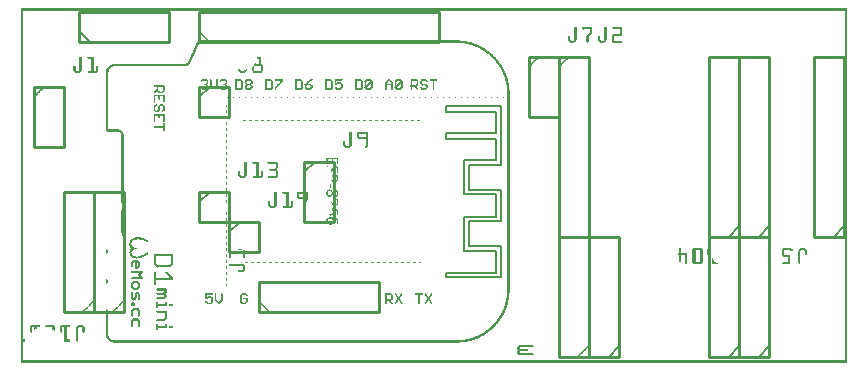
<source format=gto>
G04 MADE WITH FRITZING*
G04 WWW.FRITZING.ORG*
G04 DOUBLE SIDED*
G04 HOLES PLATED*
G04 CONTOUR ON CENTER OF CONTOUR VECTOR*
%ASAXBY*%
%FSLAX23Y23*%
%MOIN*%
%OFA0B0*%
%SFA1.0B1.0*%
%ADD10C,0.010000*%
%ADD11C,0.005000*%
%ADD12R,0.001000X0.001000*%
%LNSILK1*%
G90*
G70*
G54D10*
X594Y1070D02*
X1394Y1070D01*
D02*
X1394Y1070D02*
X1394Y1170D01*
D02*
X1394Y1170D02*
X594Y1170D01*
D02*
X594Y1170D02*
X594Y1070D01*
D02*
X2744Y420D02*
X2744Y1020D01*
D02*
X2744Y1020D02*
X2644Y1020D01*
D02*
X2644Y1020D02*
X2644Y420D01*
D02*
X2644Y420D02*
X2744Y420D01*
G54D11*
D02*
X2744Y455D02*
X2709Y420D01*
G54D10*
D02*
X2394Y420D02*
X2394Y1020D01*
D02*
X2394Y1020D02*
X2294Y1020D01*
D02*
X2294Y1020D02*
X2294Y420D01*
D02*
X2294Y420D02*
X2394Y420D01*
G54D11*
D02*
X2394Y455D02*
X2359Y420D01*
G54D10*
D02*
X1794Y1020D02*
X1794Y420D01*
D02*
X1794Y420D02*
X1894Y420D01*
D02*
X1894Y420D02*
X1894Y1020D01*
D02*
X1894Y1020D02*
X1794Y1020D01*
D02*
X44Y920D02*
X44Y720D01*
D02*
X44Y720D02*
X144Y720D01*
D02*
X144Y720D02*
X144Y920D01*
D02*
X144Y920D02*
X44Y920D01*
D02*
X1694Y1020D02*
X1694Y820D01*
D02*
X1694Y820D02*
X1794Y820D01*
D02*
X1794Y820D02*
X1794Y1020D01*
D02*
X1794Y1020D02*
X1694Y1020D01*
D02*
X594Y920D02*
X594Y820D01*
D02*
X594Y820D02*
X694Y820D01*
D02*
X694Y820D02*
X694Y920D01*
D02*
X694Y920D02*
X594Y920D01*
G54D11*
D02*
X594Y885D02*
X629Y920D01*
G54D10*
D02*
X2494Y420D02*
X2494Y1020D01*
D02*
X2494Y1020D02*
X2394Y1020D01*
D02*
X2394Y1020D02*
X2394Y420D01*
D02*
X2394Y420D02*
X2494Y420D01*
G54D11*
D02*
X2494Y455D02*
X2459Y420D01*
G54D10*
D02*
X794Y170D02*
X1194Y170D01*
D02*
X1194Y170D02*
X1194Y270D01*
D02*
X1194Y270D02*
X794Y270D01*
D02*
X794Y270D02*
X794Y170D01*
D02*
X1894Y20D02*
X1894Y420D01*
D02*
X1894Y420D02*
X1794Y420D01*
D02*
X1794Y420D02*
X1794Y20D01*
D02*
X1794Y20D02*
X1894Y20D01*
D02*
X944Y670D02*
X944Y470D01*
D02*
X944Y470D02*
X1044Y470D01*
D02*
X1044Y470D02*
X1044Y670D01*
D02*
X1044Y670D02*
X944Y670D01*
G54D11*
D02*
X944Y635D02*
X979Y670D01*
G54D10*
D02*
X594Y570D02*
X594Y470D01*
D02*
X594Y470D02*
X694Y470D01*
D02*
X694Y470D02*
X694Y570D01*
D02*
X694Y570D02*
X594Y570D01*
G54D11*
D02*
X594Y535D02*
X629Y570D01*
G54D10*
D02*
X2394Y20D02*
X2394Y420D01*
D02*
X2394Y420D02*
X2294Y420D01*
D02*
X2294Y420D02*
X2294Y20D01*
D02*
X2294Y20D02*
X2394Y20D01*
G54D11*
D02*
X2394Y55D02*
X2359Y20D01*
G54D10*
D02*
X2494Y20D02*
X2494Y420D01*
D02*
X2494Y420D02*
X2394Y420D01*
D02*
X2394Y420D02*
X2394Y20D01*
D02*
X2394Y20D02*
X2494Y20D01*
G54D11*
D02*
X2494Y55D02*
X2459Y20D01*
G54D10*
D02*
X1994Y20D02*
X1994Y420D01*
D02*
X1994Y420D02*
X1894Y420D01*
D02*
X1894Y420D02*
X1894Y20D01*
D02*
X1894Y20D02*
X1994Y20D01*
G54D11*
D02*
X1994Y55D02*
X1959Y20D01*
G54D10*
D02*
X244Y170D02*
X244Y570D01*
D02*
X244Y570D02*
X144Y570D01*
D02*
X144Y570D02*
X144Y170D01*
D02*
X144Y170D02*
X244Y170D01*
D02*
X344Y170D02*
X344Y570D01*
D02*
X344Y570D02*
X244Y570D01*
D02*
X244Y570D02*
X244Y170D01*
D02*
X244Y170D02*
X344Y170D01*
D02*
X694Y470D02*
X694Y370D01*
D02*
X694Y370D02*
X794Y370D01*
D02*
X794Y370D02*
X794Y470D01*
D02*
X794Y470D02*
X694Y470D01*
G54D11*
D02*
X694Y435D02*
X729Y470D01*
G54D10*
D02*
X194Y1070D02*
X494Y1070D01*
D02*
X494Y1070D02*
X494Y1170D01*
D02*
X494Y1170D02*
X194Y1170D01*
D02*
X194Y1170D02*
X194Y1070D01*
G54D11*
D02*
X229Y1070D02*
X194Y1105D01*
X1418Y284D02*
X1418Y300D01*
X1585Y300D01*
X1585Y372D01*
X1478Y372D01*
X1478Y487D01*
X1585Y487D01*
X1585Y561D01*
X1478Y561D01*
X1478Y676D01*
X1585Y676D01*
X1585Y747D01*
X1418Y747D01*
X1418Y764D01*
X1585Y764D01*
X1585Y834D01*
X1418Y834D01*
X1418Y856D01*
X1602Y856D01*
X1602Y659D01*
X1495Y659D01*
X1495Y577D01*
X1602Y577D01*
X1602Y471D01*
X1495Y471D01*
X1495Y389D01*
X1602Y389D01*
X1602Y284D01*
X1418Y284D01*
D02*
G54D12*
X0Y1181D02*
X2754Y1181D01*
X0Y1180D02*
X2754Y1180D01*
X0Y1179D02*
X2754Y1179D01*
X0Y1178D02*
X2754Y1178D01*
X0Y1177D02*
X2754Y1177D01*
X0Y1176D02*
X2754Y1176D01*
X0Y1175D02*
X2754Y1175D01*
X0Y1174D02*
X2754Y1174D01*
X0Y1173D02*
X7Y1173D01*
X2747Y1173D02*
X2754Y1173D01*
X0Y1172D02*
X7Y1172D01*
X2747Y1172D02*
X2754Y1172D01*
X0Y1171D02*
X7Y1171D01*
X2747Y1171D02*
X2754Y1171D01*
X0Y1170D02*
X7Y1170D01*
X2747Y1170D02*
X2754Y1170D01*
X0Y1169D02*
X7Y1169D01*
X2747Y1169D02*
X2754Y1169D01*
X0Y1168D02*
X7Y1168D01*
X2747Y1168D02*
X2754Y1168D01*
X0Y1167D02*
X7Y1167D01*
X2747Y1167D02*
X2754Y1167D01*
X0Y1166D02*
X7Y1166D01*
X2747Y1166D02*
X2754Y1166D01*
X0Y1165D02*
X7Y1165D01*
X2747Y1165D02*
X2754Y1165D01*
X0Y1164D02*
X7Y1164D01*
X2747Y1164D02*
X2754Y1164D01*
X0Y1163D02*
X7Y1163D01*
X2747Y1163D02*
X2754Y1163D01*
X0Y1162D02*
X7Y1162D01*
X2747Y1162D02*
X2754Y1162D01*
X0Y1161D02*
X7Y1161D01*
X2747Y1161D02*
X2754Y1161D01*
X0Y1160D02*
X7Y1160D01*
X2747Y1160D02*
X2754Y1160D01*
X0Y1159D02*
X7Y1159D01*
X2747Y1159D02*
X2754Y1159D01*
X0Y1158D02*
X7Y1158D01*
X2747Y1158D02*
X2754Y1158D01*
X0Y1157D02*
X7Y1157D01*
X2747Y1157D02*
X2754Y1157D01*
X0Y1156D02*
X7Y1156D01*
X2747Y1156D02*
X2754Y1156D01*
X0Y1155D02*
X7Y1155D01*
X2747Y1155D02*
X2754Y1155D01*
X0Y1154D02*
X7Y1154D01*
X2747Y1154D02*
X2754Y1154D01*
X0Y1153D02*
X7Y1153D01*
X2747Y1153D02*
X2754Y1153D01*
X0Y1152D02*
X7Y1152D01*
X2747Y1152D02*
X2754Y1152D01*
X0Y1151D02*
X7Y1151D01*
X2747Y1151D02*
X2754Y1151D01*
X0Y1150D02*
X7Y1150D01*
X2747Y1150D02*
X2754Y1150D01*
X0Y1149D02*
X7Y1149D01*
X2747Y1149D02*
X2754Y1149D01*
X0Y1148D02*
X7Y1148D01*
X2747Y1148D02*
X2754Y1148D01*
X0Y1147D02*
X7Y1147D01*
X2747Y1147D02*
X2754Y1147D01*
X0Y1146D02*
X7Y1146D01*
X2747Y1146D02*
X2754Y1146D01*
X0Y1145D02*
X7Y1145D01*
X2747Y1145D02*
X2754Y1145D01*
X0Y1144D02*
X7Y1144D01*
X2747Y1144D02*
X2754Y1144D01*
X0Y1143D02*
X7Y1143D01*
X2747Y1143D02*
X2754Y1143D01*
X0Y1142D02*
X7Y1142D01*
X2747Y1142D02*
X2754Y1142D01*
X0Y1141D02*
X7Y1141D01*
X2747Y1141D02*
X2754Y1141D01*
X0Y1140D02*
X7Y1140D01*
X2747Y1140D02*
X2754Y1140D01*
X0Y1139D02*
X7Y1139D01*
X2747Y1139D02*
X2754Y1139D01*
X0Y1138D02*
X7Y1138D01*
X2747Y1138D02*
X2754Y1138D01*
X0Y1137D02*
X7Y1137D01*
X2747Y1137D02*
X2754Y1137D01*
X0Y1136D02*
X7Y1136D01*
X2747Y1136D02*
X2754Y1136D01*
X0Y1135D02*
X7Y1135D01*
X2747Y1135D02*
X2754Y1135D01*
X0Y1134D02*
X7Y1134D01*
X2747Y1134D02*
X2754Y1134D01*
X0Y1133D02*
X7Y1133D01*
X2747Y1133D02*
X2754Y1133D01*
X0Y1132D02*
X7Y1132D01*
X2747Y1132D02*
X2754Y1132D01*
X0Y1131D02*
X7Y1131D01*
X2747Y1131D02*
X2754Y1131D01*
X0Y1130D02*
X7Y1130D01*
X2747Y1130D02*
X2754Y1130D01*
X0Y1129D02*
X7Y1129D01*
X2747Y1129D02*
X2754Y1129D01*
X0Y1128D02*
X7Y1128D01*
X2747Y1128D02*
X2754Y1128D01*
X0Y1127D02*
X7Y1127D01*
X2747Y1127D02*
X2754Y1127D01*
X0Y1126D02*
X7Y1126D01*
X2747Y1126D02*
X2754Y1126D01*
X0Y1125D02*
X7Y1125D01*
X2747Y1125D02*
X2754Y1125D01*
X0Y1124D02*
X7Y1124D01*
X2747Y1124D02*
X2754Y1124D01*
X0Y1123D02*
X7Y1123D01*
X2747Y1123D02*
X2754Y1123D01*
X0Y1122D02*
X7Y1122D01*
X2747Y1122D02*
X2754Y1122D01*
X0Y1121D02*
X7Y1121D01*
X2747Y1121D02*
X2754Y1121D01*
X0Y1120D02*
X7Y1120D01*
X1848Y1120D02*
X1849Y1120D01*
X1874Y1120D02*
X1905Y1120D01*
X1948Y1120D02*
X1949Y1120D01*
X1974Y1120D02*
X2000Y1120D01*
X2747Y1120D02*
X2754Y1120D01*
X0Y1119D02*
X7Y1119D01*
X1847Y1119D02*
X1851Y1119D01*
X1873Y1119D02*
X1905Y1119D01*
X1947Y1119D02*
X1951Y1119D01*
X1973Y1119D02*
X2002Y1119D01*
X2747Y1119D02*
X2754Y1119D01*
X0Y1118D02*
X7Y1118D01*
X1846Y1118D02*
X1852Y1118D01*
X1872Y1118D02*
X1905Y1118D01*
X1946Y1118D02*
X1951Y1118D01*
X1972Y1118D02*
X2003Y1118D01*
X2747Y1118D02*
X2754Y1118D01*
X0Y1117D02*
X7Y1117D01*
X1846Y1117D02*
X1852Y1117D01*
X1872Y1117D02*
X1905Y1117D01*
X1946Y1117D02*
X1952Y1117D01*
X1972Y1117D02*
X2004Y1117D01*
X2747Y1117D02*
X2754Y1117D01*
X0Y1116D02*
X7Y1116D01*
X1846Y1116D02*
X1852Y1116D01*
X1872Y1116D02*
X1905Y1116D01*
X1946Y1116D02*
X1952Y1116D01*
X1972Y1116D02*
X2005Y1116D01*
X2747Y1116D02*
X2754Y1116D01*
X0Y1115D02*
X7Y1115D01*
X1846Y1115D02*
X1852Y1115D01*
X1872Y1115D02*
X1905Y1115D01*
X1946Y1115D02*
X1952Y1115D01*
X1972Y1115D02*
X2005Y1115D01*
X2747Y1115D02*
X2754Y1115D01*
X0Y1114D02*
X7Y1114D01*
X1846Y1114D02*
X1852Y1114D01*
X1872Y1114D02*
X1905Y1114D01*
X1946Y1114D02*
X1952Y1114D01*
X1973Y1114D02*
X2005Y1114D01*
X2747Y1114D02*
X2754Y1114D01*
X0Y1113D02*
X7Y1113D01*
X1846Y1113D02*
X1852Y1113D01*
X1872Y1113D02*
X1878Y1113D01*
X1899Y1113D02*
X1905Y1113D01*
X1946Y1113D02*
X1952Y1113D01*
X1999Y1113D02*
X2005Y1113D01*
X2747Y1113D02*
X2754Y1113D01*
X0Y1112D02*
X7Y1112D01*
X1846Y1112D02*
X1852Y1112D01*
X1872Y1112D02*
X1877Y1112D01*
X1899Y1112D02*
X1905Y1112D01*
X1946Y1112D02*
X1952Y1112D01*
X1999Y1112D02*
X2005Y1112D01*
X2747Y1112D02*
X2754Y1112D01*
X0Y1111D02*
X7Y1111D01*
X1846Y1111D02*
X1852Y1111D01*
X1873Y1111D02*
X1876Y1111D01*
X1899Y1111D02*
X1905Y1111D01*
X1946Y1111D02*
X1952Y1111D01*
X1999Y1111D02*
X2005Y1111D01*
X2747Y1111D02*
X2754Y1111D01*
X0Y1110D02*
X7Y1110D01*
X1846Y1110D02*
X1852Y1110D01*
X1899Y1110D02*
X1905Y1110D01*
X1946Y1110D02*
X1952Y1110D01*
X1999Y1110D02*
X2005Y1110D01*
X2747Y1110D02*
X2754Y1110D01*
X0Y1109D02*
X7Y1109D01*
X1846Y1109D02*
X1852Y1109D01*
X1899Y1109D02*
X1905Y1109D01*
X1946Y1109D02*
X1952Y1109D01*
X1999Y1109D02*
X2005Y1109D01*
X2747Y1109D02*
X2754Y1109D01*
X0Y1108D02*
X7Y1108D01*
X1846Y1108D02*
X1852Y1108D01*
X1899Y1108D02*
X1905Y1108D01*
X1946Y1108D02*
X1952Y1108D01*
X1999Y1108D02*
X2005Y1108D01*
X2747Y1108D02*
X2754Y1108D01*
X0Y1107D02*
X7Y1107D01*
X1846Y1107D02*
X1852Y1107D01*
X1899Y1107D02*
X1905Y1107D01*
X1946Y1107D02*
X1952Y1107D01*
X1999Y1107D02*
X2005Y1107D01*
X2747Y1107D02*
X2754Y1107D01*
X0Y1106D02*
X7Y1106D01*
X595Y1106D02*
X596Y1106D01*
X1846Y1106D02*
X1852Y1106D01*
X1899Y1106D02*
X1905Y1106D01*
X1946Y1106D02*
X1952Y1106D01*
X1999Y1106D02*
X2005Y1106D01*
X2747Y1106D02*
X2754Y1106D01*
X0Y1105D02*
X7Y1105D01*
X594Y1105D02*
X597Y1105D01*
X1846Y1105D02*
X1852Y1105D01*
X1899Y1105D02*
X1905Y1105D01*
X1946Y1105D02*
X1952Y1105D01*
X1999Y1105D02*
X2005Y1105D01*
X2747Y1105D02*
X2754Y1105D01*
X0Y1104D02*
X7Y1104D01*
X593Y1104D02*
X598Y1104D01*
X1846Y1104D02*
X1852Y1104D01*
X1899Y1104D02*
X1905Y1104D01*
X1946Y1104D02*
X1952Y1104D01*
X1999Y1104D02*
X2005Y1104D01*
X2747Y1104D02*
X2754Y1104D01*
X0Y1103D02*
X7Y1103D01*
X593Y1103D02*
X599Y1103D01*
X1846Y1103D02*
X1852Y1103D01*
X1899Y1103D02*
X1905Y1103D01*
X1946Y1103D02*
X1952Y1103D01*
X1999Y1103D02*
X2005Y1103D01*
X2747Y1103D02*
X2754Y1103D01*
X0Y1102D02*
X7Y1102D01*
X594Y1102D02*
X600Y1102D01*
X1846Y1102D02*
X1852Y1102D01*
X1899Y1102D02*
X1905Y1102D01*
X1946Y1102D02*
X1952Y1102D01*
X1999Y1102D02*
X2005Y1102D01*
X2747Y1102D02*
X2754Y1102D01*
X0Y1101D02*
X7Y1101D01*
X595Y1101D02*
X601Y1101D01*
X1846Y1101D02*
X1852Y1101D01*
X1899Y1101D02*
X1905Y1101D01*
X1946Y1101D02*
X1952Y1101D01*
X1999Y1101D02*
X2005Y1101D01*
X2747Y1101D02*
X2754Y1101D01*
X0Y1100D02*
X7Y1100D01*
X596Y1100D02*
X602Y1100D01*
X1846Y1100D02*
X1852Y1100D01*
X1899Y1100D02*
X1905Y1100D01*
X1946Y1100D02*
X1952Y1100D01*
X1999Y1100D02*
X2005Y1100D01*
X2747Y1100D02*
X2754Y1100D01*
X0Y1099D02*
X7Y1099D01*
X597Y1099D02*
X603Y1099D01*
X1846Y1099D02*
X1852Y1099D01*
X1897Y1099D02*
X1905Y1099D01*
X1946Y1099D02*
X1952Y1099D01*
X1999Y1099D02*
X2005Y1099D01*
X2747Y1099D02*
X2754Y1099D01*
X0Y1098D02*
X7Y1098D01*
X598Y1098D02*
X604Y1098D01*
X1846Y1098D02*
X1852Y1098D01*
X1896Y1098D02*
X1905Y1098D01*
X1946Y1098D02*
X1952Y1098D01*
X1999Y1098D02*
X2005Y1098D01*
X2747Y1098D02*
X2754Y1098D01*
X0Y1097D02*
X7Y1097D01*
X599Y1097D02*
X605Y1097D01*
X1846Y1097D02*
X1852Y1097D01*
X1895Y1097D02*
X1905Y1097D01*
X1946Y1097D02*
X1952Y1097D01*
X1999Y1097D02*
X2005Y1097D01*
X2747Y1097D02*
X2754Y1097D01*
X0Y1096D02*
X7Y1096D01*
X600Y1096D02*
X606Y1096D01*
X1846Y1096D02*
X1852Y1096D01*
X1894Y1096D02*
X1904Y1096D01*
X1946Y1096D02*
X1952Y1096D01*
X1976Y1096D02*
X2005Y1096D01*
X2747Y1096D02*
X2754Y1096D01*
X0Y1095D02*
X7Y1095D01*
X601Y1095D02*
X607Y1095D01*
X1846Y1095D02*
X1852Y1095D01*
X1893Y1095D02*
X1903Y1095D01*
X1946Y1095D02*
X1952Y1095D01*
X1974Y1095D02*
X2005Y1095D01*
X2747Y1095D02*
X2754Y1095D01*
X0Y1094D02*
X7Y1094D01*
X602Y1094D02*
X608Y1094D01*
X1846Y1094D02*
X1852Y1094D01*
X1892Y1094D02*
X1901Y1094D01*
X1946Y1094D02*
X1952Y1094D01*
X1973Y1094D02*
X2005Y1094D01*
X2747Y1094D02*
X2754Y1094D01*
X0Y1093D02*
X7Y1093D01*
X603Y1093D02*
X609Y1093D01*
X1846Y1093D02*
X1852Y1093D01*
X1890Y1093D02*
X1900Y1093D01*
X1946Y1093D02*
X1952Y1093D01*
X1973Y1093D02*
X2004Y1093D01*
X2747Y1093D02*
X2754Y1093D01*
X0Y1092D02*
X7Y1092D01*
X604Y1092D02*
X610Y1092D01*
X1846Y1092D02*
X1852Y1092D01*
X1889Y1092D02*
X1899Y1092D01*
X1946Y1092D02*
X1952Y1092D01*
X1972Y1092D02*
X2004Y1092D01*
X2747Y1092D02*
X2754Y1092D01*
X0Y1091D02*
X7Y1091D01*
X605Y1091D02*
X611Y1091D01*
X1846Y1091D02*
X1852Y1091D01*
X1888Y1091D02*
X1898Y1091D01*
X1946Y1091D02*
X1952Y1091D01*
X1972Y1091D02*
X2002Y1091D01*
X2747Y1091D02*
X2754Y1091D01*
X0Y1090D02*
X7Y1090D01*
X606Y1090D02*
X611Y1090D01*
X1826Y1090D02*
X1830Y1090D01*
X1846Y1090D02*
X1852Y1090D01*
X1887Y1090D02*
X1897Y1090D01*
X1926Y1090D02*
X1930Y1090D01*
X1946Y1090D02*
X1952Y1090D01*
X1972Y1090D02*
X2000Y1090D01*
X2747Y1090D02*
X2754Y1090D01*
X0Y1089D02*
X7Y1089D01*
X607Y1089D02*
X612Y1089D01*
X1826Y1089D02*
X1831Y1089D01*
X1846Y1089D02*
X1852Y1089D01*
X1886Y1089D02*
X1896Y1089D01*
X1926Y1089D02*
X1931Y1089D01*
X1946Y1089D02*
X1952Y1089D01*
X1972Y1089D02*
X1978Y1089D01*
X2747Y1089D02*
X2754Y1089D01*
X0Y1088D02*
X7Y1088D01*
X608Y1088D02*
X614Y1088D01*
X1825Y1088D02*
X1831Y1088D01*
X1846Y1088D02*
X1852Y1088D01*
X1886Y1088D02*
X1894Y1088D01*
X1925Y1088D02*
X1931Y1088D01*
X1946Y1088D02*
X1952Y1088D01*
X1972Y1088D02*
X1978Y1088D01*
X2747Y1088D02*
X2754Y1088D01*
X0Y1087D02*
X7Y1087D01*
X609Y1087D02*
X615Y1087D01*
X1825Y1087D02*
X1831Y1087D01*
X1846Y1087D02*
X1852Y1087D01*
X1886Y1087D02*
X1893Y1087D01*
X1925Y1087D02*
X1931Y1087D01*
X1946Y1087D02*
X1952Y1087D01*
X1972Y1087D02*
X1978Y1087D01*
X2747Y1087D02*
X2754Y1087D01*
X0Y1086D02*
X7Y1086D01*
X610Y1086D02*
X616Y1086D01*
X1825Y1086D02*
X1831Y1086D01*
X1846Y1086D02*
X1852Y1086D01*
X1886Y1086D02*
X1892Y1086D01*
X1925Y1086D02*
X1931Y1086D01*
X1946Y1086D02*
X1952Y1086D01*
X1972Y1086D02*
X1978Y1086D01*
X2747Y1086D02*
X2754Y1086D01*
X0Y1085D02*
X7Y1085D01*
X611Y1085D02*
X617Y1085D01*
X1825Y1085D02*
X1831Y1085D01*
X1846Y1085D02*
X1852Y1085D01*
X1886Y1085D02*
X1892Y1085D01*
X1925Y1085D02*
X1931Y1085D01*
X1946Y1085D02*
X1952Y1085D01*
X1972Y1085D02*
X1978Y1085D01*
X2747Y1085D02*
X2754Y1085D01*
X0Y1084D02*
X7Y1084D01*
X612Y1084D02*
X618Y1084D01*
X1825Y1084D02*
X1831Y1084D01*
X1846Y1084D02*
X1852Y1084D01*
X1886Y1084D02*
X1892Y1084D01*
X1925Y1084D02*
X1931Y1084D01*
X1946Y1084D02*
X1952Y1084D01*
X1972Y1084D02*
X1978Y1084D01*
X2747Y1084D02*
X2754Y1084D01*
X0Y1083D02*
X7Y1083D01*
X613Y1083D02*
X619Y1083D01*
X1825Y1083D02*
X1831Y1083D01*
X1846Y1083D02*
X1852Y1083D01*
X1886Y1083D02*
X1892Y1083D01*
X1925Y1083D02*
X1931Y1083D01*
X1946Y1083D02*
X1952Y1083D01*
X1972Y1083D02*
X1978Y1083D01*
X2747Y1083D02*
X2754Y1083D01*
X0Y1082D02*
X7Y1082D01*
X614Y1082D02*
X620Y1082D01*
X1825Y1082D02*
X1831Y1082D01*
X1846Y1082D02*
X1852Y1082D01*
X1886Y1082D02*
X1892Y1082D01*
X1925Y1082D02*
X1931Y1082D01*
X1946Y1082D02*
X1952Y1082D01*
X1972Y1082D02*
X1978Y1082D01*
X2747Y1082D02*
X2754Y1082D01*
X0Y1081D02*
X7Y1081D01*
X615Y1081D02*
X621Y1081D01*
X1825Y1081D02*
X1831Y1081D01*
X1846Y1081D02*
X1852Y1081D01*
X1886Y1081D02*
X1892Y1081D01*
X1925Y1081D02*
X1931Y1081D01*
X1946Y1081D02*
X1952Y1081D01*
X1972Y1081D02*
X1978Y1081D01*
X2747Y1081D02*
X2754Y1081D01*
X0Y1080D02*
X7Y1080D01*
X616Y1080D02*
X622Y1080D01*
X1825Y1080D02*
X1831Y1080D01*
X1846Y1080D02*
X1852Y1080D01*
X1886Y1080D02*
X1892Y1080D01*
X1925Y1080D02*
X1931Y1080D01*
X1946Y1080D02*
X1952Y1080D01*
X1972Y1080D02*
X1978Y1080D01*
X2747Y1080D02*
X2754Y1080D01*
X0Y1079D02*
X7Y1079D01*
X617Y1079D02*
X623Y1079D01*
X1825Y1079D02*
X1831Y1079D01*
X1846Y1079D02*
X1852Y1079D01*
X1886Y1079D02*
X1892Y1079D01*
X1925Y1079D02*
X1931Y1079D01*
X1946Y1079D02*
X1952Y1079D01*
X1972Y1079D02*
X1978Y1079D01*
X2747Y1079D02*
X2754Y1079D01*
X0Y1078D02*
X7Y1078D01*
X618Y1078D02*
X624Y1078D01*
X1825Y1078D02*
X1831Y1078D01*
X1846Y1078D02*
X1852Y1078D01*
X1886Y1078D02*
X1892Y1078D01*
X1925Y1078D02*
X1931Y1078D01*
X1946Y1078D02*
X1952Y1078D01*
X1972Y1078D02*
X1978Y1078D01*
X2747Y1078D02*
X2754Y1078D01*
X0Y1077D02*
X7Y1077D01*
X619Y1077D02*
X625Y1077D01*
X1825Y1077D02*
X1831Y1077D01*
X1846Y1077D02*
X1852Y1077D01*
X1886Y1077D02*
X1892Y1077D01*
X1925Y1077D02*
X1931Y1077D01*
X1946Y1077D02*
X1952Y1077D01*
X1972Y1077D02*
X1978Y1077D01*
X2747Y1077D02*
X2754Y1077D01*
X0Y1076D02*
X7Y1076D01*
X620Y1076D02*
X626Y1076D01*
X1825Y1076D02*
X1831Y1076D01*
X1846Y1076D02*
X1852Y1076D01*
X1886Y1076D02*
X1892Y1076D01*
X1925Y1076D02*
X1931Y1076D01*
X1946Y1076D02*
X1952Y1076D01*
X1972Y1076D02*
X1978Y1076D01*
X2747Y1076D02*
X2754Y1076D01*
X0Y1075D02*
X7Y1075D01*
X621Y1075D02*
X627Y1075D01*
X1825Y1075D02*
X1832Y1075D01*
X1845Y1075D02*
X1852Y1075D01*
X1886Y1075D02*
X1892Y1075D01*
X1925Y1075D02*
X1932Y1075D01*
X1945Y1075D02*
X1952Y1075D01*
X1972Y1075D02*
X1978Y1075D01*
X2747Y1075D02*
X2754Y1075D01*
X0Y1074D02*
X7Y1074D01*
X594Y1074D02*
X1462Y1074D01*
X1825Y1074D02*
X1832Y1074D01*
X1844Y1074D02*
X1851Y1074D01*
X1886Y1074D02*
X1892Y1074D01*
X1925Y1074D02*
X1932Y1074D01*
X1944Y1074D02*
X1951Y1074D01*
X1972Y1074D02*
X1978Y1074D01*
X2747Y1074D02*
X2754Y1074D01*
X0Y1073D02*
X7Y1073D01*
X592Y1073D02*
X1473Y1073D01*
X1826Y1073D02*
X1851Y1073D01*
X1886Y1073D02*
X1892Y1073D01*
X1926Y1073D02*
X1951Y1073D01*
X1972Y1073D02*
X2002Y1073D01*
X2747Y1073D02*
X2754Y1073D01*
X0Y1072D02*
X7Y1072D01*
X591Y1072D02*
X1480Y1072D01*
X1826Y1072D02*
X1851Y1072D01*
X1886Y1072D02*
X1892Y1072D01*
X1926Y1072D02*
X1951Y1072D01*
X1972Y1072D02*
X2004Y1072D01*
X2747Y1072D02*
X2754Y1072D01*
X0Y1071D02*
X7Y1071D01*
X590Y1071D02*
X1486Y1071D01*
X1827Y1071D02*
X1850Y1071D01*
X1886Y1071D02*
X1892Y1071D01*
X1927Y1071D02*
X1950Y1071D01*
X1972Y1071D02*
X2005Y1071D01*
X2747Y1071D02*
X2754Y1071D01*
X0Y1070D02*
X7Y1070D01*
X589Y1070D02*
X1490Y1070D01*
X1828Y1070D02*
X1849Y1070D01*
X1886Y1070D02*
X1892Y1070D01*
X1927Y1070D02*
X1949Y1070D01*
X1972Y1070D02*
X2005Y1070D01*
X2747Y1070D02*
X2754Y1070D01*
X0Y1069D02*
X7Y1069D01*
X589Y1069D02*
X1495Y1069D01*
X1828Y1069D02*
X1848Y1069D01*
X1886Y1069D02*
X1892Y1069D01*
X1928Y1069D02*
X1948Y1069D01*
X1972Y1069D02*
X2005Y1069D01*
X2747Y1069D02*
X2754Y1069D01*
X0Y1068D02*
X7Y1068D01*
X588Y1068D02*
X1498Y1068D01*
X1830Y1068D02*
X1847Y1068D01*
X1886Y1068D02*
X1891Y1068D01*
X1930Y1068D02*
X1947Y1068D01*
X1972Y1068D02*
X2005Y1068D01*
X2747Y1068D02*
X2754Y1068D01*
X0Y1067D02*
X7Y1067D01*
X588Y1067D02*
X1502Y1067D01*
X1831Y1067D02*
X1845Y1067D01*
X1887Y1067D02*
X1890Y1067D01*
X1931Y1067D02*
X1945Y1067D01*
X1972Y1067D02*
X2004Y1067D01*
X2747Y1067D02*
X2754Y1067D01*
X0Y1066D02*
X7Y1066D01*
X587Y1066D02*
X595Y1066D01*
X1463Y1066D02*
X1505Y1066D01*
X2747Y1066D02*
X2754Y1066D01*
X0Y1065D02*
X7Y1065D01*
X587Y1065D02*
X595Y1065D01*
X1473Y1065D02*
X1508Y1065D01*
X2747Y1065D02*
X2754Y1065D01*
X0Y1064D02*
X7Y1064D01*
X586Y1064D02*
X594Y1064D01*
X1480Y1064D02*
X1511Y1064D01*
X2747Y1064D02*
X2754Y1064D01*
X0Y1063D02*
X7Y1063D01*
X586Y1063D02*
X594Y1063D01*
X1486Y1063D02*
X1514Y1063D01*
X2747Y1063D02*
X2754Y1063D01*
X0Y1062D02*
X7Y1062D01*
X585Y1062D02*
X593Y1062D01*
X1490Y1062D02*
X1516Y1062D01*
X2747Y1062D02*
X2754Y1062D01*
X0Y1061D02*
X7Y1061D01*
X585Y1061D02*
X593Y1061D01*
X1495Y1061D02*
X1519Y1061D01*
X2747Y1061D02*
X2754Y1061D01*
X0Y1060D02*
X7Y1060D01*
X585Y1060D02*
X592Y1060D01*
X1498Y1060D02*
X1521Y1060D01*
X2747Y1060D02*
X2754Y1060D01*
X0Y1059D02*
X7Y1059D01*
X584Y1059D02*
X592Y1059D01*
X1502Y1059D02*
X1523Y1059D01*
X2747Y1059D02*
X2754Y1059D01*
X0Y1058D02*
X7Y1058D01*
X584Y1058D02*
X591Y1058D01*
X1505Y1058D02*
X1526Y1058D01*
X2747Y1058D02*
X2754Y1058D01*
X0Y1057D02*
X7Y1057D01*
X583Y1057D02*
X591Y1057D01*
X1508Y1057D02*
X1528Y1057D01*
X2747Y1057D02*
X2754Y1057D01*
X0Y1056D02*
X7Y1056D01*
X583Y1056D02*
X590Y1056D01*
X1511Y1056D02*
X1530Y1056D01*
X2747Y1056D02*
X2754Y1056D01*
X0Y1055D02*
X7Y1055D01*
X582Y1055D02*
X590Y1055D01*
X1513Y1055D02*
X1532Y1055D01*
X2747Y1055D02*
X2754Y1055D01*
X0Y1054D02*
X7Y1054D01*
X582Y1054D02*
X590Y1054D01*
X1516Y1054D02*
X1534Y1054D01*
X2747Y1054D02*
X2754Y1054D01*
X0Y1053D02*
X7Y1053D01*
X581Y1053D02*
X589Y1053D01*
X1518Y1053D02*
X1536Y1053D01*
X2747Y1053D02*
X2754Y1053D01*
X0Y1052D02*
X7Y1052D01*
X581Y1052D02*
X589Y1052D01*
X1521Y1052D02*
X1538Y1052D01*
X2747Y1052D02*
X2754Y1052D01*
X0Y1051D02*
X7Y1051D01*
X580Y1051D02*
X588Y1051D01*
X1523Y1051D02*
X1539Y1051D01*
X2747Y1051D02*
X2754Y1051D01*
X0Y1050D02*
X7Y1050D01*
X580Y1050D02*
X588Y1050D01*
X1525Y1050D02*
X1541Y1050D01*
X2747Y1050D02*
X2754Y1050D01*
X0Y1049D02*
X7Y1049D01*
X580Y1049D02*
X587Y1049D01*
X1527Y1049D02*
X1543Y1049D01*
X2747Y1049D02*
X2754Y1049D01*
X0Y1048D02*
X7Y1048D01*
X579Y1048D02*
X587Y1048D01*
X1529Y1048D02*
X1544Y1048D01*
X2747Y1048D02*
X2754Y1048D01*
X0Y1047D02*
X7Y1047D01*
X579Y1047D02*
X586Y1047D01*
X1531Y1047D02*
X1546Y1047D01*
X2747Y1047D02*
X2754Y1047D01*
X0Y1046D02*
X7Y1046D01*
X578Y1046D02*
X586Y1046D01*
X1533Y1046D02*
X1547Y1046D01*
X2747Y1046D02*
X2754Y1046D01*
X0Y1045D02*
X7Y1045D01*
X578Y1045D02*
X585Y1045D01*
X1535Y1045D02*
X1549Y1045D01*
X2747Y1045D02*
X2754Y1045D01*
X0Y1044D02*
X7Y1044D01*
X577Y1044D02*
X585Y1044D01*
X1536Y1044D02*
X1551Y1044D01*
X2747Y1044D02*
X2754Y1044D01*
X0Y1043D02*
X7Y1043D01*
X577Y1043D02*
X584Y1043D01*
X1538Y1043D02*
X1552Y1043D01*
X2747Y1043D02*
X2754Y1043D01*
X0Y1042D02*
X7Y1042D01*
X576Y1042D02*
X584Y1042D01*
X1540Y1042D02*
X1553Y1042D01*
X2747Y1042D02*
X2754Y1042D01*
X0Y1041D02*
X7Y1041D01*
X576Y1041D02*
X584Y1041D01*
X1541Y1041D02*
X1555Y1041D01*
X2747Y1041D02*
X2754Y1041D01*
X0Y1040D02*
X7Y1040D01*
X575Y1040D02*
X583Y1040D01*
X1543Y1040D02*
X1556Y1040D01*
X2747Y1040D02*
X2754Y1040D01*
X0Y1039D02*
X7Y1039D01*
X575Y1039D02*
X583Y1039D01*
X1545Y1039D02*
X1558Y1039D01*
X2747Y1039D02*
X2754Y1039D01*
X0Y1038D02*
X7Y1038D01*
X574Y1038D02*
X582Y1038D01*
X1546Y1038D02*
X1559Y1038D01*
X2747Y1038D02*
X2754Y1038D01*
X0Y1037D02*
X7Y1037D01*
X574Y1037D02*
X582Y1037D01*
X1548Y1037D02*
X1560Y1037D01*
X2747Y1037D02*
X2754Y1037D01*
X0Y1036D02*
X7Y1036D01*
X574Y1036D02*
X581Y1036D01*
X1549Y1036D02*
X1561Y1036D01*
X2747Y1036D02*
X2754Y1036D01*
X0Y1035D02*
X7Y1035D01*
X573Y1035D02*
X581Y1035D01*
X1550Y1035D02*
X1563Y1035D01*
X2747Y1035D02*
X2754Y1035D01*
X0Y1034D02*
X7Y1034D01*
X573Y1034D02*
X580Y1034D01*
X1552Y1034D02*
X1564Y1034D01*
X2747Y1034D02*
X2754Y1034D01*
X0Y1033D02*
X7Y1033D01*
X572Y1033D02*
X580Y1033D01*
X1553Y1033D02*
X1565Y1033D01*
X2747Y1033D02*
X2754Y1033D01*
X0Y1032D02*
X7Y1032D01*
X572Y1032D02*
X579Y1032D01*
X1555Y1032D02*
X1566Y1032D01*
X2747Y1032D02*
X2754Y1032D01*
X0Y1031D02*
X7Y1031D01*
X571Y1031D02*
X579Y1031D01*
X1556Y1031D02*
X1567Y1031D01*
X2747Y1031D02*
X2754Y1031D01*
X0Y1030D02*
X7Y1030D01*
X571Y1030D02*
X579Y1030D01*
X1557Y1030D02*
X1569Y1030D01*
X2747Y1030D02*
X2754Y1030D01*
X0Y1029D02*
X7Y1029D01*
X570Y1029D02*
X578Y1029D01*
X1558Y1029D02*
X1570Y1029D01*
X2747Y1029D02*
X2754Y1029D01*
X0Y1028D02*
X7Y1028D01*
X570Y1028D02*
X578Y1028D01*
X1560Y1028D02*
X1571Y1028D01*
X2747Y1028D02*
X2754Y1028D01*
X0Y1027D02*
X7Y1027D01*
X569Y1027D02*
X577Y1027D01*
X1561Y1027D02*
X1572Y1027D01*
X2747Y1027D02*
X2754Y1027D01*
X0Y1026D02*
X7Y1026D01*
X569Y1026D02*
X577Y1026D01*
X1562Y1026D02*
X1573Y1026D01*
X2747Y1026D02*
X2754Y1026D01*
X0Y1025D02*
X7Y1025D01*
X568Y1025D02*
X576Y1025D01*
X1563Y1025D02*
X1574Y1025D01*
X2747Y1025D02*
X2754Y1025D01*
X0Y1024D02*
X7Y1024D01*
X568Y1024D02*
X576Y1024D01*
X1564Y1024D02*
X1575Y1024D01*
X2747Y1024D02*
X2754Y1024D01*
X0Y1023D02*
X7Y1023D01*
X568Y1023D02*
X575Y1023D01*
X1566Y1023D02*
X1576Y1023D01*
X2747Y1023D02*
X2754Y1023D01*
X0Y1022D02*
X7Y1022D01*
X567Y1022D02*
X575Y1022D01*
X1567Y1022D02*
X1577Y1022D01*
X2747Y1022D02*
X2754Y1022D01*
X0Y1021D02*
X7Y1021D01*
X567Y1021D02*
X574Y1021D01*
X1568Y1021D02*
X1578Y1021D01*
X1726Y1021D02*
X1727Y1021D01*
X1826Y1021D02*
X1827Y1021D01*
X2747Y1021D02*
X2754Y1021D01*
X0Y1020D02*
X7Y1020D01*
X199Y1020D02*
X200Y1020D01*
X225Y1020D02*
X242Y1020D01*
X566Y1020D02*
X574Y1020D01*
X788Y1020D02*
X797Y1020D01*
X1569Y1020D02*
X1579Y1020D01*
X1725Y1020D02*
X1728Y1020D01*
X1825Y1020D02*
X1828Y1020D01*
X2747Y1020D02*
X2754Y1020D01*
X0Y1019D02*
X7Y1019D01*
X197Y1019D02*
X201Y1019D01*
X223Y1019D02*
X242Y1019D01*
X566Y1019D02*
X573Y1019D01*
X788Y1019D02*
X798Y1019D01*
X1570Y1019D02*
X1580Y1019D01*
X1724Y1019D02*
X1729Y1019D01*
X1824Y1019D02*
X1829Y1019D01*
X2747Y1019D02*
X2754Y1019D01*
X0Y1018D02*
X7Y1018D01*
X197Y1018D02*
X202Y1018D01*
X223Y1018D02*
X242Y1018D01*
X565Y1018D02*
X573Y1018D01*
X788Y1018D02*
X799Y1018D01*
X1571Y1018D02*
X1581Y1018D01*
X1723Y1018D02*
X1729Y1018D01*
X1823Y1018D02*
X1829Y1018D01*
X2747Y1018D02*
X2754Y1018D01*
X0Y1017D02*
X7Y1017D01*
X196Y1017D02*
X202Y1017D01*
X222Y1017D02*
X242Y1017D01*
X565Y1017D02*
X573Y1017D01*
X788Y1017D02*
X799Y1017D01*
X1572Y1017D02*
X1582Y1017D01*
X1722Y1017D02*
X1728Y1017D01*
X1822Y1017D02*
X1828Y1017D01*
X2747Y1017D02*
X2754Y1017D01*
X0Y1016D02*
X7Y1016D01*
X196Y1016D02*
X202Y1016D01*
X223Y1016D02*
X242Y1016D01*
X564Y1016D02*
X572Y1016D01*
X788Y1016D02*
X799Y1016D01*
X1573Y1016D02*
X1583Y1016D01*
X1721Y1016D02*
X1727Y1016D01*
X1821Y1016D02*
X1827Y1016D01*
X2747Y1016D02*
X2754Y1016D01*
X0Y1015D02*
X7Y1015D01*
X196Y1015D02*
X202Y1015D01*
X223Y1015D02*
X242Y1015D01*
X564Y1015D02*
X572Y1015D01*
X788Y1015D02*
X799Y1015D01*
X1574Y1015D02*
X1584Y1015D01*
X1720Y1015D02*
X1726Y1015D01*
X1820Y1015D02*
X1826Y1015D01*
X2747Y1015D02*
X2754Y1015D01*
X0Y1014D02*
X7Y1014D01*
X196Y1014D02*
X202Y1014D01*
X224Y1014D02*
X242Y1014D01*
X563Y1014D02*
X571Y1014D01*
X787Y1014D02*
X799Y1014D01*
X1575Y1014D02*
X1585Y1014D01*
X1719Y1014D02*
X1725Y1014D01*
X1819Y1014D02*
X1825Y1014D01*
X2747Y1014D02*
X2754Y1014D01*
X0Y1013D02*
X7Y1013D01*
X196Y1013D02*
X202Y1013D01*
X236Y1013D02*
X242Y1013D01*
X563Y1013D02*
X571Y1013D01*
X793Y1013D02*
X799Y1013D01*
X1576Y1013D02*
X1585Y1013D01*
X1718Y1013D02*
X1724Y1013D01*
X1818Y1013D02*
X1824Y1013D01*
X2747Y1013D02*
X2754Y1013D01*
X0Y1012D02*
X7Y1012D01*
X196Y1012D02*
X202Y1012D01*
X236Y1012D02*
X242Y1012D01*
X562Y1012D02*
X570Y1012D01*
X793Y1012D02*
X799Y1012D01*
X1577Y1012D02*
X1586Y1012D01*
X1717Y1012D02*
X1723Y1012D01*
X1817Y1012D02*
X1823Y1012D01*
X2747Y1012D02*
X2754Y1012D01*
X0Y1011D02*
X7Y1011D01*
X196Y1011D02*
X202Y1011D01*
X236Y1011D02*
X242Y1011D01*
X562Y1011D02*
X570Y1011D01*
X793Y1011D02*
X799Y1011D01*
X1578Y1011D02*
X1587Y1011D01*
X1716Y1011D02*
X1722Y1011D01*
X1816Y1011D02*
X1822Y1011D01*
X2747Y1011D02*
X2754Y1011D01*
X0Y1010D02*
X7Y1010D01*
X196Y1010D02*
X202Y1010D01*
X236Y1010D02*
X242Y1010D01*
X562Y1010D02*
X569Y1010D01*
X793Y1010D02*
X799Y1010D01*
X1579Y1010D02*
X1588Y1010D01*
X1715Y1010D02*
X1721Y1010D01*
X1815Y1010D02*
X1821Y1010D01*
X2747Y1010D02*
X2754Y1010D01*
X0Y1009D02*
X7Y1009D01*
X196Y1009D02*
X202Y1009D01*
X236Y1009D02*
X242Y1009D01*
X561Y1009D02*
X569Y1009D01*
X793Y1009D02*
X799Y1009D01*
X1579Y1009D02*
X1589Y1009D01*
X1714Y1009D02*
X1720Y1009D01*
X1814Y1009D02*
X1820Y1009D01*
X2747Y1009D02*
X2754Y1009D01*
X0Y1008D02*
X7Y1008D01*
X196Y1008D02*
X202Y1008D01*
X236Y1008D02*
X242Y1008D01*
X561Y1008D02*
X568Y1008D01*
X793Y1008D02*
X799Y1008D01*
X1580Y1008D02*
X1590Y1008D01*
X1713Y1008D02*
X1719Y1008D01*
X1813Y1008D02*
X1819Y1008D01*
X2747Y1008D02*
X2754Y1008D01*
X0Y1007D02*
X7Y1007D01*
X196Y1007D02*
X202Y1007D01*
X236Y1007D02*
X242Y1007D01*
X560Y1007D02*
X568Y1007D01*
X793Y1007D02*
X799Y1007D01*
X1581Y1007D02*
X1590Y1007D01*
X1712Y1007D02*
X1718Y1007D01*
X1812Y1007D02*
X1818Y1007D01*
X2747Y1007D02*
X2754Y1007D01*
X0Y1006D02*
X7Y1006D01*
X196Y1006D02*
X202Y1006D01*
X236Y1006D02*
X242Y1006D01*
X560Y1006D02*
X567Y1006D01*
X793Y1006D02*
X799Y1006D01*
X1582Y1006D02*
X1591Y1006D01*
X1711Y1006D02*
X1717Y1006D01*
X1811Y1006D02*
X1817Y1006D01*
X2747Y1006D02*
X2754Y1006D01*
X0Y1005D02*
X7Y1005D01*
X196Y1005D02*
X202Y1005D01*
X236Y1005D02*
X242Y1005D01*
X559Y1005D02*
X567Y1005D01*
X785Y1005D02*
X785Y1005D01*
X793Y1005D02*
X799Y1005D01*
X1583Y1005D02*
X1592Y1005D01*
X1710Y1005D02*
X1716Y1005D01*
X1810Y1005D02*
X1816Y1005D01*
X2747Y1005D02*
X2754Y1005D01*
X0Y1004D02*
X7Y1004D01*
X196Y1004D02*
X202Y1004D01*
X236Y1004D02*
X242Y1004D01*
X559Y1004D02*
X567Y1004D01*
X785Y1004D02*
X785Y1004D01*
X793Y1004D02*
X799Y1004D01*
X1584Y1004D02*
X1593Y1004D01*
X1709Y1004D02*
X1715Y1004D01*
X1809Y1004D02*
X1815Y1004D01*
X2747Y1004D02*
X2754Y1004D01*
X0Y1003D02*
X7Y1003D01*
X196Y1003D02*
X202Y1003D01*
X236Y1003D02*
X242Y1003D01*
X558Y1003D02*
X566Y1003D01*
X784Y1003D02*
X785Y1003D01*
X793Y1003D02*
X799Y1003D01*
X1584Y1003D02*
X1594Y1003D01*
X1708Y1003D02*
X1713Y1003D01*
X1808Y1003D02*
X1813Y1003D01*
X2747Y1003D02*
X2754Y1003D01*
X0Y1002D02*
X7Y1002D01*
X196Y1002D02*
X202Y1002D01*
X236Y1002D02*
X242Y1002D01*
X558Y1002D02*
X566Y1002D01*
X784Y1002D02*
X785Y1002D01*
X793Y1002D02*
X799Y1002D01*
X1585Y1002D02*
X1594Y1002D01*
X1707Y1002D02*
X1712Y1002D01*
X1807Y1002D02*
X1812Y1002D01*
X2747Y1002D02*
X2754Y1002D01*
X0Y1001D02*
X7Y1001D01*
X196Y1001D02*
X202Y1001D01*
X236Y1001D02*
X242Y1001D01*
X557Y1001D02*
X565Y1001D01*
X783Y1001D02*
X785Y1001D01*
X793Y1001D02*
X799Y1001D01*
X1586Y1001D02*
X1595Y1001D01*
X1706Y1001D02*
X1711Y1001D01*
X1806Y1001D02*
X1811Y1001D01*
X2747Y1001D02*
X2754Y1001D01*
X0Y1000D02*
X7Y1000D01*
X196Y1000D02*
X202Y1000D01*
X236Y1000D02*
X242Y1000D01*
X557Y1000D02*
X565Y1000D01*
X783Y1000D02*
X785Y1000D01*
X793Y1000D02*
X799Y1000D01*
X1587Y1000D02*
X1596Y1000D01*
X1705Y1000D02*
X1710Y1000D01*
X1805Y1000D02*
X1810Y1000D01*
X2747Y1000D02*
X2754Y1000D01*
X0Y999D02*
X7Y999D01*
X196Y999D02*
X202Y999D01*
X236Y999D02*
X242Y999D01*
X556Y999D02*
X564Y999D01*
X782Y999D02*
X785Y999D01*
X793Y999D02*
X799Y999D01*
X1588Y999D02*
X1596Y999D01*
X1704Y999D02*
X1710Y999D01*
X1804Y999D02*
X1809Y999D01*
X2747Y999D02*
X2754Y999D01*
X0Y998D02*
X7Y998D01*
X196Y998D02*
X202Y998D01*
X236Y998D02*
X242Y998D01*
X555Y998D02*
X564Y998D01*
X782Y998D02*
X785Y998D01*
X793Y998D02*
X799Y998D01*
X1588Y998D02*
X1597Y998D01*
X1703Y998D02*
X1709Y998D01*
X1803Y998D02*
X1809Y998D01*
X2747Y998D02*
X2754Y998D01*
X0Y997D02*
X7Y997D01*
X196Y997D02*
X202Y997D01*
X236Y997D02*
X242Y997D01*
X552Y997D02*
X563Y997D01*
X781Y997D02*
X785Y997D01*
X793Y997D02*
X799Y997D01*
X1589Y997D02*
X1598Y997D01*
X1702Y997D02*
X1708Y997D01*
X1802Y997D02*
X1808Y997D01*
X2747Y997D02*
X2754Y997D01*
X0Y996D02*
X7Y996D01*
X196Y996D02*
X202Y996D01*
X236Y996D02*
X242Y996D01*
X309Y996D02*
X563Y996D01*
X781Y996D02*
X802Y996D01*
X1590Y996D02*
X1599Y996D01*
X1701Y996D02*
X1707Y996D01*
X1801Y996D02*
X1807Y996D01*
X2747Y996D02*
X2754Y996D01*
X0Y995D02*
X7Y995D01*
X196Y995D02*
X202Y995D01*
X236Y995D02*
X242Y995D01*
X306Y995D02*
X562Y995D01*
X780Y995D02*
X803Y995D01*
X1591Y995D02*
X1599Y995D01*
X1700Y995D02*
X1706Y995D01*
X1800Y995D02*
X1806Y995D01*
X2747Y995D02*
X2754Y995D01*
X0Y994D02*
X7Y994D01*
X196Y994D02*
X202Y994D01*
X236Y994D02*
X242Y994D01*
X303Y994D02*
X561Y994D01*
X779Y994D02*
X804Y994D01*
X1591Y994D02*
X1600Y994D01*
X1699Y994D02*
X1705Y994D01*
X1799Y994D02*
X1805Y994D01*
X2747Y994D02*
X2754Y994D01*
X0Y993D02*
X7Y993D01*
X196Y993D02*
X202Y993D01*
X236Y993D02*
X242Y993D01*
X301Y993D02*
X560Y993D01*
X778Y993D02*
X805Y993D01*
X1592Y993D02*
X1601Y993D01*
X1698Y993D02*
X1704Y993D01*
X1798Y993D02*
X1804Y993D01*
X2747Y993D02*
X2754Y993D01*
X0Y992D02*
X7Y992D01*
X196Y992D02*
X202Y992D01*
X236Y992D02*
X242Y992D01*
X300Y992D02*
X559Y992D01*
X778Y992D02*
X805Y992D01*
X1593Y992D02*
X1601Y992D01*
X1697Y992D02*
X1703Y992D01*
X1797Y992D02*
X1803Y992D01*
X2747Y992D02*
X2754Y992D01*
X0Y991D02*
X7Y991D01*
X196Y991D02*
X202Y991D01*
X236Y991D02*
X242Y991D01*
X298Y991D02*
X558Y991D01*
X777Y991D02*
X806Y991D01*
X1593Y991D02*
X1602Y991D01*
X1696Y991D02*
X1702Y991D01*
X1796Y991D02*
X1802Y991D01*
X2747Y991D02*
X2754Y991D01*
X0Y990D02*
X7Y990D01*
X177Y990D02*
X180Y990D01*
X196Y990D02*
X202Y990D01*
X236Y990D02*
X242Y990D01*
X251Y990D02*
X255Y990D01*
X296Y990D02*
X556Y990D01*
X776Y990D02*
X806Y990D01*
X1594Y990D02*
X1602Y990D01*
X1695Y990D02*
X1701Y990D01*
X1795Y990D02*
X1801Y990D01*
X2747Y990D02*
X2754Y990D01*
X0Y989D02*
X7Y989D01*
X176Y989D02*
X181Y989D01*
X196Y989D02*
X202Y989D01*
X236Y989D02*
X242Y989D01*
X250Y989D02*
X255Y989D01*
X295Y989D02*
X552Y989D01*
X775Y989D02*
X778Y989D01*
X800Y989D02*
X806Y989D01*
X1595Y989D02*
X1603Y989D01*
X1694Y989D02*
X1700Y989D01*
X1794Y989D02*
X1800Y989D01*
X2747Y989D02*
X2754Y989D01*
X0Y988D02*
X7Y988D01*
X176Y988D02*
X182Y988D01*
X196Y988D02*
X202Y988D01*
X236Y988D02*
X242Y988D01*
X250Y988D02*
X256Y988D01*
X294Y988D02*
X309Y988D01*
X774Y988D02*
X778Y988D01*
X800Y988D02*
X806Y988D01*
X1595Y988D02*
X1604Y988D01*
X1693Y988D02*
X1699Y988D01*
X1793Y988D02*
X1799Y988D01*
X2747Y988D02*
X2754Y988D01*
X0Y987D02*
X7Y987D01*
X176Y987D02*
X182Y987D01*
X196Y987D02*
X202Y987D01*
X236Y987D02*
X242Y987D01*
X250Y987D02*
X256Y987D01*
X293Y987D02*
X306Y987D01*
X773Y987D02*
X778Y987D01*
X800Y987D02*
X806Y987D01*
X1596Y987D02*
X1604Y987D01*
X1692Y987D02*
X1698Y987D01*
X1792Y987D02*
X1798Y987D01*
X2747Y987D02*
X2754Y987D01*
X0Y986D02*
X7Y986D01*
X176Y986D02*
X182Y986D01*
X196Y986D02*
X202Y986D01*
X236Y986D02*
X242Y986D01*
X250Y986D02*
X256Y986D01*
X292Y986D02*
X304Y986D01*
X772Y986D02*
X778Y986D01*
X800Y986D02*
X806Y986D01*
X1597Y986D02*
X1605Y986D01*
X1693Y986D02*
X1697Y986D01*
X1793Y986D02*
X1797Y986D01*
X2747Y986D02*
X2754Y986D01*
X0Y985D02*
X7Y985D01*
X176Y985D02*
X182Y985D01*
X196Y985D02*
X202Y985D01*
X236Y985D02*
X242Y985D01*
X250Y985D02*
X256Y985D01*
X291Y985D02*
X302Y985D01*
X772Y985D02*
X778Y985D01*
X800Y985D02*
X806Y985D01*
X1597Y985D02*
X1605Y985D01*
X1694Y985D02*
X1696Y985D01*
X1794Y985D02*
X1796Y985D01*
X2747Y985D02*
X2754Y985D01*
X0Y984D02*
X7Y984D01*
X176Y984D02*
X182Y984D01*
X196Y984D02*
X202Y984D01*
X236Y984D02*
X242Y984D01*
X250Y984D02*
X256Y984D01*
X290Y984D02*
X301Y984D01*
X772Y984D02*
X778Y984D01*
X800Y984D02*
X806Y984D01*
X1598Y984D02*
X1606Y984D01*
X1695Y984D02*
X1695Y984D01*
X1795Y984D02*
X1795Y984D01*
X2747Y984D02*
X2754Y984D01*
X0Y983D02*
X7Y983D01*
X176Y983D02*
X182Y983D01*
X196Y983D02*
X202Y983D01*
X236Y983D02*
X242Y983D01*
X250Y983D02*
X256Y983D01*
X290Y983D02*
X300Y983D01*
X772Y983D02*
X778Y983D01*
X800Y983D02*
X806Y983D01*
X1598Y983D02*
X1607Y983D01*
X2747Y983D02*
X2754Y983D01*
X0Y982D02*
X7Y982D01*
X176Y982D02*
X182Y982D01*
X196Y982D02*
X202Y982D01*
X236Y982D02*
X242Y982D01*
X250Y982D02*
X256Y982D01*
X289Y982D02*
X298Y982D01*
X772Y982D02*
X778Y982D01*
X800Y982D02*
X806Y982D01*
X1599Y982D02*
X1607Y982D01*
X2747Y982D02*
X2754Y982D01*
X0Y981D02*
X7Y981D01*
X176Y981D02*
X182Y981D01*
X196Y981D02*
X202Y981D01*
X236Y981D02*
X242Y981D01*
X250Y981D02*
X256Y981D01*
X288Y981D02*
X297Y981D01*
X772Y981D02*
X778Y981D01*
X800Y981D02*
X806Y981D01*
X1600Y981D02*
X1608Y981D01*
X2747Y981D02*
X2754Y981D01*
X0Y980D02*
X7Y980D01*
X176Y980D02*
X182Y980D01*
X196Y980D02*
X202Y980D01*
X236Y980D02*
X242Y980D01*
X250Y980D02*
X256Y980D01*
X288Y980D02*
X296Y980D01*
X725Y980D02*
X726Y980D01*
X772Y980D02*
X778Y980D01*
X800Y980D02*
X806Y980D01*
X1600Y980D02*
X1608Y980D01*
X2747Y980D02*
X2754Y980D01*
X0Y979D02*
X7Y979D01*
X176Y979D02*
X182Y979D01*
X196Y979D02*
X202Y979D01*
X236Y979D02*
X242Y979D01*
X250Y979D02*
X256Y979D01*
X287Y979D02*
X296Y979D01*
X725Y979D02*
X729Y979D01*
X772Y979D02*
X778Y979D01*
X800Y979D02*
X806Y979D01*
X1601Y979D02*
X1609Y979D01*
X2747Y979D02*
X2754Y979D01*
X0Y978D02*
X7Y978D01*
X176Y978D02*
X182Y978D01*
X196Y978D02*
X202Y978D01*
X236Y978D02*
X242Y978D01*
X250Y978D02*
X256Y978D01*
X287Y978D02*
X295Y978D01*
X725Y978D02*
X731Y978D01*
X772Y978D02*
X778Y978D01*
X800Y978D02*
X806Y978D01*
X1601Y978D02*
X1609Y978D01*
X2747Y978D02*
X2754Y978D01*
X0Y977D02*
X7Y977D01*
X176Y977D02*
X182Y977D01*
X196Y977D02*
X202Y977D01*
X236Y977D02*
X242Y977D01*
X250Y977D02*
X256Y977D01*
X286Y977D02*
X294Y977D01*
X725Y977D02*
X731Y977D01*
X750Y977D02*
X752Y977D01*
X772Y977D02*
X778Y977D01*
X800Y977D02*
X806Y977D01*
X1602Y977D02*
X1610Y977D01*
X2747Y977D02*
X2754Y977D01*
X0Y976D02*
X7Y976D01*
X176Y976D02*
X182Y976D01*
X196Y976D02*
X202Y976D01*
X236Y976D02*
X242Y976D01*
X250Y976D02*
X256Y976D01*
X286Y976D02*
X294Y976D01*
X726Y976D02*
X732Y976D01*
X746Y976D02*
X752Y976D01*
X772Y976D02*
X778Y976D01*
X800Y976D02*
X806Y976D01*
X1602Y976D02*
X1610Y976D01*
X2747Y976D02*
X2754Y976D01*
X0Y975D02*
X7Y975D01*
X176Y975D02*
X182Y975D01*
X196Y975D02*
X202Y975D01*
X236Y975D02*
X242Y975D01*
X250Y975D02*
X256Y975D01*
X285Y975D02*
X293Y975D01*
X726Y975D02*
X732Y975D01*
X746Y975D02*
X752Y975D01*
X772Y975D02*
X778Y975D01*
X800Y975D02*
X806Y975D01*
X1603Y975D02*
X1611Y975D01*
X2747Y975D02*
X2754Y975D01*
X0Y974D02*
X7Y974D01*
X176Y974D02*
X183Y974D01*
X195Y974D02*
X202Y974D01*
X236Y974D02*
X242Y974D01*
X250Y974D02*
X256Y974D01*
X285Y974D02*
X293Y974D01*
X726Y974D02*
X733Y974D01*
X745Y974D02*
X752Y974D01*
X772Y974D02*
X778Y974D01*
X800Y974D02*
X806Y974D01*
X1603Y974D02*
X1611Y974D01*
X2747Y974D02*
X2754Y974D01*
X0Y973D02*
X7Y973D01*
X176Y973D02*
X202Y973D01*
X225Y973D02*
X256Y973D01*
X285Y973D02*
X292Y973D01*
X726Y973D02*
X752Y973D01*
X772Y973D02*
X806Y973D01*
X1604Y973D02*
X1612Y973D01*
X2747Y973D02*
X2754Y973D01*
X0Y972D02*
X7Y972D01*
X177Y972D02*
X201Y972D01*
X223Y972D02*
X256Y972D01*
X285Y972D02*
X292Y972D01*
X727Y972D02*
X751Y972D01*
X772Y972D02*
X806Y972D01*
X1604Y972D02*
X1612Y972D01*
X2747Y972D02*
X2754Y972D01*
X0Y971D02*
X7Y971D01*
X177Y971D02*
X201Y971D01*
X223Y971D02*
X256Y971D01*
X284Y971D02*
X292Y971D01*
X727Y971D02*
X750Y971D01*
X773Y971D02*
X805Y971D01*
X1605Y971D02*
X1613Y971D01*
X2747Y971D02*
X2754Y971D01*
X0Y970D02*
X7Y970D01*
X178Y970D02*
X200Y970D01*
X222Y970D02*
X256Y970D01*
X284Y970D02*
X291Y970D01*
X728Y970D02*
X750Y970D01*
X773Y970D02*
X805Y970D01*
X1605Y970D02*
X1613Y970D01*
X2747Y970D02*
X2754Y970D01*
X0Y969D02*
X7Y969D01*
X179Y969D02*
X199Y969D01*
X223Y969D02*
X256Y969D01*
X284Y969D02*
X291Y969D01*
X729Y969D02*
X749Y969D01*
X774Y969D02*
X804Y969D01*
X1606Y969D02*
X1614Y969D01*
X2747Y969D02*
X2754Y969D01*
X0Y968D02*
X7Y968D01*
X180Y968D02*
X198Y968D01*
X223Y968D02*
X256Y968D01*
X284Y968D02*
X291Y968D01*
X730Y968D02*
X748Y968D01*
X775Y968D02*
X803Y968D01*
X1606Y968D02*
X1614Y968D01*
X2747Y968D02*
X2754Y968D01*
X0Y967D02*
X7Y967D01*
X182Y967D02*
X196Y967D01*
X224Y967D02*
X255Y967D01*
X284Y967D02*
X291Y967D01*
X732Y967D02*
X746Y967D01*
X776Y967D02*
X802Y967D01*
X1607Y967D02*
X1614Y967D01*
X2747Y967D02*
X2754Y967D01*
X0Y966D02*
X7Y966D01*
X284Y966D02*
X291Y966D01*
X1607Y966D02*
X1615Y966D01*
X2747Y966D02*
X2754Y966D01*
X0Y965D02*
X7Y965D01*
X284Y965D02*
X291Y965D01*
X1608Y965D02*
X1615Y965D01*
X2747Y965D02*
X2754Y965D01*
X0Y964D02*
X7Y964D01*
X284Y964D02*
X291Y964D01*
X1608Y964D02*
X1616Y964D01*
X2747Y964D02*
X2754Y964D01*
X0Y963D02*
X7Y963D01*
X284Y963D02*
X291Y963D01*
X1609Y963D02*
X1616Y963D01*
X2747Y963D02*
X2754Y963D01*
X0Y962D02*
X7Y962D01*
X284Y962D02*
X291Y962D01*
X1609Y962D02*
X1617Y962D01*
X2747Y962D02*
X2754Y962D01*
X0Y961D02*
X7Y961D01*
X284Y961D02*
X291Y961D01*
X1609Y961D02*
X1617Y961D01*
X2747Y961D02*
X2754Y961D01*
X0Y960D02*
X7Y960D01*
X284Y960D02*
X291Y960D01*
X1610Y960D02*
X1617Y960D01*
X2747Y960D02*
X2754Y960D01*
X0Y959D02*
X7Y959D01*
X284Y959D02*
X291Y959D01*
X1610Y959D02*
X1618Y959D01*
X2747Y959D02*
X2754Y959D01*
X0Y958D02*
X7Y958D01*
X284Y958D02*
X291Y958D01*
X1611Y958D02*
X1618Y958D01*
X2747Y958D02*
X2754Y958D01*
X0Y957D02*
X7Y957D01*
X284Y957D02*
X291Y957D01*
X1611Y957D02*
X1618Y957D01*
X2747Y957D02*
X2754Y957D01*
X0Y956D02*
X7Y956D01*
X284Y956D02*
X291Y956D01*
X1611Y956D02*
X1619Y956D01*
X2747Y956D02*
X2754Y956D01*
X0Y955D02*
X7Y955D01*
X284Y955D02*
X291Y955D01*
X1612Y955D02*
X1619Y955D01*
X2747Y955D02*
X2754Y955D01*
X0Y954D02*
X7Y954D01*
X284Y954D02*
X291Y954D01*
X1612Y954D02*
X1619Y954D01*
X2747Y954D02*
X2754Y954D01*
X0Y953D02*
X7Y953D01*
X284Y953D02*
X291Y953D01*
X1612Y953D02*
X1620Y953D01*
X2747Y953D02*
X2754Y953D01*
X0Y952D02*
X7Y952D01*
X284Y952D02*
X291Y952D01*
X1613Y952D02*
X1620Y952D01*
X2747Y952D02*
X2754Y952D01*
X0Y951D02*
X7Y951D01*
X284Y951D02*
X291Y951D01*
X1613Y951D02*
X1620Y951D01*
X2747Y951D02*
X2754Y951D01*
X0Y950D02*
X7Y950D01*
X284Y950D02*
X291Y950D01*
X1613Y950D02*
X1621Y950D01*
X2747Y950D02*
X2754Y950D01*
X0Y949D02*
X7Y949D01*
X284Y949D02*
X291Y949D01*
X1614Y949D02*
X1621Y949D01*
X2747Y949D02*
X2754Y949D01*
X0Y948D02*
X7Y948D01*
X284Y948D02*
X291Y948D01*
X1614Y948D02*
X1621Y948D01*
X2747Y948D02*
X2754Y948D01*
X0Y947D02*
X7Y947D01*
X284Y947D02*
X291Y947D01*
X1614Y947D02*
X1622Y947D01*
X2747Y947D02*
X2754Y947D01*
X0Y946D02*
X7Y946D01*
X284Y946D02*
X291Y946D01*
X608Y946D02*
X608Y946D01*
X617Y946D02*
X617Y946D01*
X670Y946D02*
X670Y946D01*
X681Y946D02*
X681Y946D01*
X718Y946D02*
X718Y946D01*
X733Y946D02*
X733Y946D01*
X755Y946D02*
X755Y946D01*
X764Y946D02*
X764Y946D01*
X818Y946D02*
X818Y946D01*
X833Y946D02*
X833Y946D01*
X869Y946D02*
X870Y946D01*
X918Y946D02*
X918Y946D01*
X933Y946D02*
X933Y946D01*
X1018Y946D02*
X1018Y946D01*
X1033Y946D02*
X1033Y946D01*
X1049Y946D02*
X1049Y946D01*
X1118Y946D02*
X1118Y946D01*
X1133Y946D02*
X1133Y946D01*
X1154Y946D02*
X1155Y946D01*
X1164Y946D02*
X1164Y946D01*
X1302Y946D02*
X1302Y946D01*
X1317Y946D02*
X1317Y946D01*
X1339Y946D02*
X1339Y946D01*
X1348Y946D02*
X1348Y946D01*
X1375Y946D02*
X1376Y946D01*
X1615Y946D02*
X1622Y946D01*
X2747Y946D02*
X2754Y946D01*
X0Y945D02*
X7Y945D01*
X284Y945D02*
X291Y945D01*
X606Y945D02*
X619Y945D01*
X632Y945D02*
X635Y945D01*
X653Y945D02*
X655Y945D01*
X668Y945D02*
X683Y945D01*
X716Y945D02*
X735Y945D01*
X753Y945D02*
X766Y945D01*
X816Y945D02*
X835Y945D01*
X848Y945D02*
X871Y945D01*
X916Y945D02*
X935Y945D01*
X968Y945D02*
X971Y945D01*
X1016Y945D02*
X1035Y945D01*
X1047Y945D02*
X1071Y945D01*
X1116Y945D02*
X1135Y945D01*
X1153Y945D02*
X1166Y945D01*
X1226Y945D02*
X1229Y945D01*
X1253Y945D02*
X1265Y945D01*
X1300Y945D02*
X1319Y945D01*
X1337Y945D02*
X1350Y945D01*
X1363Y945D02*
X1387Y945D01*
X1615Y945D02*
X1622Y945D01*
X2747Y945D02*
X2754Y945D01*
X0Y944D02*
X7Y944D01*
X284Y944D02*
X291Y944D01*
X605Y944D02*
X620Y944D01*
X631Y944D02*
X635Y944D01*
X652Y944D02*
X656Y944D01*
X668Y944D02*
X683Y944D01*
X715Y944D02*
X735Y944D01*
X752Y944D02*
X767Y944D01*
X815Y944D02*
X835Y944D01*
X847Y944D02*
X872Y944D01*
X915Y944D02*
X935Y944D01*
X966Y944D02*
X972Y944D01*
X1015Y944D02*
X1035Y944D01*
X1047Y944D02*
X1072Y944D01*
X1115Y944D02*
X1135Y944D01*
X1152Y944D02*
X1167Y944D01*
X1225Y944D02*
X1230Y944D01*
X1252Y944D02*
X1266Y944D01*
X1300Y944D02*
X1320Y944D01*
X1336Y944D02*
X1351Y944D01*
X1363Y944D02*
X1387Y944D01*
X1615Y944D02*
X1623Y944D01*
X2747Y944D02*
X2754Y944D01*
X0Y943D02*
X7Y943D01*
X284Y943D02*
X291Y943D01*
X604Y943D02*
X621Y943D01*
X631Y943D02*
X636Y943D01*
X652Y943D02*
X656Y943D01*
X667Y943D02*
X684Y943D01*
X715Y943D02*
X736Y943D01*
X751Y943D02*
X768Y943D01*
X815Y943D02*
X836Y943D01*
X847Y943D02*
X872Y943D01*
X915Y943D02*
X936Y943D01*
X964Y943D02*
X972Y943D01*
X1015Y943D02*
X1036Y943D01*
X1046Y943D02*
X1072Y943D01*
X1115Y943D02*
X1136Y943D01*
X1151Y943D02*
X1168Y943D01*
X1224Y943D02*
X1231Y943D01*
X1251Y943D02*
X1267Y943D01*
X1299Y943D02*
X1321Y943D01*
X1335Y943D02*
X1352Y943D01*
X1362Y943D02*
X1387Y943D01*
X1616Y943D02*
X1623Y943D01*
X2747Y943D02*
X2754Y943D01*
X0Y942D02*
X7Y942D01*
X284Y942D02*
X291Y942D01*
X603Y942D02*
X622Y942D01*
X631Y942D02*
X636Y942D01*
X652Y942D02*
X656Y942D01*
X666Y942D02*
X685Y942D01*
X715Y942D02*
X737Y942D01*
X750Y942D02*
X769Y942D01*
X815Y942D02*
X837Y942D01*
X847Y942D02*
X872Y942D01*
X915Y942D02*
X937Y942D01*
X962Y942D02*
X972Y942D01*
X1015Y942D02*
X1037Y942D01*
X1047Y942D02*
X1072Y942D01*
X1115Y942D02*
X1137Y942D01*
X1150Y942D02*
X1169Y942D01*
X1223Y942D02*
X1232Y942D01*
X1250Y942D02*
X1269Y942D01*
X1299Y942D02*
X1322Y942D01*
X1334Y942D02*
X1353Y942D01*
X1363Y942D02*
X1387Y942D01*
X1616Y942D02*
X1623Y942D01*
X2747Y942D02*
X2754Y942D01*
X0Y941D02*
X7Y941D01*
X284Y941D02*
X291Y941D01*
X602Y941D02*
X623Y941D01*
X631Y941D02*
X636Y941D01*
X652Y941D02*
X656Y941D01*
X665Y941D02*
X686Y941D01*
X715Y941D02*
X738Y941D01*
X749Y941D02*
X770Y941D01*
X815Y941D02*
X838Y941D01*
X848Y941D02*
X872Y941D01*
X915Y941D02*
X938Y941D01*
X961Y941D02*
X971Y941D01*
X1015Y941D02*
X1038Y941D01*
X1047Y941D02*
X1071Y941D01*
X1115Y941D02*
X1138Y941D01*
X1149Y941D02*
X1170Y941D01*
X1222Y941D02*
X1233Y941D01*
X1248Y941D02*
X1270Y941D01*
X1300Y941D02*
X1323Y941D01*
X1333Y941D02*
X1354Y941D01*
X1363Y941D02*
X1386Y941D01*
X1616Y941D02*
X1623Y941D01*
X2747Y941D02*
X2754Y941D01*
X0Y940D02*
X7Y940D01*
X284Y940D02*
X291Y940D01*
X601Y940D02*
X608Y940D01*
X617Y940D02*
X624Y940D01*
X631Y940D02*
X636Y940D01*
X652Y940D02*
X656Y940D01*
X664Y940D02*
X671Y940D01*
X680Y940D02*
X687Y940D01*
X715Y940D02*
X720Y940D01*
X732Y940D02*
X740Y940D01*
X748Y940D02*
X755Y940D01*
X764Y940D02*
X771Y940D01*
X815Y940D02*
X820Y940D01*
X832Y940D02*
X840Y940D01*
X867Y940D02*
X872Y940D01*
X915Y940D02*
X920Y940D01*
X932Y940D02*
X940Y940D01*
X958Y940D02*
X969Y940D01*
X1015Y940D02*
X1020Y940D01*
X1032Y940D02*
X1040Y940D01*
X1047Y940D02*
X1052Y940D01*
X1115Y940D02*
X1120Y940D01*
X1132Y940D02*
X1140Y940D01*
X1148Y940D02*
X1155Y940D01*
X1164Y940D02*
X1171Y940D01*
X1221Y940D02*
X1234Y940D01*
X1247Y940D02*
X1271Y940D01*
X1300Y940D02*
X1304Y940D01*
X1316Y940D02*
X1324Y940D01*
X1332Y940D02*
X1339Y940D01*
X1348Y940D02*
X1355Y940D01*
X1373Y940D02*
X1378Y940D01*
X1616Y940D02*
X1624Y940D01*
X2747Y940D02*
X2754Y940D01*
X0Y939D02*
X7Y939D01*
X284Y939D02*
X291Y939D01*
X600Y939D02*
X607Y939D01*
X618Y939D02*
X625Y939D01*
X631Y939D02*
X636Y939D01*
X652Y939D02*
X656Y939D01*
X663Y939D02*
X670Y939D01*
X681Y939D02*
X688Y939D01*
X715Y939D02*
X720Y939D01*
X734Y939D02*
X740Y939D01*
X747Y939D02*
X754Y939D01*
X765Y939D02*
X772Y939D01*
X815Y939D02*
X820Y939D01*
X834Y939D02*
X840Y939D01*
X867Y939D02*
X872Y939D01*
X915Y939D02*
X920Y939D01*
X933Y939D02*
X940Y939D01*
X958Y939D02*
X968Y939D01*
X1015Y939D02*
X1020Y939D01*
X1033Y939D02*
X1040Y939D01*
X1047Y939D02*
X1051Y939D01*
X1115Y939D02*
X1120Y939D01*
X1133Y939D02*
X1140Y939D01*
X1147Y939D02*
X1154Y939D01*
X1165Y939D02*
X1172Y939D01*
X1220Y939D02*
X1235Y939D01*
X1247Y939D02*
X1254Y939D01*
X1265Y939D02*
X1272Y939D01*
X1300Y939D02*
X1304Y939D01*
X1318Y939D02*
X1325Y939D01*
X1331Y939D02*
X1338Y939D01*
X1349Y939D02*
X1356Y939D01*
X1373Y939D02*
X1378Y939D01*
X1617Y939D02*
X1624Y939D01*
X2747Y939D02*
X2754Y939D01*
X0Y938D02*
X7Y938D01*
X284Y938D02*
X291Y938D01*
X600Y938D02*
X606Y938D01*
X619Y938D02*
X625Y938D01*
X631Y938D02*
X636Y938D01*
X652Y938D02*
X656Y938D01*
X663Y938D02*
X669Y938D01*
X682Y938D02*
X688Y938D01*
X715Y938D02*
X720Y938D01*
X735Y938D02*
X741Y938D01*
X747Y938D02*
X753Y938D01*
X766Y938D02*
X772Y938D01*
X815Y938D02*
X820Y938D01*
X835Y938D02*
X841Y938D01*
X867Y938D02*
X872Y938D01*
X915Y938D02*
X920Y938D01*
X934Y938D02*
X941Y938D01*
X957Y938D02*
X966Y938D01*
X1015Y938D02*
X1020Y938D01*
X1034Y938D02*
X1041Y938D01*
X1047Y938D02*
X1051Y938D01*
X1115Y938D02*
X1120Y938D01*
X1134Y938D02*
X1141Y938D01*
X1146Y938D02*
X1153Y938D01*
X1166Y938D02*
X1172Y938D01*
X1219Y938D02*
X1226Y938D01*
X1229Y938D02*
X1236Y938D01*
X1246Y938D02*
X1253Y938D01*
X1266Y938D02*
X1272Y938D01*
X1300Y938D02*
X1304Y938D01*
X1319Y938D02*
X1325Y938D01*
X1331Y938D02*
X1337Y938D01*
X1350Y938D02*
X1356Y938D01*
X1373Y938D02*
X1378Y938D01*
X1617Y938D02*
X1624Y938D01*
X2747Y938D02*
X2754Y938D01*
X0Y937D02*
X7Y937D01*
X284Y937D02*
X291Y937D01*
X600Y937D02*
X605Y937D01*
X620Y937D02*
X625Y937D01*
X631Y937D02*
X636Y937D01*
X652Y937D02*
X656Y937D01*
X663Y937D02*
X668Y937D01*
X683Y937D02*
X688Y937D01*
X715Y937D02*
X720Y937D01*
X736Y937D02*
X741Y937D01*
X747Y937D02*
X752Y937D01*
X767Y937D02*
X772Y937D01*
X815Y937D02*
X820Y937D01*
X836Y937D02*
X841Y937D01*
X866Y937D02*
X872Y937D01*
X915Y937D02*
X920Y937D01*
X935Y937D02*
X941Y937D01*
X956Y937D02*
X964Y937D01*
X1015Y937D02*
X1020Y937D01*
X1035Y937D02*
X1041Y937D01*
X1047Y937D02*
X1051Y937D01*
X1115Y937D02*
X1120Y937D01*
X1135Y937D02*
X1141Y937D01*
X1146Y937D02*
X1152Y937D01*
X1165Y937D02*
X1172Y937D01*
X1218Y937D02*
X1225Y937D01*
X1230Y937D02*
X1237Y937D01*
X1247Y937D02*
X1252Y937D01*
X1265Y937D02*
X1272Y937D01*
X1300Y937D02*
X1304Y937D01*
X1320Y937D02*
X1325Y937D01*
X1331Y937D02*
X1336Y937D01*
X1351Y937D02*
X1356Y937D01*
X1373Y937D02*
X1378Y937D01*
X1617Y937D02*
X1624Y937D01*
X2747Y937D02*
X2754Y937D01*
X0Y936D02*
X7Y936D01*
X284Y936D02*
X291Y936D01*
X600Y936D02*
X604Y936D01*
X620Y936D02*
X625Y936D01*
X631Y936D02*
X636Y936D01*
X652Y936D02*
X656Y936D01*
X663Y936D02*
X667Y936D01*
X683Y936D02*
X688Y936D01*
X715Y936D02*
X720Y936D01*
X736Y936D02*
X741Y936D01*
X747Y936D02*
X751Y936D01*
X767Y936D02*
X772Y936D01*
X815Y936D02*
X820Y936D01*
X836Y936D02*
X841Y936D01*
X865Y936D02*
X872Y936D01*
X915Y936D02*
X920Y936D01*
X936Y936D02*
X941Y936D01*
X955Y936D02*
X962Y936D01*
X1015Y936D02*
X1020Y936D01*
X1036Y936D02*
X1041Y936D01*
X1047Y936D02*
X1051Y936D01*
X1059Y936D02*
X1061Y936D01*
X1063Y936D02*
X1065Y936D01*
X1115Y936D02*
X1120Y936D01*
X1136Y936D02*
X1140Y936D01*
X1147Y936D02*
X1151Y936D01*
X1164Y936D02*
X1172Y936D01*
X1217Y936D02*
X1224Y936D01*
X1231Y936D02*
X1238Y936D01*
X1247Y936D02*
X1251Y936D01*
X1264Y936D02*
X1272Y936D01*
X1300Y936D02*
X1304Y936D01*
X1320Y936D02*
X1325Y936D01*
X1331Y936D02*
X1336Y936D01*
X1352Y936D02*
X1355Y936D01*
X1373Y936D02*
X1378Y936D01*
X1617Y936D02*
X1625Y936D01*
X2747Y936D02*
X2754Y936D01*
X0Y935D02*
X7Y935D01*
X284Y935D02*
X291Y935D01*
X602Y935D02*
X602Y935D01*
X620Y935D02*
X625Y935D01*
X631Y935D02*
X636Y935D01*
X652Y935D02*
X656Y935D01*
X665Y935D02*
X665Y935D01*
X683Y935D02*
X688Y935D01*
X715Y935D02*
X720Y935D01*
X736Y935D02*
X741Y935D01*
X747Y935D02*
X751Y935D01*
X767Y935D02*
X772Y935D01*
X815Y935D02*
X820Y935D01*
X836Y935D02*
X841Y935D01*
X864Y935D02*
X871Y935D01*
X915Y935D02*
X920Y935D01*
X936Y935D02*
X941Y935D01*
X954Y935D02*
X961Y935D01*
X1015Y935D02*
X1020Y935D01*
X1036Y935D02*
X1041Y935D01*
X1047Y935D02*
X1051Y935D01*
X1058Y935D02*
X1066Y935D01*
X1115Y935D02*
X1120Y935D01*
X1136Y935D02*
X1140Y935D01*
X1147Y935D02*
X1151Y935D01*
X1163Y935D02*
X1172Y935D01*
X1216Y935D02*
X1223Y935D01*
X1232Y935D02*
X1240Y935D01*
X1247Y935D02*
X1251Y935D01*
X1263Y935D02*
X1272Y935D01*
X1300Y935D02*
X1304Y935D01*
X1320Y935D02*
X1325Y935D01*
X1331Y935D02*
X1335Y935D01*
X1354Y935D02*
X1354Y935D01*
X1373Y935D02*
X1378Y935D01*
X1618Y935D02*
X1625Y935D01*
X2747Y935D02*
X2754Y935D01*
X0Y934D02*
X7Y934D01*
X284Y934D02*
X291Y934D01*
X620Y934D02*
X625Y934D01*
X631Y934D02*
X636Y934D01*
X652Y934D02*
X656Y934D01*
X683Y934D02*
X688Y934D01*
X715Y934D02*
X720Y934D01*
X736Y934D02*
X741Y934D01*
X747Y934D02*
X751Y934D01*
X767Y934D02*
X772Y934D01*
X815Y934D02*
X820Y934D01*
X836Y934D02*
X841Y934D01*
X863Y934D02*
X869Y934D01*
X915Y934D02*
X920Y934D01*
X936Y934D02*
X941Y934D01*
X953Y934D02*
X960Y934D01*
X1015Y934D02*
X1020Y934D01*
X1036Y934D02*
X1041Y934D01*
X1047Y934D02*
X1051Y934D01*
X1056Y934D02*
X1067Y934D01*
X1115Y934D02*
X1120Y934D01*
X1136Y934D02*
X1140Y934D01*
X1147Y934D02*
X1151Y934D01*
X1162Y934D02*
X1172Y934D01*
X1215Y934D02*
X1222Y934D01*
X1233Y934D02*
X1240Y934D01*
X1247Y934D02*
X1251Y934D01*
X1262Y934D02*
X1272Y934D01*
X1300Y934D02*
X1304Y934D01*
X1320Y934D02*
X1325Y934D01*
X1331Y934D02*
X1336Y934D01*
X1373Y934D02*
X1378Y934D01*
X1618Y934D02*
X1625Y934D01*
X2747Y934D02*
X2754Y934D01*
X0Y933D02*
X7Y933D01*
X284Y933D02*
X291Y933D01*
X619Y933D02*
X625Y933D01*
X631Y933D02*
X636Y933D01*
X652Y933D02*
X656Y933D01*
X682Y933D02*
X688Y933D01*
X715Y933D02*
X720Y933D01*
X736Y933D02*
X741Y933D01*
X747Y933D02*
X752Y933D01*
X767Y933D02*
X772Y933D01*
X815Y933D02*
X820Y933D01*
X836Y933D02*
X841Y933D01*
X862Y933D02*
X868Y933D01*
X915Y933D02*
X920Y933D01*
X936Y933D02*
X941Y933D01*
X952Y933D02*
X959Y933D01*
X1015Y933D02*
X1020Y933D01*
X1036Y933D02*
X1041Y933D01*
X1047Y933D02*
X1051Y933D01*
X1054Y933D02*
X1068Y933D01*
X1115Y933D02*
X1120Y933D01*
X1136Y933D02*
X1140Y933D01*
X1147Y933D02*
X1151Y933D01*
X1161Y933D02*
X1172Y933D01*
X1215Y933D02*
X1221Y933D01*
X1234Y933D02*
X1241Y933D01*
X1247Y933D02*
X1251Y933D01*
X1261Y933D02*
X1272Y933D01*
X1300Y933D02*
X1304Y933D01*
X1320Y933D02*
X1325Y933D01*
X1331Y933D02*
X1336Y933D01*
X1373Y933D02*
X1378Y933D01*
X1618Y933D02*
X1625Y933D01*
X2747Y933D02*
X2754Y933D01*
X0Y932D02*
X7Y932D01*
X284Y932D02*
X291Y932D01*
X618Y932D02*
X625Y932D01*
X631Y932D02*
X636Y932D01*
X652Y932D02*
X656Y932D01*
X681Y932D02*
X688Y932D01*
X715Y932D02*
X720Y932D01*
X736Y932D02*
X741Y932D01*
X747Y932D02*
X753Y932D01*
X766Y932D02*
X772Y932D01*
X815Y932D02*
X820Y932D01*
X836Y932D02*
X841Y932D01*
X861Y932D02*
X867Y932D01*
X915Y932D02*
X920Y932D01*
X936Y932D02*
X941Y932D01*
X951Y932D02*
X958Y932D01*
X1015Y932D02*
X1020Y932D01*
X1036Y932D02*
X1041Y932D01*
X1047Y932D02*
X1069Y932D01*
X1115Y932D02*
X1120Y932D01*
X1136Y932D02*
X1140Y932D01*
X1147Y932D02*
X1151Y932D01*
X1160Y932D02*
X1172Y932D01*
X1215Y932D02*
X1220Y932D01*
X1235Y932D02*
X1241Y932D01*
X1247Y932D02*
X1251Y932D01*
X1260Y932D02*
X1272Y932D01*
X1300Y932D02*
X1304Y932D01*
X1320Y932D02*
X1325Y932D01*
X1331Y932D02*
X1337Y932D01*
X1373Y932D02*
X1378Y932D01*
X1618Y932D02*
X1625Y932D01*
X2747Y932D02*
X2754Y932D01*
X0Y931D02*
X7Y931D01*
X284Y931D02*
X291Y931D01*
X617Y931D02*
X624Y931D01*
X631Y931D02*
X636Y931D01*
X652Y931D02*
X656Y931D01*
X680Y931D02*
X687Y931D01*
X715Y931D02*
X720Y931D01*
X736Y931D02*
X741Y931D01*
X747Y931D02*
X754Y931D01*
X765Y931D02*
X772Y931D01*
X815Y931D02*
X820Y931D01*
X836Y931D02*
X841Y931D01*
X860Y931D02*
X866Y931D01*
X915Y931D02*
X920Y931D01*
X936Y931D02*
X941Y931D01*
X950Y931D02*
X957Y931D01*
X1015Y931D02*
X1020Y931D01*
X1036Y931D02*
X1041Y931D01*
X1047Y931D02*
X1070Y931D01*
X1115Y931D02*
X1120Y931D01*
X1136Y931D02*
X1140Y931D01*
X1147Y931D02*
X1151Y931D01*
X1159Y931D02*
X1172Y931D01*
X1215Y931D02*
X1220Y931D01*
X1236Y931D02*
X1240Y931D01*
X1247Y931D02*
X1251Y931D01*
X1259Y931D02*
X1272Y931D01*
X1300Y931D02*
X1304Y931D01*
X1320Y931D02*
X1325Y931D01*
X1331Y931D02*
X1338Y931D01*
X1373Y931D02*
X1378Y931D01*
X1619Y931D02*
X1626Y931D01*
X2747Y931D02*
X2754Y931D01*
X0Y930D02*
X7Y930D01*
X284Y930D02*
X291Y930D01*
X611Y930D02*
X623Y930D01*
X631Y930D02*
X636Y930D01*
X652Y930D02*
X656Y930D01*
X674Y930D02*
X686Y930D01*
X715Y930D02*
X720Y930D01*
X736Y930D02*
X741Y930D01*
X748Y930D02*
X755Y930D01*
X764Y930D02*
X771Y930D01*
X815Y930D02*
X820Y930D01*
X836Y930D02*
X841Y930D01*
X859Y930D02*
X865Y930D01*
X915Y930D02*
X920Y930D01*
X936Y930D02*
X941Y930D01*
X949Y930D02*
X956Y930D01*
X1015Y930D02*
X1020Y930D01*
X1036Y930D02*
X1041Y930D01*
X1047Y930D02*
X1059Y930D01*
X1064Y930D02*
X1071Y930D01*
X1115Y930D02*
X1120Y930D01*
X1136Y930D02*
X1140Y930D01*
X1147Y930D02*
X1151Y930D01*
X1158Y930D02*
X1165Y930D01*
X1167Y930D02*
X1172Y930D01*
X1215Y930D02*
X1240Y930D01*
X1247Y930D02*
X1251Y930D01*
X1258Y930D02*
X1265Y930D01*
X1267Y930D02*
X1272Y930D01*
X1300Y930D02*
X1304Y930D01*
X1320Y930D02*
X1325Y930D01*
X1332Y930D02*
X1339Y930D01*
X1373Y930D02*
X1378Y930D01*
X1619Y930D02*
X1626Y930D01*
X2747Y930D02*
X2754Y930D01*
X0Y929D02*
X7Y929D01*
X284Y929D02*
X291Y929D01*
X610Y929D02*
X622Y929D01*
X631Y929D02*
X636Y929D01*
X652Y929D02*
X656Y929D01*
X674Y929D02*
X685Y929D01*
X715Y929D02*
X720Y929D01*
X736Y929D02*
X741Y929D01*
X749Y929D02*
X770Y929D01*
X815Y929D02*
X820Y929D01*
X836Y929D02*
X841Y929D01*
X858Y929D02*
X864Y929D01*
X915Y929D02*
X920Y929D01*
X936Y929D02*
X941Y929D01*
X947Y929D02*
X966Y929D01*
X1015Y929D02*
X1020Y929D01*
X1036Y929D02*
X1041Y929D01*
X1047Y929D02*
X1057Y929D01*
X1065Y929D02*
X1072Y929D01*
X1115Y929D02*
X1120Y929D01*
X1136Y929D02*
X1140Y929D01*
X1147Y929D02*
X1151Y929D01*
X1157Y929D02*
X1164Y929D01*
X1167Y929D02*
X1172Y929D01*
X1215Y929D02*
X1240Y929D01*
X1247Y929D02*
X1251Y929D01*
X1257Y929D02*
X1264Y929D01*
X1267Y929D02*
X1272Y929D01*
X1300Y929D02*
X1304Y929D01*
X1320Y929D02*
X1325Y929D01*
X1333Y929D02*
X1350Y929D01*
X1373Y929D02*
X1378Y929D01*
X1619Y929D02*
X1626Y929D01*
X2747Y929D02*
X2754Y929D01*
X0Y928D02*
X7Y928D01*
X284Y928D02*
X291Y928D01*
X610Y928D02*
X621Y928D01*
X631Y928D02*
X636Y928D01*
X652Y928D02*
X656Y928D01*
X673Y928D02*
X684Y928D01*
X715Y928D02*
X720Y928D01*
X736Y928D02*
X741Y928D01*
X750Y928D02*
X769Y928D01*
X815Y928D02*
X820Y928D01*
X836Y928D02*
X841Y928D01*
X857Y928D02*
X863Y928D01*
X915Y928D02*
X920Y928D01*
X936Y928D02*
X941Y928D01*
X947Y928D02*
X967Y928D01*
X1015Y928D02*
X1020Y928D01*
X1036Y928D02*
X1041Y928D01*
X1046Y928D02*
X1055Y928D01*
X1066Y928D02*
X1072Y928D01*
X1115Y928D02*
X1120Y928D01*
X1136Y928D02*
X1140Y928D01*
X1147Y928D02*
X1151Y928D01*
X1156Y928D02*
X1163Y928D01*
X1167Y928D02*
X1172Y928D01*
X1215Y928D02*
X1241Y928D01*
X1247Y928D02*
X1251Y928D01*
X1257Y928D02*
X1263Y928D01*
X1267Y928D02*
X1272Y928D01*
X1300Y928D02*
X1304Y928D01*
X1320Y928D02*
X1325Y928D01*
X1334Y928D02*
X1351Y928D01*
X1373Y928D02*
X1378Y928D01*
X1619Y928D02*
X1626Y928D01*
X2747Y928D02*
X2754Y928D01*
X0Y927D02*
X7Y927D01*
X284Y927D02*
X291Y927D01*
X610Y927D02*
X621Y927D01*
X631Y927D02*
X636Y927D01*
X652Y927D02*
X656Y927D01*
X673Y927D02*
X685Y927D01*
X715Y927D02*
X720Y927D01*
X736Y927D02*
X741Y927D01*
X751Y927D02*
X768Y927D01*
X815Y927D02*
X820Y927D01*
X836Y927D02*
X841Y927D01*
X856Y927D02*
X862Y927D01*
X915Y927D02*
X920Y927D01*
X936Y927D02*
X941Y927D01*
X946Y927D02*
X968Y927D01*
X1015Y927D02*
X1020Y927D01*
X1036Y927D02*
X1041Y927D01*
X1047Y927D02*
X1053Y927D01*
X1067Y927D02*
X1072Y927D01*
X1115Y927D02*
X1120Y927D01*
X1136Y927D02*
X1140Y927D01*
X1147Y927D02*
X1151Y927D01*
X1155Y927D02*
X1162Y927D01*
X1167Y927D02*
X1172Y927D01*
X1215Y927D02*
X1241Y927D01*
X1247Y927D02*
X1251Y927D01*
X1256Y927D02*
X1262Y927D01*
X1267Y927D02*
X1272Y927D01*
X1300Y927D02*
X1304Y927D01*
X1319Y927D02*
X1325Y927D01*
X1335Y927D02*
X1352Y927D01*
X1373Y927D02*
X1378Y927D01*
X1619Y927D02*
X1626Y927D01*
X2747Y927D02*
X2754Y927D01*
X0Y926D02*
X7Y926D01*
X284Y926D02*
X291Y926D01*
X610Y926D02*
X622Y926D01*
X631Y926D02*
X636Y926D01*
X652Y926D02*
X656Y926D01*
X674Y926D02*
X686Y926D01*
X715Y926D02*
X720Y926D01*
X736Y926D02*
X741Y926D01*
X750Y926D02*
X769Y926D01*
X815Y926D02*
X820Y926D01*
X836Y926D02*
X841Y926D01*
X855Y926D02*
X861Y926D01*
X915Y926D02*
X920Y926D01*
X936Y926D02*
X941Y926D01*
X947Y926D02*
X969Y926D01*
X1015Y926D02*
X1020Y926D01*
X1036Y926D02*
X1041Y926D01*
X1047Y926D02*
X1051Y926D01*
X1067Y926D02*
X1072Y926D01*
X1115Y926D02*
X1120Y926D01*
X1136Y926D02*
X1140Y926D01*
X1147Y926D02*
X1151Y926D01*
X1154Y926D02*
X1161Y926D01*
X1167Y926D02*
X1172Y926D01*
X1215Y926D02*
X1241Y926D01*
X1247Y926D02*
X1251Y926D01*
X1255Y926D02*
X1261Y926D01*
X1267Y926D02*
X1272Y926D01*
X1300Y926D02*
X1304Y926D01*
X1317Y926D02*
X1325Y926D01*
X1336Y926D02*
X1353Y926D01*
X1373Y926D02*
X1378Y926D01*
X1619Y926D02*
X1627Y926D01*
X2747Y926D02*
X2754Y926D01*
X0Y925D02*
X7Y925D01*
X284Y925D02*
X291Y925D01*
X613Y925D02*
X624Y925D01*
X631Y925D02*
X636Y925D01*
X652Y925D02*
X656Y925D01*
X676Y925D02*
X687Y925D01*
X715Y925D02*
X720Y925D01*
X736Y925D02*
X741Y925D01*
X749Y925D02*
X770Y925D01*
X815Y925D02*
X820Y925D01*
X836Y925D02*
X841Y925D01*
X854Y925D02*
X860Y925D01*
X915Y925D02*
X920Y925D01*
X936Y925D02*
X941Y925D01*
X947Y925D02*
X971Y925D01*
X1015Y925D02*
X1020Y925D01*
X1036Y925D02*
X1041Y925D01*
X1048Y925D02*
X1050Y925D01*
X1067Y925D02*
X1072Y925D01*
X1115Y925D02*
X1120Y925D01*
X1136Y925D02*
X1140Y925D01*
X1147Y925D02*
X1151Y925D01*
X1153Y925D02*
X1160Y925D01*
X1167Y925D02*
X1172Y925D01*
X1215Y925D02*
X1240Y925D01*
X1247Y925D02*
X1251Y925D01*
X1254Y925D02*
X1260Y925D01*
X1267Y925D02*
X1272Y925D01*
X1300Y925D02*
X1324Y925D01*
X1337Y925D02*
X1355Y925D01*
X1373Y925D02*
X1378Y925D01*
X1620Y925D02*
X1627Y925D01*
X2747Y925D02*
X2754Y925D01*
X0Y924D02*
X7Y924D01*
X284Y924D02*
X291Y924D01*
X445Y924D02*
X478Y924D01*
X618Y924D02*
X625Y924D01*
X631Y924D02*
X636Y924D01*
X652Y924D02*
X656Y924D01*
X681Y924D02*
X687Y924D01*
X715Y924D02*
X720Y924D01*
X736Y924D02*
X741Y924D01*
X748Y924D02*
X756Y924D01*
X763Y924D02*
X771Y924D01*
X815Y924D02*
X820Y924D01*
X836Y924D02*
X841Y924D01*
X853Y924D02*
X859Y924D01*
X915Y924D02*
X920Y924D01*
X936Y924D02*
X941Y924D01*
X947Y924D02*
X952Y924D01*
X963Y924D02*
X972Y924D01*
X1015Y924D02*
X1020Y924D01*
X1036Y924D02*
X1041Y924D01*
X1067Y924D02*
X1072Y924D01*
X1115Y924D02*
X1120Y924D01*
X1136Y924D02*
X1140Y924D01*
X1147Y924D02*
X1159Y924D01*
X1167Y924D02*
X1172Y924D01*
X1215Y924D02*
X1220Y924D01*
X1236Y924D02*
X1240Y924D01*
X1247Y924D02*
X1259Y924D01*
X1267Y924D02*
X1272Y924D01*
X1299Y924D02*
X1323Y924D01*
X1338Y924D02*
X1339Y924D01*
X1348Y924D02*
X1356Y924D01*
X1373Y924D02*
X1378Y924D01*
X1620Y924D02*
X1627Y924D01*
X2747Y924D02*
X2754Y924D01*
X0Y923D02*
X7Y923D01*
X284Y923D02*
X291Y923D01*
X444Y923D02*
X479Y923D01*
X619Y923D02*
X625Y923D01*
X631Y923D02*
X636Y923D01*
X651Y923D02*
X657Y923D01*
X682Y923D02*
X688Y923D01*
X715Y923D02*
X720Y923D01*
X736Y923D02*
X741Y923D01*
X747Y923D02*
X754Y923D01*
X765Y923D02*
X772Y923D01*
X815Y923D02*
X820Y923D01*
X836Y923D02*
X841Y923D01*
X852Y923D02*
X858Y923D01*
X915Y923D02*
X920Y923D01*
X936Y923D02*
X941Y923D01*
X947Y923D02*
X951Y923D01*
X965Y923D02*
X972Y923D01*
X1015Y923D02*
X1020Y923D01*
X1036Y923D02*
X1041Y923D01*
X1067Y923D02*
X1072Y923D01*
X1115Y923D02*
X1120Y923D01*
X1136Y923D02*
X1140Y923D01*
X1147Y923D02*
X1158Y923D01*
X1167Y923D02*
X1172Y923D01*
X1215Y923D02*
X1220Y923D01*
X1236Y923D02*
X1240Y923D01*
X1247Y923D02*
X1258Y923D01*
X1267Y923D02*
X1272Y923D01*
X1299Y923D02*
X1322Y923D01*
X1349Y923D02*
X1356Y923D01*
X1373Y923D02*
X1378Y923D01*
X1620Y923D02*
X1627Y923D01*
X2747Y923D02*
X2754Y923D01*
X0Y922D02*
X7Y922D01*
X284Y922D02*
X291Y922D01*
X444Y922D02*
X480Y922D01*
X620Y922D02*
X625Y922D01*
X631Y922D02*
X637Y922D01*
X650Y922D02*
X656Y922D01*
X683Y922D02*
X688Y922D01*
X715Y922D02*
X720Y922D01*
X736Y922D02*
X741Y922D01*
X747Y922D02*
X753Y922D01*
X766Y922D02*
X772Y922D01*
X815Y922D02*
X820Y922D01*
X836Y922D02*
X841Y922D01*
X851Y922D02*
X857Y922D01*
X915Y922D02*
X920Y922D01*
X936Y922D02*
X941Y922D01*
X947Y922D02*
X951Y922D01*
X966Y922D02*
X972Y922D01*
X1015Y922D02*
X1020Y922D01*
X1036Y922D02*
X1041Y922D01*
X1067Y922D02*
X1072Y922D01*
X1115Y922D02*
X1120Y922D01*
X1136Y922D02*
X1140Y922D01*
X1147Y922D02*
X1157Y922D01*
X1167Y922D02*
X1172Y922D01*
X1215Y922D02*
X1220Y922D01*
X1236Y922D02*
X1240Y922D01*
X1247Y922D02*
X1257Y922D01*
X1267Y922D02*
X1272Y922D01*
X1299Y922D02*
X1320Y922D01*
X1350Y922D02*
X1356Y922D01*
X1373Y922D02*
X1378Y922D01*
X1620Y922D02*
X1627Y922D01*
X2747Y922D02*
X2754Y922D01*
X0Y921D02*
X7Y921D01*
X76Y921D02*
X78Y921D01*
X284Y921D02*
X291Y921D01*
X444Y921D02*
X480Y921D01*
X620Y921D02*
X625Y921D01*
X631Y921D02*
X638Y921D01*
X649Y921D02*
X656Y921D01*
X683Y921D02*
X688Y921D01*
X715Y921D02*
X720Y921D01*
X736Y921D02*
X741Y921D01*
X747Y921D02*
X752Y921D01*
X767Y921D02*
X772Y921D01*
X815Y921D02*
X820Y921D01*
X836Y921D02*
X841Y921D01*
X850Y921D02*
X856Y921D01*
X915Y921D02*
X920Y921D01*
X936Y921D02*
X941Y921D01*
X947Y921D02*
X951Y921D01*
X967Y921D02*
X972Y921D01*
X1015Y921D02*
X1020Y921D01*
X1036Y921D02*
X1041Y921D01*
X1067Y921D02*
X1072Y921D01*
X1115Y921D02*
X1120Y921D01*
X1136Y921D02*
X1140Y921D01*
X1147Y921D02*
X1156Y921D01*
X1167Y921D02*
X1172Y921D01*
X1215Y921D02*
X1220Y921D01*
X1236Y921D02*
X1240Y921D01*
X1247Y921D02*
X1256Y921D01*
X1267Y921D02*
X1272Y921D01*
X1299Y921D02*
X1319Y921D01*
X1351Y921D02*
X1356Y921D01*
X1373Y921D02*
X1378Y921D01*
X1620Y921D02*
X1627Y921D01*
X2747Y921D02*
X2754Y921D01*
X0Y920D02*
X7Y920D01*
X75Y920D02*
X79Y920D01*
X284Y920D02*
X291Y920D01*
X444Y920D02*
X479Y920D01*
X620Y920D02*
X625Y920D01*
X632Y920D02*
X639Y920D01*
X649Y920D02*
X655Y920D01*
X683Y920D02*
X688Y920D01*
X715Y920D02*
X720Y920D01*
X736Y920D02*
X741Y920D01*
X747Y920D02*
X751Y920D01*
X767Y920D02*
X772Y920D01*
X815Y920D02*
X820Y920D01*
X836Y920D02*
X841Y920D01*
X848Y920D02*
X855Y920D01*
X915Y920D02*
X920Y920D01*
X936Y920D02*
X941Y920D01*
X947Y920D02*
X951Y920D01*
X967Y920D02*
X972Y920D01*
X1015Y920D02*
X1020Y920D01*
X1036Y920D02*
X1041Y920D01*
X1067Y920D02*
X1072Y920D01*
X1115Y920D02*
X1120Y920D01*
X1136Y920D02*
X1140Y920D01*
X1147Y920D02*
X1155Y920D01*
X1167Y920D02*
X1172Y920D01*
X1215Y920D02*
X1220Y920D01*
X1236Y920D02*
X1240Y920D01*
X1247Y920D02*
X1256Y920D01*
X1267Y920D02*
X1272Y920D01*
X1300Y920D02*
X1318Y920D01*
X1352Y920D02*
X1356Y920D01*
X1373Y920D02*
X1378Y920D01*
X1620Y920D02*
X1627Y920D01*
X2747Y920D02*
X2754Y920D01*
X0Y919D02*
X7Y919D01*
X74Y919D02*
X80Y919D01*
X284Y919D02*
X291Y919D01*
X445Y919D02*
X479Y919D01*
X601Y919D02*
X603Y919D01*
X620Y919D02*
X625Y919D01*
X633Y919D02*
X640Y919D01*
X648Y919D02*
X654Y919D01*
X663Y919D02*
X666Y919D01*
X683Y919D02*
X688Y919D01*
X715Y919D02*
X720Y919D01*
X736Y919D02*
X741Y919D01*
X747Y919D02*
X751Y919D01*
X767Y919D02*
X772Y919D01*
X815Y919D02*
X820Y919D01*
X836Y919D02*
X841Y919D01*
X847Y919D02*
X854Y919D01*
X915Y919D02*
X920Y919D01*
X936Y919D02*
X941Y919D01*
X947Y919D02*
X951Y919D01*
X967Y919D02*
X972Y919D01*
X1015Y919D02*
X1020Y919D01*
X1036Y919D02*
X1041Y919D01*
X1048Y919D02*
X1050Y919D01*
X1067Y919D02*
X1072Y919D01*
X1115Y919D02*
X1120Y919D01*
X1136Y919D02*
X1140Y919D01*
X1147Y919D02*
X1154Y919D01*
X1167Y919D02*
X1172Y919D01*
X1215Y919D02*
X1220Y919D01*
X1236Y919D02*
X1240Y919D01*
X1247Y919D02*
X1255Y919D01*
X1267Y919D02*
X1272Y919D01*
X1300Y919D02*
X1304Y919D01*
X1312Y919D02*
X1319Y919D01*
X1332Y919D02*
X1335Y919D01*
X1352Y919D02*
X1356Y919D01*
X1373Y919D02*
X1378Y919D01*
X1621Y919D02*
X1628Y919D01*
X2747Y919D02*
X2754Y919D01*
X0Y918D02*
X7Y918D01*
X73Y918D02*
X80Y918D01*
X284Y918D02*
X291Y918D01*
X453Y918D02*
X458Y918D01*
X475Y918D02*
X479Y918D01*
X600Y918D02*
X605Y918D01*
X620Y918D02*
X625Y918D01*
X634Y918D02*
X641Y918D01*
X647Y918D02*
X653Y918D01*
X663Y918D02*
X667Y918D01*
X683Y918D02*
X688Y918D01*
X715Y918D02*
X720Y918D01*
X736Y918D02*
X741Y918D01*
X747Y918D02*
X752Y918D01*
X767Y918D02*
X772Y918D01*
X815Y918D02*
X820Y918D01*
X836Y918D02*
X841Y918D01*
X847Y918D02*
X853Y918D01*
X915Y918D02*
X920Y918D01*
X936Y918D02*
X941Y918D01*
X947Y918D02*
X952Y918D01*
X967Y918D02*
X972Y918D01*
X1015Y918D02*
X1020Y918D01*
X1036Y918D02*
X1041Y918D01*
X1047Y918D02*
X1051Y918D01*
X1067Y918D02*
X1072Y918D01*
X1115Y918D02*
X1120Y918D01*
X1136Y918D02*
X1141Y918D01*
X1146Y918D02*
X1153Y918D01*
X1167Y918D02*
X1172Y918D01*
X1215Y918D02*
X1220Y918D01*
X1236Y918D02*
X1240Y918D01*
X1247Y918D02*
X1254Y918D01*
X1267Y918D02*
X1272Y918D01*
X1300Y918D02*
X1304Y918D01*
X1313Y918D02*
X1320Y918D01*
X1331Y918D02*
X1336Y918D01*
X1351Y918D02*
X1356Y918D01*
X1373Y918D02*
X1378Y918D01*
X1621Y918D02*
X1628Y918D01*
X2747Y918D02*
X2754Y918D01*
X0Y917D02*
X7Y917D01*
X72Y917D02*
X79Y917D01*
X284Y917D02*
X291Y917D01*
X453Y917D02*
X458Y917D01*
X475Y917D02*
X479Y917D01*
X600Y917D02*
X606Y917D01*
X619Y917D02*
X625Y917D01*
X635Y917D02*
X642Y917D01*
X646Y917D02*
X652Y917D01*
X663Y917D02*
X668Y917D01*
X682Y917D02*
X688Y917D01*
X715Y917D02*
X720Y917D01*
X735Y917D02*
X741Y917D01*
X747Y917D02*
X753Y917D01*
X766Y917D02*
X772Y917D01*
X815Y917D02*
X820Y917D01*
X835Y917D02*
X841Y917D01*
X847Y917D02*
X852Y917D01*
X915Y917D02*
X920Y917D01*
X935Y917D02*
X941Y917D01*
X947Y917D02*
X952Y917D01*
X966Y917D02*
X972Y917D01*
X1015Y917D02*
X1020Y917D01*
X1035Y917D02*
X1041Y917D01*
X1047Y917D02*
X1052Y917D01*
X1066Y917D02*
X1072Y917D01*
X1115Y917D02*
X1120Y917D01*
X1135Y917D02*
X1141Y917D01*
X1146Y917D02*
X1153Y917D01*
X1166Y917D02*
X1172Y917D01*
X1215Y917D02*
X1220Y917D01*
X1236Y917D02*
X1240Y917D01*
X1246Y917D02*
X1253Y917D01*
X1266Y917D02*
X1272Y917D01*
X1300Y917D02*
X1304Y917D01*
X1314Y917D02*
X1321Y917D01*
X1331Y917D02*
X1337Y917D01*
X1350Y917D02*
X1356Y917D01*
X1373Y917D02*
X1378Y917D01*
X1621Y917D02*
X1628Y917D01*
X2747Y917D02*
X2754Y917D01*
X0Y916D02*
X7Y916D01*
X71Y916D02*
X78Y916D01*
X284Y916D02*
X291Y916D01*
X453Y916D02*
X458Y916D01*
X475Y916D02*
X479Y916D01*
X600Y916D02*
X607Y916D01*
X618Y916D02*
X625Y916D01*
X636Y916D02*
X643Y916D01*
X645Y916D02*
X651Y916D01*
X663Y916D02*
X669Y916D01*
X681Y916D02*
X688Y916D01*
X715Y916D02*
X720Y916D01*
X734Y916D02*
X741Y916D01*
X747Y916D02*
X754Y916D01*
X765Y916D02*
X772Y916D01*
X815Y916D02*
X820Y916D01*
X834Y916D02*
X841Y916D01*
X847Y916D02*
X852Y916D01*
X915Y916D02*
X920Y916D01*
X934Y916D02*
X941Y916D01*
X947Y916D02*
X953Y916D01*
X965Y916D02*
X972Y916D01*
X1015Y916D02*
X1020Y916D01*
X1034Y916D02*
X1041Y916D01*
X1047Y916D02*
X1053Y916D01*
X1065Y916D02*
X1072Y916D01*
X1115Y916D02*
X1120Y916D01*
X1134Y916D02*
X1140Y916D01*
X1147Y916D02*
X1153Y916D01*
X1165Y916D02*
X1172Y916D01*
X1215Y916D02*
X1220Y916D01*
X1236Y916D02*
X1240Y916D01*
X1246Y916D02*
X1253Y916D01*
X1265Y916D02*
X1272Y916D01*
X1300Y916D02*
X1304Y916D01*
X1315Y916D02*
X1322Y916D01*
X1331Y916D02*
X1338Y916D01*
X1349Y916D02*
X1356Y916D01*
X1373Y916D02*
X1378Y916D01*
X1621Y916D02*
X1628Y916D01*
X2747Y916D02*
X2754Y916D01*
X0Y915D02*
X7Y915D01*
X70Y915D02*
X77Y915D01*
X284Y915D02*
X291Y915D01*
X453Y915D02*
X458Y915D01*
X475Y915D02*
X479Y915D01*
X601Y915D02*
X608Y915D01*
X617Y915D02*
X624Y915D01*
X637Y915D02*
X651Y915D01*
X663Y915D02*
X670Y915D01*
X681Y915D02*
X687Y915D01*
X715Y915D02*
X720Y915D01*
X733Y915D02*
X740Y915D01*
X747Y915D02*
X755Y915D01*
X764Y915D02*
X771Y915D01*
X815Y915D02*
X820Y915D01*
X833Y915D02*
X840Y915D01*
X847Y915D02*
X851Y915D01*
X915Y915D02*
X920Y915D01*
X933Y915D02*
X940Y915D01*
X947Y915D02*
X954Y915D01*
X964Y915D02*
X971Y915D01*
X1015Y915D02*
X1020Y915D01*
X1033Y915D02*
X1040Y915D01*
X1048Y915D02*
X1054Y915D01*
X1064Y915D02*
X1071Y915D01*
X1115Y915D02*
X1120Y915D01*
X1133Y915D02*
X1140Y915D01*
X1147Y915D02*
X1154Y915D01*
X1164Y915D02*
X1171Y915D01*
X1215Y915D02*
X1220Y915D01*
X1236Y915D02*
X1240Y915D01*
X1247Y915D02*
X1255Y915D01*
X1263Y915D02*
X1272Y915D01*
X1300Y915D02*
X1304Y915D01*
X1316Y915D02*
X1323Y915D01*
X1332Y915D02*
X1339Y915D01*
X1348Y915D02*
X1355Y915D01*
X1373Y915D02*
X1378Y915D01*
X1621Y915D02*
X1628Y915D01*
X2747Y915D02*
X2754Y915D01*
X0Y914D02*
X7Y914D01*
X69Y914D02*
X76Y914D01*
X284Y914D02*
X291Y914D01*
X453Y914D02*
X458Y914D01*
X475Y914D02*
X479Y914D01*
X602Y914D02*
X623Y914D01*
X638Y914D02*
X638Y914D01*
X650Y914D02*
X650Y914D01*
X664Y914D02*
X686Y914D01*
X715Y914D02*
X739Y914D01*
X749Y914D02*
X770Y914D01*
X815Y914D02*
X839Y914D01*
X847Y914D02*
X851Y914D01*
X915Y914D02*
X939Y914D01*
X949Y914D02*
X970Y914D01*
X1015Y914D02*
X1039Y914D01*
X1049Y914D02*
X1070Y914D01*
X1115Y914D02*
X1139Y914D01*
X1148Y914D02*
X1170Y914D01*
X1215Y914D02*
X1220Y914D01*
X1236Y914D02*
X1240Y914D01*
X1248Y914D02*
X1271Y914D01*
X1300Y914D02*
X1304Y914D01*
X1317Y914D02*
X1324Y914D01*
X1333Y914D02*
X1354Y914D01*
X1373Y914D02*
X1378Y914D01*
X1621Y914D02*
X1628Y914D01*
X2747Y914D02*
X2754Y914D01*
X0Y913D02*
X7Y913D01*
X68Y913D02*
X75Y913D01*
X284Y913D02*
X291Y913D01*
X453Y913D02*
X458Y913D01*
X475Y913D02*
X479Y913D01*
X603Y913D02*
X622Y913D01*
X665Y913D02*
X685Y913D01*
X715Y913D02*
X738Y913D01*
X750Y913D02*
X769Y913D01*
X815Y913D02*
X838Y913D01*
X847Y913D02*
X851Y913D01*
X915Y913D02*
X938Y913D01*
X950Y913D02*
X969Y913D01*
X1015Y913D02*
X1038Y913D01*
X1050Y913D02*
X1069Y913D01*
X1115Y913D02*
X1138Y913D01*
X1150Y913D02*
X1169Y913D01*
X1215Y913D02*
X1220Y913D01*
X1236Y913D02*
X1240Y913D01*
X1249Y913D02*
X1269Y913D01*
X1300Y913D02*
X1304Y913D01*
X1318Y913D02*
X1324Y913D01*
X1334Y913D02*
X1353Y913D01*
X1373Y913D02*
X1378Y913D01*
X1621Y913D02*
X1628Y913D01*
X2747Y913D02*
X2754Y913D01*
X0Y912D02*
X7Y912D01*
X67Y912D02*
X74Y912D01*
X284Y912D02*
X291Y912D01*
X453Y912D02*
X458Y912D01*
X475Y912D02*
X479Y912D01*
X604Y912D02*
X621Y912D01*
X666Y912D02*
X684Y912D01*
X715Y912D02*
X737Y912D01*
X751Y912D02*
X768Y912D01*
X815Y912D02*
X837Y912D01*
X847Y912D02*
X851Y912D01*
X915Y912D02*
X937Y912D01*
X951Y912D02*
X968Y912D01*
X1015Y912D02*
X1037Y912D01*
X1051Y912D02*
X1068Y912D01*
X1115Y912D02*
X1137Y912D01*
X1151Y912D02*
X1168Y912D01*
X1215Y912D02*
X1220Y912D01*
X1236Y912D02*
X1240Y912D01*
X1251Y912D02*
X1268Y912D01*
X1300Y912D02*
X1304Y912D01*
X1319Y912D02*
X1325Y912D01*
X1335Y912D02*
X1352Y912D01*
X1373Y912D02*
X1378Y912D01*
X1621Y912D02*
X1628Y912D01*
X2747Y912D02*
X2754Y912D01*
X0Y911D02*
X7Y911D01*
X66Y911D02*
X73Y911D01*
X284Y911D02*
X291Y911D01*
X452Y911D02*
X458Y911D01*
X475Y911D02*
X479Y911D01*
X605Y911D02*
X620Y911D01*
X667Y911D02*
X684Y911D01*
X715Y911D02*
X736Y911D01*
X752Y911D02*
X767Y911D01*
X815Y911D02*
X836Y911D01*
X847Y911D02*
X851Y911D01*
X915Y911D02*
X936Y911D01*
X952Y911D02*
X967Y911D01*
X1015Y911D02*
X1036Y911D01*
X1052Y911D02*
X1067Y911D01*
X1115Y911D02*
X1136Y911D01*
X1152Y911D02*
X1167Y911D01*
X1216Y911D02*
X1220Y911D01*
X1236Y911D02*
X1240Y911D01*
X1252Y911D02*
X1267Y911D01*
X1300Y911D02*
X1304Y911D01*
X1320Y911D02*
X1325Y911D01*
X1336Y911D02*
X1351Y911D01*
X1373Y911D02*
X1377Y911D01*
X1621Y911D02*
X1628Y911D01*
X2747Y911D02*
X2754Y911D01*
X0Y910D02*
X7Y910D01*
X65Y910D02*
X72Y910D01*
X284Y910D02*
X291Y910D01*
X451Y910D02*
X458Y910D01*
X475Y910D02*
X479Y910D01*
X605Y910D02*
X619Y910D01*
X668Y910D02*
X683Y910D01*
X716Y910D02*
X735Y910D01*
X752Y910D02*
X766Y910D01*
X816Y910D02*
X835Y910D01*
X847Y910D02*
X851Y910D01*
X916Y910D02*
X935Y910D01*
X952Y910D02*
X966Y910D01*
X1016Y910D02*
X1035Y910D01*
X1052Y910D02*
X1066Y910D01*
X1116Y910D02*
X1135Y910D01*
X1152Y910D02*
X1166Y910D01*
X1216Y910D02*
X1219Y910D01*
X1237Y910D02*
X1239Y910D01*
X1253Y910D02*
X1266Y910D01*
X1300Y910D02*
X1303Y910D01*
X1321Y910D02*
X1324Y910D01*
X1337Y910D02*
X1350Y910D01*
X1374Y910D02*
X1377Y910D01*
X1621Y910D02*
X1628Y910D01*
X2747Y910D02*
X2754Y910D01*
X0Y909D02*
X7Y909D01*
X64Y909D02*
X71Y909D01*
X284Y909D02*
X291Y909D01*
X450Y909D02*
X458Y909D01*
X475Y909D02*
X479Y909D01*
X607Y909D02*
X618Y909D01*
X669Y909D02*
X682Y909D01*
X717Y909D02*
X734Y909D01*
X754Y909D02*
X765Y909D01*
X817Y909D02*
X834Y909D01*
X849Y909D02*
X849Y909D01*
X917Y909D02*
X934Y909D01*
X954Y909D02*
X965Y909D01*
X1017Y909D02*
X1034Y909D01*
X1054Y909D02*
X1065Y909D01*
X1117Y909D02*
X1134Y909D01*
X1154Y909D02*
X1165Y909D01*
X1302Y909D02*
X1302Y909D01*
X1322Y909D02*
X1323Y909D01*
X1338Y909D02*
X1349Y909D01*
X1375Y909D02*
X1375Y909D01*
X1622Y909D02*
X1629Y909D01*
X2747Y909D02*
X2754Y909D01*
X0Y908D02*
X7Y908D01*
X63Y908D02*
X70Y908D01*
X284Y908D02*
X291Y908D01*
X449Y908D02*
X458Y908D01*
X475Y908D02*
X479Y908D01*
X1622Y908D02*
X1629Y908D01*
X2747Y908D02*
X2754Y908D01*
X0Y907D02*
X7Y907D01*
X62Y907D02*
X69Y907D01*
X284Y907D02*
X291Y907D01*
X448Y907D02*
X458Y907D01*
X474Y907D02*
X480Y907D01*
X1622Y907D02*
X1629Y907D01*
X2747Y907D02*
X2754Y907D01*
X0Y906D02*
X7Y906D01*
X61Y906D02*
X68Y906D01*
X284Y906D02*
X291Y906D01*
X447Y906D02*
X459Y906D01*
X473Y906D02*
X480Y906D01*
X1622Y906D02*
X1629Y906D01*
X2747Y906D02*
X2754Y906D01*
X0Y905D02*
X7Y905D01*
X60Y905D02*
X66Y905D01*
X284Y905D02*
X291Y905D01*
X446Y905D02*
X460Y905D01*
X472Y905D02*
X479Y905D01*
X1622Y905D02*
X1629Y905D01*
X2747Y905D02*
X2754Y905D01*
X0Y904D02*
X7Y904D01*
X59Y904D02*
X65Y904D01*
X284Y904D02*
X291Y904D01*
X445Y904D02*
X452Y904D01*
X454Y904D02*
X462Y904D01*
X471Y904D02*
X478Y904D01*
X1622Y904D02*
X1629Y904D01*
X2747Y904D02*
X2754Y904D01*
X0Y903D02*
X7Y903D01*
X58Y903D02*
X64Y903D01*
X284Y903D02*
X291Y903D01*
X444Y903D02*
X451Y903D01*
X455Y903D02*
X477Y903D01*
X1622Y903D02*
X1629Y903D01*
X2747Y903D02*
X2754Y903D01*
X0Y902D02*
X7Y902D01*
X57Y902D02*
X63Y902D01*
X284Y902D02*
X291Y902D01*
X444Y902D02*
X450Y902D01*
X456Y902D02*
X476Y902D01*
X1622Y902D02*
X1629Y902D01*
X2747Y902D02*
X2754Y902D01*
X0Y901D02*
X7Y901D01*
X56Y901D02*
X62Y901D01*
X284Y901D02*
X291Y901D01*
X443Y901D02*
X449Y901D01*
X457Y901D02*
X475Y901D01*
X1622Y901D02*
X1629Y901D01*
X2747Y901D02*
X2754Y901D01*
X0Y900D02*
X7Y900D01*
X55Y900D02*
X61Y900D01*
X284Y900D02*
X291Y900D01*
X444Y900D02*
X448Y900D01*
X458Y900D02*
X474Y900D01*
X1622Y900D02*
X1629Y900D01*
X2747Y900D02*
X2754Y900D01*
X0Y899D02*
X7Y899D01*
X54Y899D02*
X60Y899D01*
X284Y899D02*
X291Y899D01*
X444Y899D02*
X447Y899D01*
X459Y899D02*
X473Y899D01*
X1622Y899D02*
X1629Y899D01*
X2747Y899D02*
X2754Y899D01*
X0Y898D02*
X7Y898D01*
X53Y898D02*
X59Y898D01*
X284Y898D02*
X291Y898D01*
X461Y898D02*
X461Y898D01*
X471Y898D02*
X472Y898D01*
X1622Y898D02*
X1629Y898D01*
X2747Y898D02*
X2754Y898D01*
X0Y897D02*
X7Y897D01*
X52Y897D02*
X58Y897D01*
X284Y897D02*
X291Y897D01*
X1622Y897D02*
X1629Y897D01*
X2747Y897D02*
X2754Y897D01*
X0Y896D02*
X7Y896D01*
X51Y896D02*
X58Y896D01*
X284Y896D02*
X291Y896D01*
X1622Y896D02*
X1629Y896D01*
X2747Y896D02*
X2754Y896D01*
X0Y895D02*
X7Y895D01*
X50Y895D02*
X57Y895D01*
X284Y895D02*
X291Y895D01*
X1622Y895D02*
X1629Y895D01*
X2747Y895D02*
X2754Y895D01*
X0Y894D02*
X7Y894D01*
X49Y894D02*
X56Y894D01*
X284Y894D02*
X291Y894D01*
X1622Y894D02*
X1629Y894D01*
X2747Y894D02*
X2754Y894D01*
X0Y893D02*
X7Y893D01*
X48Y893D02*
X55Y893D01*
X284Y893D02*
X291Y893D01*
X445Y893D02*
X447Y893D01*
X460Y893D02*
X462Y893D01*
X476Y893D02*
X478Y893D01*
X1622Y893D02*
X1629Y893D01*
X2747Y893D02*
X2754Y893D01*
X0Y892D02*
X7Y892D01*
X47Y892D02*
X54Y892D01*
X284Y892D02*
X291Y892D01*
X444Y892D02*
X479Y892D01*
X1622Y892D02*
X1629Y892D01*
X2747Y892D02*
X2754Y892D01*
X0Y891D02*
X7Y891D01*
X46Y891D02*
X53Y891D01*
X284Y891D02*
X291Y891D01*
X443Y891D02*
X479Y891D01*
X1622Y891D02*
X1629Y891D01*
X2747Y891D02*
X2754Y891D01*
X0Y890D02*
X7Y890D01*
X45Y890D02*
X52Y890D01*
X284Y890D02*
X291Y890D01*
X443Y890D02*
X480Y890D01*
X1622Y890D02*
X1629Y890D01*
X2747Y890D02*
X2754Y890D01*
X0Y889D02*
X7Y889D01*
X44Y889D02*
X51Y889D01*
X284Y889D02*
X291Y889D01*
X443Y889D02*
X480Y889D01*
X1622Y889D02*
X1629Y889D01*
X2747Y889D02*
X2754Y889D01*
X0Y888D02*
X7Y888D01*
X43Y888D02*
X50Y888D01*
X284Y888D02*
X291Y888D01*
X443Y888D02*
X479Y888D01*
X1622Y888D02*
X1629Y888D01*
X2747Y888D02*
X2754Y888D01*
X0Y887D02*
X7Y887D01*
X43Y887D02*
X49Y887D01*
X284Y887D02*
X291Y887D01*
X443Y887D02*
X448Y887D01*
X459Y887D02*
X463Y887D01*
X475Y887D02*
X479Y887D01*
X1622Y887D02*
X1629Y887D01*
X2747Y887D02*
X2754Y887D01*
X0Y886D02*
X7Y886D01*
X44Y886D02*
X48Y886D01*
X284Y886D02*
X291Y886D01*
X443Y886D02*
X448Y886D01*
X459Y886D02*
X463Y886D01*
X475Y886D02*
X479Y886D01*
X685Y886D02*
X686Y886D01*
X689Y886D02*
X690Y886D01*
X693Y886D02*
X694Y886D01*
X697Y886D02*
X698Y886D01*
X701Y886D02*
X702Y886D01*
X705Y886D02*
X706Y886D01*
X709Y886D02*
X710Y886D01*
X713Y886D02*
X714Y886D01*
X717Y886D02*
X718Y886D01*
X721Y886D02*
X722Y886D01*
X725Y886D02*
X726Y886D01*
X729Y886D02*
X730Y886D01*
X733Y886D02*
X734Y886D01*
X737Y886D02*
X738Y886D01*
X741Y886D02*
X742Y886D01*
X745Y886D02*
X746Y886D01*
X749Y886D02*
X750Y886D01*
X753Y886D02*
X754Y886D01*
X757Y886D02*
X758Y886D01*
X761Y886D02*
X762Y886D01*
X765Y886D02*
X766Y886D01*
X769Y886D02*
X770Y886D01*
X773Y886D02*
X774Y886D01*
X777Y886D02*
X778Y886D01*
X781Y886D02*
X782Y886D01*
X785Y886D02*
X786Y886D01*
X789Y886D02*
X790Y886D01*
X793Y886D02*
X794Y886D01*
X797Y886D02*
X798Y886D01*
X801Y886D02*
X802Y886D01*
X805Y886D02*
X806Y886D01*
X809Y886D02*
X810Y886D01*
X813Y886D02*
X814Y886D01*
X817Y886D02*
X818Y886D01*
X821Y886D02*
X822Y886D01*
X825Y886D02*
X826Y886D01*
X829Y886D02*
X830Y886D01*
X833Y886D02*
X834Y886D01*
X837Y886D02*
X838Y886D01*
X841Y886D02*
X842Y886D01*
X845Y886D02*
X846Y886D01*
X849Y886D02*
X850Y886D01*
X853Y886D02*
X854Y886D01*
X857Y886D02*
X858Y886D01*
X861Y886D02*
X862Y886D01*
X865Y886D02*
X866Y886D01*
X869Y886D02*
X870Y886D01*
X873Y886D02*
X874Y886D01*
X877Y886D02*
X878Y886D01*
X881Y886D02*
X882Y886D01*
X885Y886D02*
X886Y886D01*
X889Y886D02*
X890Y886D01*
X893Y886D02*
X894Y886D01*
X897Y886D02*
X898Y886D01*
X901Y886D02*
X902Y886D01*
X905Y886D02*
X906Y886D01*
X909Y886D02*
X910Y886D01*
X913Y886D02*
X914Y886D01*
X917Y886D02*
X918Y886D01*
X921Y886D02*
X922Y886D01*
X925Y886D02*
X926Y886D01*
X929Y886D02*
X930Y886D01*
X933Y886D02*
X934Y886D01*
X937Y886D02*
X938Y886D01*
X941Y886D02*
X942Y886D01*
X945Y886D02*
X946Y886D01*
X949Y886D02*
X950Y886D01*
X953Y886D02*
X954Y886D01*
X957Y886D02*
X958Y886D01*
X961Y886D02*
X962Y886D01*
X965Y886D02*
X966Y886D01*
X969Y886D02*
X970Y886D01*
X973Y886D02*
X974Y886D01*
X977Y886D02*
X978Y886D01*
X981Y886D02*
X982Y886D01*
X985Y886D02*
X986Y886D01*
X989Y886D02*
X990Y886D01*
X993Y886D02*
X994Y886D01*
X997Y886D02*
X998Y886D01*
X1001Y886D02*
X1002Y886D01*
X1005Y886D02*
X1006Y886D01*
X1009Y886D02*
X1010Y886D01*
X1013Y886D02*
X1014Y886D01*
X1017Y886D02*
X1018Y886D01*
X1021Y886D02*
X1022Y886D01*
X1025Y886D02*
X1026Y886D01*
X1029Y886D02*
X1030Y886D01*
X1033Y886D02*
X1034Y886D01*
X1037Y886D02*
X1038Y886D01*
X1041Y886D02*
X1042Y886D01*
X1045Y886D02*
X1046Y886D01*
X1049Y886D02*
X1050Y886D01*
X1053Y886D02*
X1054Y886D01*
X1057Y886D02*
X1058Y886D01*
X1061Y886D02*
X1062Y886D01*
X1065Y886D02*
X1066Y886D01*
X1069Y886D02*
X1070Y886D01*
X1073Y886D02*
X1074Y886D01*
X1077Y886D02*
X1078Y886D01*
X1081Y886D02*
X1082Y886D01*
X1085Y886D02*
X1086Y886D01*
X1089Y886D02*
X1090Y886D01*
X1093Y886D02*
X1094Y886D01*
X1097Y886D02*
X1098Y886D01*
X1101Y886D02*
X1102Y886D01*
X1105Y886D02*
X1106Y886D01*
X1109Y886D02*
X1110Y886D01*
X1113Y886D02*
X1114Y886D01*
X1117Y886D02*
X1118Y886D01*
X1121Y886D02*
X1122Y886D01*
X1125Y886D02*
X1126Y886D01*
X1129Y886D02*
X1130Y886D01*
X1133Y886D02*
X1134Y886D01*
X1137Y886D02*
X1138Y886D01*
X1141Y886D02*
X1142Y886D01*
X1145Y886D02*
X1146Y886D01*
X1149Y886D02*
X1150Y886D01*
X1153Y886D02*
X1154Y886D01*
X1157Y886D02*
X1158Y886D01*
X1161Y886D02*
X1162Y886D01*
X1165Y886D02*
X1166Y886D01*
X1169Y886D02*
X1170Y886D01*
X1173Y886D02*
X1174Y886D01*
X1177Y886D02*
X1178Y886D01*
X1181Y886D02*
X1182Y886D01*
X1185Y886D02*
X1186Y886D01*
X1189Y886D02*
X1190Y886D01*
X1193Y886D02*
X1194Y886D01*
X1197Y886D02*
X1198Y886D01*
X1201Y886D02*
X1202Y886D01*
X1205Y886D02*
X1206Y886D01*
X1209Y886D02*
X1210Y886D01*
X1213Y886D02*
X1214Y886D01*
X1217Y886D02*
X1218Y886D01*
X1221Y886D02*
X1222Y886D01*
X1225Y886D02*
X1226Y886D01*
X1229Y886D02*
X1230Y886D01*
X1233Y886D02*
X1234Y886D01*
X1237Y886D02*
X1238Y886D01*
X1241Y886D02*
X1242Y886D01*
X1245Y886D02*
X1246Y886D01*
X1249Y886D02*
X1250Y886D01*
X1253Y886D02*
X1254Y886D01*
X1257Y886D02*
X1258Y886D01*
X1261Y886D02*
X1262Y886D01*
X1265Y886D02*
X1266Y886D01*
X1269Y886D02*
X1270Y886D01*
X1273Y886D02*
X1274Y886D01*
X1277Y886D02*
X1278Y886D01*
X1281Y886D02*
X1282Y886D01*
X1285Y886D02*
X1286Y886D01*
X1289Y886D02*
X1290Y886D01*
X1293Y886D02*
X1294Y886D01*
X1297Y886D02*
X1298Y886D01*
X1301Y886D02*
X1302Y886D01*
X1305Y886D02*
X1306Y886D01*
X1309Y886D02*
X1310Y886D01*
X1313Y886D02*
X1314Y886D01*
X1317Y886D02*
X1318Y886D01*
X1321Y886D02*
X1322Y886D01*
X1325Y886D02*
X1326Y886D01*
X1329Y886D02*
X1330Y886D01*
X1333Y886D02*
X1334Y886D01*
X1337Y886D02*
X1338Y886D01*
X1341Y886D02*
X1342Y886D01*
X1345Y886D02*
X1346Y886D01*
X1349Y886D02*
X1350Y886D01*
X1353Y886D02*
X1354Y886D01*
X1357Y886D02*
X1358Y886D01*
X1361Y886D02*
X1362Y886D01*
X1365Y886D02*
X1366Y886D01*
X1369Y886D02*
X1370Y886D01*
X1373Y886D02*
X1374Y886D01*
X1377Y886D02*
X1378Y886D01*
X1381Y886D02*
X1382Y886D01*
X1385Y886D02*
X1386Y886D01*
X1388Y886D02*
X1390Y886D01*
X1392Y886D02*
X1394Y886D01*
X1396Y886D02*
X1398Y886D01*
X1400Y886D02*
X1402Y886D01*
X1404Y886D02*
X1406Y886D01*
X1408Y886D02*
X1410Y886D01*
X1412Y886D02*
X1414Y886D01*
X1416Y886D02*
X1418Y886D01*
X1420Y886D02*
X1422Y886D01*
X1424Y886D02*
X1426Y886D01*
X1428Y886D02*
X1430Y886D01*
X1432Y886D02*
X1433Y886D01*
X1436Y886D02*
X1437Y886D01*
X1440Y886D02*
X1441Y886D01*
X1444Y886D02*
X1445Y886D01*
X1448Y886D02*
X1449Y886D01*
X1452Y886D02*
X1453Y886D01*
X1456Y886D02*
X1457Y886D01*
X1460Y886D02*
X1461Y886D01*
X1464Y886D02*
X1465Y886D01*
X1468Y886D02*
X1469Y886D01*
X1472Y886D02*
X1473Y886D01*
X1476Y886D02*
X1477Y886D01*
X1480Y886D02*
X1481Y886D01*
X1484Y886D02*
X1485Y886D01*
X1488Y886D02*
X1489Y886D01*
X1492Y886D02*
X1493Y886D01*
X1496Y886D02*
X1497Y886D01*
X1500Y886D02*
X1501Y886D01*
X1504Y886D02*
X1505Y886D01*
X1508Y886D02*
X1509Y886D01*
X1512Y886D02*
X1513Y886D01*
X1516Y886D02*
X1517Y886D01*
X1520Y886D02*
X1521Y886D01*
X1524Y886D02*
X1525Y886D01*
X1528Y886D02*
X1529Y886D01*
X1532Y886D02*
X1533Y886D01*
X1536Y886D02*
X1537Y886D01*
X1540Y886D02*
X1541Y886D01*
X1544Y886D02*
X1545Y886D01*
X1548Y886D02*
X1549Y886D01*
X1552Y886D02*
X1553Y886D01*
X1556Y886D02*
X1557Y886D01*
X1560Y886D02*
X1561Y886D01*
X1564Y886D02*
X1565Y886D01*
X1568Y886D02*
X1569Y886D01*
X1572Y886D02*
X1573Y886D01*
X1576Y886D02*
X1577Y886D01*
X1580Y886D02*
X1581Y886D01*
X1584Y886D02*
X1585Y886D01*
X1588Y886D02*
X1589Y886D01*
X1592Y886D02*
X1593Y886D01*
X1596Y886D02*
X1597Y886D01*
X1600Y886D02*
X1601Y886D01*
X1604Y886D02*
X1605Y886D01*
X1608Y886D02*
X1609Y886D01*
X1612Y886D02*
X1613Y886D01*
X1616Y886D02*
X1617Y886D01*
X1620Y886D02*
X1629Y886D01*
X2747Y886D02*
X2754Y886D01*
X0Y885D02*
X7Y885D01*
X45Y885D02*
X47Y885D01*
X284Y885D02*
X291Y885D01*
X443Y885D02*
X448Y885D01*
X459Y885D02*
X463Y885D01*
X475Y885D02*
X479Y885D01*
X686Y885D02*
X686Y885D01*
X689Y885D02*
X690Y885D01*
X693Y885D02*
X694Y885D01*
X697Y885D02*
X698Y885D01*
X701Y885D02*
X702Y885D01*
X705Y885D02*
X706Y885D01*
X709Y885D02*
X710Y885D01*
X713Y885D02*
X714Y885D01*
X717Y885D02*
X718Y885D01*
X721Y885D02*
X722Y885D01*
X725Y885D02*
X726Y885D01*
X729Y885D02*
X730Y885D01*
X733Y885D02*
X734Y885D01*
X737Y885D02*
X738Y885D01*
X741Y885D02*
X742Y885D01*
X745Y885D02*
X746Y885D01*
X749Y885D02*
X750Y885D01*
X753Y885D02*
X754Y885D01*
X757Y885D02*
X758Y885D01*
X761Y885D02*
X762Y885D01*
X765Y885D02*
X766Y885D01*
X769Y885D02*
X770Y885D01*
X773Y885D02*
X774Y885D01*
X777Y885D02*
X778Y885D01*
X781Y885D02*
X782Y885D01*
X785Y885D02*
X786Y885D01*
X789Y885D02*
X790Y885D01*
X793Y885D02*
X794Y885D01*
X797Y885D02*
X798Y885D01*
X801Y885D02*
X802Y885D01*
X805Y885D02*
X806Y885D01*
X809Y885D02*
X810Y885D01*
X813Y885D02*
X814Y885D01*
X817Y885D02*
X818Y885D01*
X821Y885D02*
X822Y885D01*
X825Y885D02*
X826Y885D01*
X829Y885D02*
X830Y885D01*
X833Y885D02*
X834Y885D01*
X837Y885D02*
X838Y885D01*
X841Y885D02*
X842Y885D01*
X845Y885D02*
X846Y885D01*
X849Y885D02*
X850Y885D01*
X853Y885D02*
X854Y885D01*
X857Y885D02*
X858Y885D01*
X861Y885D02*
X862Y885D01*
X865Y885D02*
X866Y885D01*
X869Y885D02*
X870Y885D01*
X873Y885D02*
X874Y885D01*
X877Y885D02*
X878Y885D01*
X881Y885D02*
X882Y885D01*
X885Y885D02*
X886Y885D01*
X889Y885D02*
X890Y885D01*
X893Y885D02*
X894Y885D01*
X897Y885D02*
X898Y885D01*
X901Y885D02*
X902Y885D01*
X905Y885D02*
X906Y885D01*
X909Y885D02*
X910Y885D01*
X913Y885D02*
X914Y885D01*
X917Y885D02*
X918Y885D01*
X921Y885D02*
X922Y885D01*
X925Y885D02*
X926Y885D01*
X929Y885D02*
X930Y885D01*
X933Y885D02*
X934Y885D01*
X937Y885D02*
X938Y885D01*
X941Y885D02*
X942Y885D01*
X945Y885D02*
X946Y885D01*
X949Y885D02*
X950Y885D01*
X953Y885D02*
X954Y885D01*
X957Y885D02*
X958Y885D01*
X961Y885D02*
X962Y885D01*
X965Y885D02*
X966Y885D01*
X969Y885D02*
X970Y885D01*
X973Y885D02*
X974Y885D01*
X977Y885D02*
X978Y885D01*
X981Y885D02*
X982Y885D01*
X985Y885D02*
X986Y885D01*
X989Y885D02*
X990Y885D01*
X993Y885D02*
X994Y885D01*
X997Y885D02*
X998Y885D01*
X1001Y885D02*
X1002Y885D01*
X1005Y885D02*
X1006Y885D01*
X1009Y885D02*
X1010Y885D01*
X1013Y885D02*
X1014Y885D01*
X1017Y885D02*
X1018Y885D01*
X1021Y885D02*
X1022Y885D01*
X1025Y885D02*
X1026Y885D01*
X1029Y885D02*
X1030Y885D01*
X1033Y885D02*
X1034Y885D01*
X1037Y885D02*
X1038Y885D01*
X1041Y885D02*
X1042Y885D01*
X1045Y885D02*
X1046Y885D01*
X1049Y885D02*
X1050Y885D01*
X1053Y885D02*
X1054Y885D01*
X1057Y885D02*
X1058Y885D01*
X1061Y885D02*
X1062Y885D01*
X1065Y885D02*
X1066Y885D01*
X1069Y885D02*
X1070Y885D01*
X1073Y885D02*
X1074Y885D01*
X1077Y885D02*
X1078Y885D01*
X1081Y885D02*
X1082Y885D01*
X1085Y885D02*
X1086Y885D01*
X1089Y885D02*
X1090Y885D01*
X1093Y885D02*
X1094Y885D01*
X1097Y885D02*
X1098Y885D01*
X1101Y885D02*
X1102Y885D01*
X1105Y885D02*
X1106Y885D01*
X1109Y885D02*
X1110Y885D01*
X1113Y885D02*
X1114Y885D01*
X1117Y885D02*
X1118Y885D01*
X1121Y885D02*
X1122Y885D01*
X1125Y885D02*
X1126Y885D01*
X1129Y885D02*
X1130Y885D01*
X1133Y885D02*
X1134Y885D01*
X1137Y885D02*
X1138Y885D01*
X1141Y885D02*
X1142Y885D01*
X1145Y885D02*
X1146Y885D01*
X1149Y885D02*
X1150Y885D01*
X1153Y885D02*
X1154Y885D01*
X1157Y885D02*
X1158Y885D01*
X1161Y885D02*
X1162Y885D01*
X1165Y885D02*
X1166Y885D01*
X1169Y885D02*
X1170Y885D01*
X1173Y885D02*
X1174Y885D01*
X1177Y885D02*
X1178Y885D01*
X1181Y885D02*
X1182Y885D01*
X1185Y885D02*
X1186Y885D01*
X1189Y885D02*
X1190Y885D01*
X1193Y885D02*
X1194Y885D01*
X1197Y885D02*
X1198Y885D01*
X1201Y885D02*
X1202Y885D01*
X1205Y885D02*
X1206Y885D01*
X1209Y885D02*
X1210Y885D01*
X1213Y885D02*
X1214Y885D01*
X1217Y885D02*
X1218Y885D01*
X1221Y885D02*
X1222Y885D01*
X1225Y885D02*
X1226Y885D01*
X1229Y885D02*
X1230Y885D01*
X1233Y885D02*
X1234Y885D01*
X1237Y885D02*
X1238Y885D01*
X1241Y885D02*
X1242Y885D01*
X1245Y885D02*
X1246Y885D01*
X1249Y885D02*
X1250Y885D01*
X1253Y885D02*
X1254Y885D01*
X1257Y885D02*
X1258Y885D01*
X1261Y885D02*
X1262Y885D01*
X1265Y885D02*
X1266Y885D01*
X1269Y885D02*
X1270Y885D01*
X1273Y885D02*
X1274Y885D01*
X1277Y885D02*
X1278Y885D01*
X1281Y885D02*
X1282Y885D01*
X1285Y885D02*
X1286Y885D01*
X1289Y885D02*
X1290Y885D01*
X1293Y885D02*
X1294Y885D01*
X1297Y885D02*
X1298Y885D01*
X1301Y885D02*
X1302Y885D01*
X1305Y885D02*
X1306Y885D01*
X1309Y885D02*
X1310Y885D01*
X1313Y885D02*
X1314Y885D01*
X1317Y885D02*
X1318Y885D01*
X1321Y885D02*
X1322Y885D01*
X1325Y885D02*
X1326Y885D01*
X1329Y885D02*
X1330Y885D01*
X1333Y885D02*
X1334Y885D01*
X1337Y885D02*
X1338Y885D01*
X1341Y885D02*
X1342Y885D01*
X1345Y885D02*
X1346Y885D01*
X1349Y885D02*
X1350Y885D01*
X1353Y885D02*
X1354Y885D01*
X1357Y885D02*
X1358Y885D01*
X1361Y885D02*
X1362Y885D01*
X1365Y885D02*
X1366Y885D01*
X1369Y885D02*
X1370Y885D01*
X1373Y885D02*
X1374Y885D01*
X1377Y885D02*
X1378Y885D01*
X1381Y885D02*
X1382Y885D01*
X1385Y885D02*
X1386Y885D01*
X1388Y885D02*
X1390Y885D01*
X1392Y885D02*
X1394Y885D01*
X1396Y885D02*
X1398Y885D01*
X1400Y885D02*
X1402Y885D01*
X1404Y885D02*
X1406Y885D01*
X1408Y885D02*
X1410Y885D01*
X1412Y885D02*
X1414Y885D01*
X1416Y885D02*
X1418Y885D01*
X1420Y885D02*
X1422Y885D01*
X1424Y885D02*
X1426Y885D01*
X1428Y885D02*
X1430Y885D01*
X1432Y885D02*
X1433Y885D01*
X1436Y885D02*
X1437Y885D01*
X1440Y885D02*
X1441Y885D01*
X1444Y885D02*
X1445Y885D01*
X1448Y885D02*
X1449Y885D01*
X1452Y885D02*
X1453Y885D01*
X1456Y885D02*
X1457Y885D01*
X1460Y885D02*
X1461Y885D01*
X1464Y885D02*
X1465Y885D01*
X1468Y885D02*
X1469Y885D01*
X1472Y885D02*
X1473Y885D01*
X1476Y885D02*
X1477Y885D01*
X1480Y885D02*
X1481Y885D01*
X1484Y885D02*
X1485Y885D01*
X1488Y885D02*
X1489Y885D01*
X1492Y885D02*
X1493Y885D01*
X1496Y885D02*
X1497Y885D01*
X1500Y885D02*
X1501Y885D01*
X1504Y885D02*
X1505Y885D01*
X1508Y885D02*
X1509Y885D01*
X1512Y885D02*
X1513Y885D01*
X1516Y885D02*
X1517Y885D01*
X1520Y885D02*
X1521Y885D01*
X1524Y885D02*
X1525Y885D01*
X1528Y885D02*
X1529Y885D01*
X1532Y885D02*
X1533Y885D01*
X1536Y885D02*
X1537Y885D01*
X1540Y885D02*
X1541Y885D01*
X1544Y885D02*
X1545Y885D01*
X1548Y885D02*
X1549Y885D01*
X1552Y885D02*
X1553Y885D01*
X1556Y885D02*
X1557Y885D01*
X1560Y885D02*
X1561Y885D01*
X1564Y885D02*
X1565Y885D01*
X1568Y885D02*
X1569Y885D01*
X1572Y885D02*
X1573Y885D01*
X1576Y885D02*
X1577Y885D01*
X1580Y885D02*
X1581Y885D01*
X1584Y885D02*
X1585Y885D01*
X1588Y885D02*
X1589Y885D01*
X1592Y885D02*
X1593Y885D01*
X1596Y885D02*
X1597Y885D01*
X1600Y885D02*
X1601Y885D01*
X1604Y885D02*
X1605Y885D01*
X1608Y885D02*
X1609Y885D01*
X1612Y885D02*
X1613Y885D01*
X1616Y885D02*
X1617Y885D01*
X1620Y885D02*
X1630Y885D01*
X2747Y885D02*
X2754Y885D01*
X0Y884D02*
X7Y884D01*
X46Y884D02*
X46Y884D01*
X284Y884D02*
X291Y884D01*
X443Y884D02*
X448Y884D01*
X459Y884D02*
X463Y884D01*
X475Y884D02*
X479Y884D01*
X689Y884D02*
X689Y884D01*
X693Y884D02*
X693Y884D01*
X697Y884D02*
X697Y884D01*
X701Y884D02*
X701Y884D01*
X705Y884D02*
X705Y884D01*
X709Y884D02*
X709Y884D01*
X713Y884D02*
X713Y884D01*
X717Y884D02*
X717Y884D01*
X721Y884D02*
X721Y884D01*
X725Y884D02*
X725Y884D01*
X729Y884D02*
X729Y884D01*
X733Y884D02*
X733Y884D01*
X737Y884D02*
X737Y884D01*
X741Y884D02*
X741Y884D01*
X745Y884D02*
X745Y884D01*
X749Y884D02*
X749Y884D01*
X753Y884D02*
X753Y884D01*
X757Y884D02*
X757Y884D01*
X761Y884D02*
X761Y884D01*
X765Y884D02*
X765Y884D01*
X769Y884D02*
X769Y884D01*
X773Y884D02*
X773Y884D01*
X777Y884D02*
X777Y884D01*
X781Y884D02*
X781Y884D01*
X785Y884D02*
X785Y884D01*
X789Y884D02*
X789Y884D01*
X793Y884D02*
X793Y884D01*
X797Y884D02*
X797Y884D01*
X801Y884D02*
X801Y884D01*
X805Y884D02*
X805Y884D01*
X809Y884D02*
X809Y884D01*
X813Y884D02*
X813Y884D01*
X817Y884D02*
X817Y884D01*
X821Y884D02*
X821Y884D01*
X825Y884D02*
X825Y884D01*
X829Y884D02*
X829Y884D01*
X833Y884D02*
X833Y884D01*
X837Y884D02*
X837Y884D01*
X841Y884D02*
X841Y884D01*
X845Y884D02*
X845Y884D01*
X849Y884D02*
X849Y884D01*
X853Y884D02*
X853Y884D01*
X857Y884D02*
X857Y884D01*
X861Y884D02*
X861Y884D01*
X865Y884D02*
X865Y884D01*
X869Y884D02*
X869Y884D01*
X873Y884D02*
X873Y884D01*
X877Y884D02*
X877Y884D01*
X881Y884D02*
X881Y884D01*
X885Y884D02*
X885Y884D01*
X889Y884D02*
X889Y884D01*
X893Y884D02*
X893Y884D01*
X897Y884D02*
X897Y884D01*
X901Y884D02*
X901Y884D01*
X905Y884D02*
X905Y884D01*
X909Y884D02*
X909Y884D01*
X913Y884D02*
X913Y884D01*
X917Y884D02*
X917Y884D01*
X921Y884D02*
X921Y884D01*
X925Y884D02*
X925Y884D01*
X929Y884D02*
X929Y884D01*
X933Y884D02*
X933Y884D01*
X937Y884D02*
X937Y884D01*
X941Y884D02*
X941Y884D01*
X945Y884D02*
X945Y884D01*
X949Y884D02*
X949Y884D01*
X953Y884D02*
X953Y884D01*
X957Y884D02*
X957Y884D01*
X961Y884D02*
X961Y884D01*
X965Y884D02*
X965Y884D01*
X969Y884D02*
X969Y884D01*
X973Y884D02*
X973Y884D01*
X977Y884D02*
X977Y884D01*
X981Y884D02*
X981Y884D01*
X985Y884D02*
X985Y884D01*
X989Y884D02*
X989Y884D01*
X993Y884D02*
X993Y884D01*
X997Y884D02*
X997Y884D01*
X1001Y884D02*
X1001Y884D01*
X1005Y884D02*
X1005Y884D01*
X1009Y884D02*
X1009Y884D01*
X1013Y884D02*
X1013Y884D01*
X1017Y884D02*
X1017Y884D01*
X1021Y884D02*
X1021Y884D01*
X1025Y884D02*
X1025Y884D01*
X1029Y884D02*
X1029Y884D01*
X1033Y884D02*
X1033Y884D01*
X1037Y884D02*
X1037Y884D01*
X1041Y884D02*
X1041Y884D01*
X1045Y884D02*
X1045Y884D01*
X1049Y884D02*
X1049Y884D01*
X1053Y884D02*
X1053Y884D01*
X1057Y884D02*
X1057Y884D01*
X1061Y884D02*
X1061Y884D01*
X1065Y884D02*
X1065Y884D01*
X1069Y884D02*
X1069Y884D01*
X1073Y884D02*
X1073Y884D01*
X1077Y884D02*
X1077Y884D01*
X1081Y884D02*
X1081Y884D01*
X1085Y884D02*
X1085Y884D01*
X1089Y884D02*
X1089Y884D01*
X1093Y884D02*
X1093Y884D01*
X1097Y884D02*
X1097Y884D01*
X1101Y884D02*
X1101Y884D01*
X1105Y884D02*
X1105Y884D01*
X1109Y884D02*
X1109Y884D01*
X1113Y884D02*
X1113Y884D01*
X1117Y884D02*
X1117Y884D01*
X1121Y884D02*
X1121Y884D01*
X1125Y884D02*
X1125Y884D01*
X1129Y884D02*
X1129Y884D01*
X1133Y884D02*
X1133Y884D01*
X1137Y884D02*
X1137Y884D01*
X1141Y884D02*
X1141Y884D01*
X1145Y884D02*
X1145Y884D01*
X1149Y884D02*
X1149Y884D01*
X1153Y884D02*
X1153Y884D01*
X1157Y884D02*
X1157Y884D01*
X1161Y884D02*
X1161Y884D01*
X1165Y884D02*
X1165Y884D01*
X1169Y884D02*
X1169Y884D01*
X1173Y884D02*
X1173Y884D01*
X1177Y884D02*
X1177Y884D01*
X1181Y884D02*
X1181Y884D01*
X1185Y884D02*
X1185Y884D01*
X1189Y884D02*
X1189Y884D01*
X1193Y884D02*
X1193Y884D01*
X1197Y884D02*
X1197Y884D01*
X1201Y884D02*
X1201Y884D01*
X1205Y884D02*
X1205Y884D01*
X1209Y884D02*
X1209Y884D01*
X1213Y884D02*
X1213Y884D01*
X1217Y884D02*
X1217Y884D01*
X1221Y884D02*
X1221Y884D01*
X1225Y884D02*
X1225Y884D01*
X1229Y884D02*
X1229Y884D01*
X1233Y884D02*
X1233Y884D01*
X1237Y884D02*
X1237Y884D01*
X1241Y884D02*
X1241Y884D01*
X1245Y884D02*
X1245Y884D01*
X1249Y884D02*
X1249Y884D01*
X1253Y884D02*
X1253Y884D01*
X1257Y884D02*
X1257Y884D01*
X1261Y884D02*
X1261Y884D01*
X1265Y884D02*
X1265Y884D01*
X1269Y884D02*
X1269Y884D01*
X1273Y884D02*
X1273Y884D01*
X1277Y884D02*
X1277Y884D01*
X1281Y884D02*
X1281Y884D01*
X1285Y884D02*
X1285Y884D01*
X1289Y884D02*
X1289Y884D01*
X1293Y884D02*
X1293Y884D01*
X1297Y884D02*
X1297Y884D01*
X1301Y884D02*
X1301Y884D01*
X1305Y884D02*
X1305Y884D01*
X1309Y884D02*
X1309Y884D01*
X1313Y884D02*
X1313Y884D01*
X1317Y884D02*
X1317Y884D01*
X1321Y884D02*
X1321Y884D01*
X1325Y884D02*
X1325Y884D01*
X1329Y884D02*
X1329Y884D01*
X1333Y884D02*
X1333Y884D01*
X1337Y884D02*
X1337Y884D01*
X1341Y884D02*
X1341Y884D01*
X1345Y884D02*
X1345Y884D01*
X1349Y884D02*
X1349Y884D01*
X1353Y884D02*
X1353Y884D01*
X1357Y884D02*
X1357Y884D01*
X1361Y884D02*
X1361Y884D01*
X1365Y884D02*
X1365Y884D01*
X1369Y884D02*
X1369Y884D01*
X1373Y884D02*
X1373Y884D01*
X1377Y884D02*
X1377Y884D01*
X1381Y884D02*
X1381Y884D01*
X1385Y884D02*
X1385Y884D01*
X1389Y884D02*
X1389Y884D01*
X1393Y884D02*
X1393Y884D01*
X1397Y884D02*
X1397Y884D01*
X1401Y884D02*
X1401Y884D01*
X1405Y884D02*
X1405Y884D01*
X1409Y884D02*
X1409Y884D01*
X1413Y884D02*
X1413Y884D01*
X1417Y884D02*
X1417Y884D01*
X1421Y884D02*
X1421Y884D01*
X1425Y884D02*
X1425Y884D01*
X1429Y884D02*
X1429Y884D01*
X1433Y884D02*
X1433Y884D01*
X1437Y884D02*
X1437Y884D01*
X1441Y884D02*
X1441Y884D01*
X1445Y884D02*
X1445Y884D01*
X1449Y884D02*
X1449Y884D01*
X1453Y884D02*
X1453Y884D01*
X1457Y884D02*
X1457Y884D01*
X1461Y884D02*
X1461Y884D01*
X1465Y884D02*
X1465Y884D01*
X1469Y884D02*
X1469Y884D01*
X1473Y884D02*
X1473Y884D01*
X1477Y884D02*
X1477Y884D01*
X1481Y884D02*
X1481Y884D01*
X1485Y884D02*
X1485Y884D01*
X1489Y884D02*
X1489Y884D01*
X1493Y884D02*
X1493Y884D01*
X1497Y884D02*
X1497Y884D01*
X1501Y884D02*
X1501Y884D01*
X1505Y884D02*
X1505Y884D01*
X1509Y884D02*
X1509Y884D01*
X1513Y884D02*
X1513Y884D01*
X1517Y884D02*
X1517Y884D01*
X1521Y884D02*
X1521Y884D01*
X1525Y884D02*
X1525Y884D01*
X1529Y884D02*
X1529Y884D01*
X1533Y884D02*
X1533Y884D01*
X1537Y884D02*
X1537Y884D01*
X1541Y884D02*
X1541Y884D01*
X1545Y884D02*
X1545Y884D01*
X1549Y884D02*
X1549Y884D01*
X1553Y884D02*
X1553Y884D01*
X1557Y884D02*
X1557Y884D01*
X1561Y884D02*
X1561Y884D01*
X1565Y884D02*
X1565Y884D01*
X1569Y884D02*
X1569Y884D01*
X1573Y884D02*
X1573Y884D01*
X1577Y884D02*
X1577Y884D01*
X1581Y884D02*
X1581Y884D01*
X1585Y884D02*
X1585Y884D01*
X1589Y884D02*
X1589Y884D01*
X1593Y884D02*
X1593Y884D01*
X1597Y884D02*
X1597Y884D01*
X1601Y884D02*
X1601Y884D01*
X1605Y884D02*
X1605Y884D01*
X1609Y884D02*
X1609Y884D01*
X1613Y884D02*
X1613Y884D01*
X1617Y884D02*
X1617Y884D01*
X1621Y884D02*
X1630Y884D01*
X2747Y884D02*
X2754Y884D01*
X0Y883D02*
X7Y883D01*
X284Y883D02*
X291Y883D01*
X443Y883D02*
X448Y883D01*
X459Y883D02*
X463Y883D01*
X475Y883D02*
X479Y883D01*
X1622Y883D02*
X1629Y883D01*
X2747Y883D02*
X2754Y883D01*
X0Y882D02*
X7Y882D01*
X284Y882D02*
X291Y882D01*
X443Y882D02*
X448Y882D01*
X459Y882D02*
X463Y882D01*
X475Y882D02*
X479Y882D01*
X1622Y882D02*
X1629Y882D01*
X2747Y882D02*
X2754Y882D01*
X0Y881D02*
X7Y881D01*
X284Y881D02*
X291Y881D01*
X443Y881D02*
X448Y881D01*
X459Y881D02*
X463Y881D01*
X475Y881D02*
X479Y881D01*
X1622Y881D02*
X1630Y881D01*
X2747Y881D02*
X2754Y881D01*
X0Y880D02*
X7Y880D01*
X284Y880D02*
X291Y880D01*
X443Y880D02*
X448Y880D01*
X459Y880D02*
X463Y880D01*
X475Y880D02*
X479Y880D01*
X1622Y880D02*
X1630Y880D01*
X2747Y880D02*
X2754Y880D01*
X0Y879D02*
X7Y879D01*
X284Y879D02*
X291Y879D01*
X443Y879D02*
X448Y879D01*
X459Y879D02*
X463Y879D01*
X475Y879D02*
X479Y879D01*
X1622Y879D02*
X1629Y879D01*
X2747Y879D02*
X2754Y879D01*
X0Y878D02*
X7Y878D01*
X284Y878D02*
X291Y878D01*
X443Y878D02*
X448Y878D01*
X459Y878D02*
X463Y878D01*
X475Y878D02*
X479Y878D01*
X1622Y878D02*
X1629Y878D01*
X2747Y878D02*
X2754Y878D01*
X0Y877D02*
X7Y877D01*
X284Y877D02*
X291Y877D01*
X443Y877D02*
X448Y877D01*
X460Y877D02*
X462Y877D01*
X475Y877D02*
X479Y877D01*
X1622Y877D02*
X1630Y877D01*
X2747Y877D02*
X2754Y877D01*
X0Y876D02*
X7Y876D01*
X284Y876D02*
X291Y876D01*
X443Y876D02*
X448Y876D01*
X475Y876D02*
X479Y876D01*
X1622Y876D02*
X1630Y876D01*
X2747Y876D02*
X2754Y876D01*
X0Y875D02*
X7Y875D01*
X284Y875D02*
X291Y875D01*
X443Y875D02*
X448Y875D01*
X475Y875D02*
X479Y875D01*
X1622Y875D02*
X1629Y875D01*
X2747Y875D02*
X2754Y875D01*
X0Y874D02*
X7Y874D01*
X284Y874D02*
X291Y874D01*
X443Y874D02*
X448Y874D01*
X475Y874D02*
X479Y874D01*
X1622Y874D02*
X1629Y874D01*
X2747Y874D02*
X2754Y874D01*
X0Y873D02*
X7Y873D01*
X284Y873D02*
X291Y873D01*
X443Y873D02*
X448Y873D01*
X475Y873D02*
X479Y873D01*
X1622Y873D02*
X1630Y873D01*
X2747Y873D02*
X2754Y873D01*
X0Y872D02*
X7Y872D01*
X284Y872D02*
X291Y872D01*
X443Y872D02*
X448Y872D01*
X475Y872D02*
X479Y872D01*
X1622Y872D02*
X1630Y872D01*
X2747Y872D02*
X2754Y872D01*
X0Y871D02*
X7Y871D01*
X284Y871D02*
X291Y871D01*
X443Y871D02*
X448Y871D01*
X475Y871D02*
X479Y871D01*
X1622Y871D02*
X1629Y871D01*
X2747Y871D02*
X2754Y871D01*
X0Y870D02*
X7Y870D01*
X284Y870D02*
X291Y870D01*
X443Y870D02*
X448Y870D01*
X475Y870D02*
X479Y870D01*
X1622Y870D02*
X1629Y870D01*
X2747Y870D02*
X2754Y870D01*
X0Y869D02*
X7Y869D01*
X284Y869D02*
X291Y869D01*
X444Y869D02*
X448Y869D01*
X475Y869D02*
X479Y869D01*
X1622Y869D02*
X1630Y869D01*
X2747Y869D02*
X2754Y869D01*
X0Y868D02*
X7Y868D01*
X284Y868D02*
X291Y868D01*
X444Y868D02*
X447Y868D01*
X475Y868D02*
X479Y868D01*
X1622Y868D02*
X1630Y868D01*
X2747Y868D02*
X2754Y868D01*
X0Y867D02*
X7Y867D01*
X284Y867D02*
X291Y867D01*
X445Y867D02*
X446Y867D01*
X477Y867D02*
X478Y867D01*
X1622Y867D02*
X1629Y867D01*
X2747Y867D02*
X2754Y867D01*
X0Y866D02*
X7Y866D01*
X284Y866D02*
X291Y866D01*
X1622Y866D02*
X1629Y866D01*
X2747Y866D02*
X2754Y866D01*
X0Y865D02*
X7Y865D01*
X284Y865D02*
X291Y865D01*
X1622Y865D02*
X1630Y865D01*
X2747Y865D02*
X2754Y865D01*
X0Y864D02*
X7Y864D01*
X284Y864D02*
X291Y864D01*
X1622Y864D02*
X1630Y864D01*
X2747Y864D02*
X2754Y864D01*
X0Y863D02*
X7Y863D01*
X284Y863D02*
X291Y863D01*
X1622Y863D02*
X1629Y863D01*
X2747Y863D02*
X2754Y863D01*
X0Y862D02*
X7Y862D01*
X284Y862D02*
X291Y862D01*
X1622Y862D02*
X1629Y862D01*
X2747Y862D02*
X2754Y862D01*
X0Y861D02*
X7Y861D01*
X284Y861D02*
X291Y861D01*
X450Y861D02*
X452Y861D01*
X465Y861D02*
X473Y861D01*
X1622Y861D02*
X1630Y861D01*
X2747Y861D02*
X2754Y861D01*
X0Y860D02*
X7Y860D01*
X284Y860D02*
X291Y860D01*
X449Y860D02*
X453Y860D01*
X464Y860D02*
X474Y860D01*
X1622Y860D02*
X1630Y860D01*
X2747Y860D02*
X2754Y860D01*
X0Y859D02*
X7Y859D01*
X284Y859D02*
X291Y859D01*
X448Y859D02*
X453Y859D01*
X463Y859D02*
X475Y859D01*
X1622Y859D02*
X1629Y859D01*
X2747Y859D02*
X2754Y859D01*
X0Y858D02*
X7Y858D01*
X284Y858D02*
X291Y858D01*
X447Y858D02*
X453Y858D01*
X462Y858D02*
X476Y858D01*
X686Y858D02*
X686Y858D01*
X1622Y858D02*
X1629Y858D01*
X2747Y858D02*
X2754Y858D01*
X0Y857D02*
X7Y857D01*
X284Y857D02*
X291Y857D01*
X446Y857D02*
X453Y857D01*
X461Y857D02*
X477Y857D01*
X686Y857D02*
X686Y857D01*
X1622Y857D02*
X1630Y857D01*
X2747Y857D02*
X2754Y857D01*
X0Y856D02*
X7Y856D01*
X284Y856D02*
X291Y856D01*
X445Y856D02*
X452Y856D01*
X460Y856D02*
X478Y856D01*
X1622Y856D02*
X1630Y856D01*
X2747Y856D02*
X2754Y856D01*
X0Y855D02*
X7Y855D01*
X284Y855D02*
X291Y855D01*
X444Y855D02*
X451Y855D01*
X459Y855D02*
X466Y855D01*
X472Y855D02*
X479Y855D01*
X1622Y855D02*
X1629Y855D01*
X2747Y855D02*
X2754Y855D01*
X0Y854D02*
X7Y854D01*
X284Y854D02*
X291Y854D01*
X443Y854D02*
X450Y854D01*
X459Y854D02*
X465Y854D01*
X473Y854D02*
X480Y854D01*
X685Y854D02*
X686Y854D01*
X1622Y854D02*
X1629Y854D01*
X2747Y854D02*
X2754Y854D01*
X0Y853D02*
X7Y853D01*
X284Y853D02*
X291Y853D01*
X443Y853D02*
X449Y853D01*
X458Y853D02*
X464Y853D01*
X474Y853D02*
X480Y853D01*
X685Y853D02*
X686Y853D01*
X1622Y853D02*
X1630Y853D01*
X2747Y853D02*
X2754Y853D01*
X0Y852D02*
X7Y852D01*
X284Y852D02*
X291Y852D01*
X443Y852D02*
X448Y852D01*
X459Y852D02*
X463Y852D01*
X475Y852D02*
X479Y852D01*
X1622Y852D02*
X1630Y852D01*
X2747Y852D02*
X2754Y852D01*
X0Y851D02*
X7Y851D01*
X284Y851D02*
X291Y851D01*
X443Y851D02*
X448Y851D01*
X459Y851D02*
X463Y851D01*
X475Y851D02*
X479Y851D01*
X1622Y851D02*
X1629Y851D01*
X2747Y851D02*
X2754Y851D01*
X0Y850D02*
X7Y850D01*
X284Y850D02*
X291Y850D01*
X443Y850D02*
X448Y850D01*
X459Y850D02*
X463Y850D01*
X475Y850D02*
X479Y850D01*
X684Y850D02*
X686Y850D01*
X1622Y850D02*
X1629Y850D01*
X2747Y850D02*
X2754Y850D01*
X0Y849D02*
X7Y849D01*
X284Y849D02*
X291Y849D01*
X443Y849D02*
X448Y849D01*
X459Y849D02*
X463Y849D01*
X475Y849D02*
X479Y849D01*
X684Y849D02*
X686Y849D01*
X1622Y849D02*
X1630Y849D01*
X2747Y849D02*
X2754Y849D01*
X0Y848D02*
X7Y848D01*
X284Y848D02*
X291Y848D01*
X443Y848D02*
X448Y848D01*
X459Y848D02*
X463Y848D01*
X475Y848D02*
X479Y848D01*
X1622Y848D02*
X1630Y848D01*
X2747Y848D02*
X2754Y848D01*
X0Y847D02*
X7Y847D01*
X284Y847D02*
X291Y847D01*
X443Y847D02*
X448Y847D01*
X459Y847D02*
X463Y847D01*
X475Y847D02*
X479Y847D01*
X1622Y847D02*
X1629Y847D01*
X2747Y847D02*
X2754Y847D01*
X0Y846D02*
X7Y846D01*
X284Y846D02*
X291Y846D01*
X443Y846D02*
X448Y846D01*
X459Y846D02*
X463Y846D01*
X475Y846D02*
X479Y846D01*
X684Y846D02*
X686Y846D01*
X1622Y846D02*
X1629Y846D01*
X2747Y846D02*
X2754Y846D01*
X0Y845D02*
X7Y845D01*
X284Y845D02*
X291Y845D01*
X443Y845D02*
X448Y845D01*
X459Y845D02*
X463Y845D01*
X475Y845D02*
X479Y845D01*
X684Y845D02*
X686Y845D01*
X1622Y845D02*
X1630Y845D01*
X2747Y845D02*
X2754Y845D01*
X0Y844D02*
X7Y844D01*
X284Y844D02*
X291Y844D01*
X443Y844D02*
X448Y844D01*
X459Y844D02*
X463Y844D01*
X475Y844D02*
X479Y844D01*
X1622Y844D02*
X1630Y844D01*
X2747Y844D02*
X2754Y844D01*
X0Y843D02*
X7Y843D01*
X284Y843D02*
X291Y843D01*
X443Y843D02*
X449Y843D01*
X458Y843D02*
X463Y843D01*
X474Y843D02*
X480Y843D01*
X1622Y843D02*
X1629Y843D01*
X2747Y843D02*
X2754Y843D01*
X0Y842D02*
X7Y842D01*
X284Y842D02*
X291Y842D01*
X443Y842D02*
X450Y842D01*
X457Y842D02*
X463Y842D01*
X473Y842D02*
X480Y842D01*
X684Y842D02*
X686Y842D01*
X1622Y842D02*
X1629Y842D01*
X2747Y842D02*
X2754Y842D01*
X0Y841D02*
X7Y841D01*
X284Y841D02*
X291Y841D01*
X444Y841D02*
X451Y841D01*
X456Y841D02*
X463Y841D01*
X472Y841D02*
X479Y841D01*
X684Y841D02*
X686Y841D01*
X1622Y841D02*
X1630Y841D01*
X2747Y841D02*
X2754Y841D01*
X0Y840D02*
X7Y840D01*
X284Y840D02*
X291Y840D01*
X445Y840D02*
X462Y840D01*
X471Y840D02*
X478Y840D01*
X1622Y840D02*
X1630Y840D01*
X2747Y840D02*
X2754Y840D01*
X0Y839D02*
X7Y839D01*
X284Y839D02*
X291Y839D01*
X446Y839D02*
X461Y839D01*
X470Y839D02*
X477Y839D01*
X1622Y839D02*
X1629Y839D01*
X2747Y839D02*
X2754Y839D01*
X0Y838D02*
X7Y838D01*
X284Y838D02*
X291Y838D01*
X447Y838D02*
X460Y838D01*
X470Y838D02*
X476Y838D01*
X684Y838D02*
X686Y838D01*
X1622Y838D02*
X1629Y838D01*
X2747Y838D02*
X2754Y838D01*
X0Y837D02*
X7Y837D01*
X284Y837D02*
X291Y837D01*
X448Y837D02*
X459Y837D01*
X470Y837D02*
X475Y837D01*
X684Y837D02*
X686Y837D01*
X1622Y837D02*
X1630Y837D01*
X2747Y837D02*
X2754Y837D01*
X0Y836D02*
X7Y836D01*
X284Y836D02*
X291Y836D01*
X449Y836D02*
X458Y836D01*
X470Y836D02*
X474Y836D01*
X1622Y836D02*
X1630Y836D01*
X2747Y836D02*
X2754Y836D01*
X0Y835D02*
X7Y835D01*
X284Y835D02*
X291Y835D01*
X450Y835D02*
X457Y835D01*
X471Y835D02*
X473Y835D01*
X1622Y835D02*
X1629Y835D01*
X2747Y835D02*
X2754Y835D01*
X0Y834D02*
X7Y834D01*
X284Y834D02*
X291Y834D01*
X684Y834D02*
X686Y834D01*
X1622Y834D02*
X1629Y834D01*
X2747Y834D02*
X2754Y834D01*
X0Y833D02*
X7Y833D01*
X284Y833D02*
X291Y833D01*
X684Y833D02*
X686Y833D01*
X1622Y833D02*
X1630Y833D01*
X2747Y833D02*
X2754Y833D01*
X0Y832D02*
X7Y832D01*
X284Y832D02*
X291Y832D01*
X1622Y832D02*
X1630Y832D01*
X2747Y832D02*
X2754Y832D01*
X0Y831D02*
X7Y831D01*
X284Y831D02*
X291Y831D01*
X1622Y831D02*
X1629Y831D01*
X2747Y831D02*
X2754Y831D01*
X0Y830D02*
X7Y830D01*
X284Y830D02*
X291Y830D01*
X684Y830D02*
X686Y830D01*
X1622Y830D02*
X1629Y830D01*
X2747Y830D02*
X2754Y830D01*
X0Y829D02*
X7Y829D01*
X284Y829D02*
X291Y829D01*
X445Y829D02*
X478Y829D01*
X684Y829D02*
X686Y829D01*
X1622Y829D02*
X1630Y829D01*
X2747Y829D02*
X2754Y829D01*
X0Y828D02*
X7Y828D01*
X284Y828D02*
X291Y828D01*
X444Y828D02*
X479Y828D01*
X1622Y828D02*
X1630Y828D01*
X2747Y828D02*
X2754Y828D01*
X0Y827D02*
X7Y827D01*
X284Y827D02*
X291Y827D01*
X443Y827D02*
X480Y827D01*
X1622Y827D02*
X1629Y827D01*
X2747Y827D02*
X2754Y827D01*
X0Y826D02*
X7Y826D01*
X284Y826D02*
X291Y826D01*
X443Y826D02*
X480Y826D01*
X684Y826D02*
X686Y826D01*
X1622Y826D02*
X1629Y826D01*
X2747Y826D02*
X2754Y826D01*
X0Y825D02*
X7Y825D01*
X284Y825D02*
X291Y825D01*
X443Y825D02*
X479Y825D01*
X684Y825D02*
X686Y825D01*
X1622Y825D02*
X1630Y825D01*
X2747Y825D02*
X2754Y825D01*
X0Y824D02*
X7Y824D01*
X284Y824D02*
X291Y824D01*
X443Y824D02*
X479Y824D01*
X1622Y824D02*
X1630Y824D01*
X2747Y824D02*
X2754Y824D01*
X0Y823D02*
X7Y823D01*
X284Y823D02*
X291Y823D01*
X443Y823D02*
X448Y823D01*
X459Y823D02*
X463Y823D01*
X475Y823D02*
X479Y823D01*
X1622Y823D02*
X1629Y823D01*
X2747Y823D02*
X2754Y823D01*
X0Y822D02*
X7Y822D01*
X284Y822D02*
X291Y822D01*
X443Y822D02*
X448Y822D01*
X459Y822D02*
X463Y822D01*
X475Y822D02*
X479Y822D01*
X684Y822D02*
X686Y822D01*
X1622Y822D02*
X1629Y822D01*
X2747Y822D02*
X2754Y822D01*
X0Y821D02*
X7Y821D01*
X284Y821D02*
X291Y821D01*
X443Y821D02*
X448Y821D01*
X459Y821D02*
X463Y821D01*
X475Y821D02*
X479Y821D01*
X684Y821D02*
X686Y821D01*
X1622Y821D02*
X1630Y821D01*
X2747Y821D02*
X2754Y821D01*
X0Y820D02*
X7Y820D01*
X284Y820D02*
X291Y820D01*
X443Y820D02*
X448Y820D01*
X459Y820D02*
X463Y820D01*
X475Y820D02*
X479Y820D01*
X1622Y820D02*
X1630Y820D01*
X2747Y820D02*
X2754Y820D01*
X0Y819D02*
X7Y819D01*
X284Y819D02*
X291Y819D01*
X443Y819D02*
X448Y819D01*
X459Y819D02*
X463Y819D01*
X475Y819D02*
X479Y819D01*
X1622Y819D02*
X1629Y819D01*
X2747Y819D02*
X2754Y819D01*
X0Y818D02*
X7Y818D01*
X284Y818D02*
X291Y818D01*
X443Y818D02*
X448Y818D01*
X459Y818D02*
X463Y818D01*
X475Y818D02*
X479Y818D01*
X684Y818D02*
X686Y818D01*
X1622Y818D02*
X1629Y818D01*
X2747Y818D02*
X2754Y818D01*
X0Y817D02*
X7Y817D01*
X284Y817D02*
X291Y817D01*
X443Y817D02*
X448Y817D01*
X459Y817D02*
X463Y817D01*
X475Y817D02*
X479Y817D01*
X684Y817D02*
X686Y817D01*
X1622Y817D02*
X1630Y817D01*
X2747Y817D02*
X2754Y817D01*
X0Y816D02*
X7Y816D01*
X284Y816D02*
X291Y816D01*
X443Y816D02*
X448Y816D01*
X459Y816D02*
X463Y816D01*
X475Y816D02*
X479Y816D01*
X1622Y816D02*
X1630Y816D01*
X2747Y816D02*
X2754Y816D01*
X0Y815D02*
X7Y815D01*
X284Y815D02*
X291Y815D01*
X443Y815D02*
X448Y815D01*
X459Y815D02*
X463Y815D01*
X475Y815D02*
X479Y815D01*
X1622Y815D02*
X1629Y815D01*
X2747Y815D02*
X2754Y815D01*
X0Y814D02*
X7Y814D01*
X284Y814D02*
X291Y814D01*
X443Y814D02*
X448Y814D01*
X461Y814D02*
X461Y814D01*
X475Y814D02*
X479Y814D01*
X684Y814D02*
X686Y814D01*
X1622Y814D02*
X1629Y814D01*
X2747Y814D02*
X2754Y814D01*
X0Y813D02*
X7Y813D01*
X284Y813D02*
X291Y813D01*
X443Y813D02*
X448Y813D01*
X475Y813D02*
X479Y813D01*
X684Y813D02*
X686Y813D01*
X1622Y813D02*
X1630Y813D01*
X2747Y813D02*
X2754Y813D01*
X0Y812D02*
X7Y812D01*
X284Y812D02*
X291Y812D01*
X443Y812D02*
X448Y812D01*
X475Y812D02*
X479Y812D01*
X1622Y812D02*
X1630Y812D01*
X2747Y812D02*
X2754Y812D01*
X0Y811D02*
X7Y811D01*
X284Y811D02*
X291Y811D01*
X443Y811D02*
X448Y811D01*
X475Y811D02*
X479Y811D01*
X1622Y811D02*
X1629Y811D01*
X2747Y811D02*
X2754Y811D01*
X0Y810D02*
X7Y810D01*
X284Y810D02*
X291Y810D01*
X443Y810D02*
X448Y810D01*
X475Y810D02*
X479Y810D01*
X684Y810D02*
X686Y810D01*
X1622Y810D02*
X1629Y810D01*
X2747Y810D02*
X2754Y810D01*
X0Y809D02*
X7Y809D01*
X284Y809D02*
X291Y809D01*
X443Y809D02*
X448Y809D01*
X475Y809D02*
X479Y809D01*
X684Y809D02*
X686Y809D01*
X734Y809D02*
X734Y809D01*
X737Y809D02*
X738Y809D01*
X741Y809D02*
X742Y809D01*
X745Y809D02*
X746Y809D01*
X749Y809D02*
X750Y809D01*
X753Y809D02*
X754Y809D01*
X757Y809D02*
X758Y809D01*
X761Y809D02*
X762Y809D01*
X765Y809D02*
X766Y809D01*
X769Y809D02*
X770Y809D01*
X773Y809D02*
X774Y809D01*
X777Y809D02*
X778Y809D01*
X781Y809D02*
X782Y809D01*
X785Y809D02*
X786Y809D01*
X789Y809D02*
X790Y809D01*
X793Y809D02*
X794Y809D01*
X797Y809D02*
X798Y809D01*
X801Y809D02*
X802Y809D01*
X805Y809D02*
X806Y809D01*
X809Y809D02*
X810Y809D01*
X813Y809D02*
X814Y809D01*
X817Y809D02*
X818Y809D01*
X821Y809D02*
X822Y809D01*
X825Y809D02*
X826Y809D01*
X829Y809D02*
X830Y809D01*
X833Y809D02*
X834Y809D01*
X837Y809D02*
X838Y809D01*
X841Y809D02*
X842Y809D01*
X845Y809D02*
X846Y809D01*
X849Y809D02*
X850Y809D01*
X853Y809D02*
X854Y809D01*
X857Y809D02*
X858Y809D01*
X861Y809D02*
X862Y809D01*
X865Y809D02*
X866Y809D01*
X869Y809D02*
X870Y809D01*
X873Y809D02*
X874Y809D01*
X877Y809D02*
X878Y809D01*
X881Y809D02*
X882Y809D01*
X885Y809D02*
X886Y809D01*
X889Y809D02*
X890Y809D01*
X893Y809D02*
X894Y809D01*
X897Y809D02*
X898Y809D01*
X901Y809D02*
X902Y809D01*
X905Y809D02*
X906Y809D01*
X909Y809D02*
X910Y809D01*
X913Y809D02*
X914Y809D01*
X917Y809D02*
X918Y809D01*
X921Y809D02*
X922Y809D01*
X925Y809D02*
X926Y809D01*
X929Y809D02*
X930Y809D01*
X933Y809D02*
X934Y809D01*
X937Y809D02*
X938Y809D01*
X941Y809D02*
X942Y809D01*
X945Y809D02*
X946Y809D01*
X949Y809D02*
X950Y809D01*
X953Y809D02*
X954Y809D01*
X957Y809D02*
X958Y809D01*
X961Y809D02*
X962Y809D01*
X965Y809D02*
X966Y809D01*
X969Y809D02*
X970Y809D01*
X973Y809D02*
X974Y809D01*
X977Y809D02*
X978Y809D01*
X981Y809D02*
X982Y809D01*
X985Y809D02*
X986Y809D01*
X989Y809D02*
X990Y809D01*
X993Y809D02*
X994Y809D01*
X997Y809D02*
X998Y809D01*
X1001Y809D02*
X1002Y809D01*
X1005Y809D02*
X1006Y809D01*
X1009Y809D02*
X1010Y809D01*
X1013Y809D02*
X1014Y809D01*
X1017Y809D02*
X1018Y809D01*
X1021Y809D02*
X1022Y809D01*
X1025Y809D02*
X1026Y809D01*
X1029Y809D02*
X1030Y809D01*
X1033Y809D02*
X1034Y809D01*
X1037Y809D02*
X1038Y809D01*
X1041Y809D02*
X1042Y809D01*
X1045Y809D02*
X1046Y809D01*
X1049Y809D02*
X1050Y809D01*
X1053Y809D02*
X1054Y809D01*
X1057Y809D02*
X1058Y809D01*
X1061Y809D02*
X1062Y809D01*
X1065Y809D02*
X1066Y809D01*
X1069Y809D02*
X1070Y809D01*
X1073Y809D02*
X1074Y809D01*
X1077Y809D02*
X1078Y809D01*
X1081Y809D02*
X1082Y809D01*
X1085Y809D02*
X1086Y809D01*
X1089Y809D02*
X1090Y809D01*
X1093Y809D02*
X1094Y809D01*
X1097Y809D02*
X1098Y809D01*
X1101Y809D02*
X1102Y809D01*
X1105Y809D02*
X1106Y809D01*
X1109Y809D02*
X1110Y809D01*
X1113Y809D02*
X1114Y809D01*
X1117Y809D02*
X1118Y809D01*
X1121Y809D02*
X1122Y809D01*
X1125Y809D02*
X1126Y809D01*
X1129Y809D02*
X1130Y809D01*
X1133Y809D02*
X1134Y809D01*
X1137Y809D02*
X1138Y809D01*
X1141Y809D02*
X1142Y809D01*
X1145Y809D02*
X1146Y809D01*
X1149Y809D02*
X1150Y809D01*
X1153Y809D02*
X1154Y809D01*
X1157Y809D02*
X1158Y809D01*
X1161Y809D02*
X1162Y809D01*
X1165Y809D02*
X1166Y809D01*
X1169Y809D02*
X1170Y809D01*
X1173Y809D02*
X1174Y809D01*
X1177Y809D02*
X1178Y809D01*
X1181Y809D02*
X1182Y809D01*
X1185Y809D02*
X1186Y809D01*
X1189Y809D02*
X1190Y809D01*
X1193Y809D02*
X1194Y809D01*
X1197Y809D02*
X1198Y809D01*
X1201Y809D02*
X1202Y809D01*
X1205Y809D02*
X1206Y809D01*
X1209Y809D02*
X1210Y809D01*
X1213Y809D02*
X1214Y809D01*
X1217Y809D02*
X1218Y809D01*
X1221Y809D02*
X1222Y809D01*
X1225Y809D02*
X1226Y809D01*
X1229Y809D02*
X1230Y809D01*
X1233Y809D02*
X1234Y809D01*
X1237Y809D02*
X1238Y809D01*
X1241Y809D02*
X1242Y809D01*
X1245Y809D02*
X1246Y809D01*
X1249Y809D02*
X1250Y809D01*
X1253Y809D02*
X1254Y809D01*
X1257Y809D02*
X1258Y809D01*
X1261Y809D02*
X1262Y809D01*
X1265Y809D02*
X1266Y809D01*
X1269Y809D02*
X1270Y809D01*
X1273Y809D02*
X1274Y809D01*
X1277Y809D02*
X1278Y809D01*
X1281Y809D02*
X1282Y809D01*
X1285Y809D02*
X1286Y809D01*
X1289Y809D02*
X1290Y809D01*
X1293Y809D02*
X1294Y809D01*
X1297Y809D02*
X1298Y809D01*
X1301Y809D02*
X1302Y809D01*
X1305Y809D02*
X1306Y809D01*
X1309Y809D02*
X1310Y809D01*
X1313Y809D02*
X1314Y809D01*
X1317Y809D02*
X1318Y809D01*
X1321Y809D02*
X1322Y809D01*
X1325Y809D02*
X1326Y809D01*
X1329Y809D02*
X1330Y809D01*
X1333Y809D02*
X1334Y809D01*
X1622Y809D02*
X1630Y809D01*
X2747Y809D02*
X2754Y809D01*
X0Y808D02*
X7Y808D01*
X284Y808D02*
X291Y808D01*
X443Y808D02*
X448Y808D01*
X475Y808D02*
X479Y808D01*
X734Y808D02*
X734Y808D01*
X737Y808D02*
X738Y808D01*
X741Y808D02*
X742Y808D01*
X745Y808D02*
X746Y808D01*
X749Y808D02*
X750Y808D01*
X753Y808D02*
X754Y808D01*
X757Y808D02*
X758Y808D01*
X761Y808D02*
X762Y808D01*
X765Y808D02*
X766Y808D01*
X769Y808D02*
X770Y808D01*
X773Y808D02*
X774Y808D01*
X777Y808D02*
X778Y808D01*
X781Y808D02*
X782Y808D01*
X785Y808D02*
X786Y808D01*
X789Y808D02*
X790Y808D01*
X793Y808D02*
X794Y808D01*
X797Y808D02*
X798Y808D01*
X801Y808D02*
X802Y808D01*
X805Y808D02*
X806Y808D01*
X809Y808D02*
X810Y808D01*
X813Y808D02*
X814Y808D01*
X817Y808D02*
X818Y808D01*
X821Y808D02*
X822Y808D01*
X825Y808D02*
X826Y808D01*
X829Y808D02*
X830Y808D01*
X833Y808D02*
X834Y808D01*
X837Y808D02*
X838Y808D01*
X841Y808D02*
X842Y808D01*
X845Y808D02*
X846Y808D01*
X849Y808D02*
X850Y808D01*
X853Y808D02*
X854Y808D01*
X857Y808D02*
X858Y808D01*
X861Y808D02*
X862Y808D01*
X865Y808D02*
X866Y808D01*
X869Y808D02*
X870Y808D01*
X873Y808D02*
X874Y808D01*
X877Y808D02*
X878Y808D01*
X881Y808D02*
X882Y808D01*
X885Y808D02*
X886Y808D01*
X889Y808D02*
X890Y808D01*
X893Y808D02*
X894Y808D01*
X897Y808D02*
X898Y808D01*
X901Y808D02*
X902Y808D01*
X905Y808D02*
X906Y808D01*
X909Y808D02*
X910Y808D01*
X913Y808D02*
X914Y808D01*
X917Y808D02*
X918Y808D01*
X921Y808D02*
X922Y808D01*
X925Y808D02*
X926Y808D01*
X929Y808D02*
X930Y808D01*
X933Y808D02*
X934Y808D01*
X937Y808D02*
X938Y808D01*
X941Y808D02*
X942Y808D01*
X945Y808D02*
X946Y808D01*
X949Y808D02*
X950Y808D01*
X953Y808D02*
X954Y808D01*
X957Y808D02*
X958Y808D01*
X961Y808D02*
X962Y808D01*
X965Y808D02*
X966Y808D01*
X969Y808D02*
X970Y808D01*
X973Y808D02*
X974Y808D01*
X977Y808D02*
X978Y808D01*
X981Y808D02*
X982Y808D01*
X985Y808D02*
X986Y808D01*
X989Y808D02*
X990Y808D01*
X993Y808D02*
X994Y808D01*
X997Y808D02*
X998Y808D01*
X1001Y808D02*
X1002Y808D01*
X1005Y808D02*
X1006Y808D01*
X1009Y808D02*
X1010Y808D01*
X1013Y808D02*
X1014Y808D01*
X1017Y808D02*
X1018Y808D01*
X1021Y808D02*
X1022Y808D01*
X1025Y808D02*
X1026Y808D01*
X1029Y808D02*
X1030Y808D01*
X1033Y808D02*
X1034Y808D01*
X1037Y808D02*
X1038Y808D01*
X1041Y808D02*
X1042Y808D01*
X1045Y808D02*
X1046Y808D01*
X1049Y808D02*
X1050Y808D01*
X1053Y808D02*
X1054Y808D01*
X1057Y808D02*
X1058Y808D01*
X1061Y808D02*
X1062Y808D01*
X1065Y808D02*
X1066Y808D01*
X1069Y808D02*
X1070Y808D01*
X1073Y808D02*
X1074Y808D01*
X1077Y808D02*
X1078Y808D01*
X1081Y808D02*
X1082Y808D01*
X1085Y808D02*
X1086Y808D01*
X1089Y808D02*
X1090Y808D01*
X1093Y808D02*
X1094Y808D01*
X1097Y808D02*
X1098Y808D01*
X1101Y808D02*
X1102Y808D01*
X1105Y808D02*
X1106Y808D01*
X1109Y808D02*
X1110Y808D01*
X1113Y808D02*
X1114Y808D01*
X1117Y808D02*
X1118Y808D01*
X1121Y808D02*
X1122Y808D01*
X1125Y808D02*
X1126Y808D01*
X1129Y808D02*
X1130Y808D01*
X1133Y808D02*
X1134Y808D01*
X1137Y808D02*
X1138Y808D01*
X1141Y808D02*
X1142Y808D01*
X1145Y808D02*
X1146Y808D01*
X1149Y808D02*
X1150Y808D01*
X1153Y808D02*
X1154Y808D01*
X1157Y808D02*
X1158Y808D01*
X1161Y808D02*
X1162Y808D01*
X1165Y808D02*
X1166Y808D01*
X1169Y808D02*
X1170Y808D01*
X1173Y808D02*
X1174Y808D01*
X1177Y808D02*
X1178Y808D01*
X1181Y808D02*
X1182Y808D01*
X1185Y808D02*
X1186Y808D01*
X1189Y808D02*
X1190Y808D01*
X1193Y808D02*
X1194Y808D01*
X1197Y808D02*
X1198Y808D01*
X1201Y808D02*
X1202Y808D01*
X1205Y808D02*
X1206Y808D01*
X1209Y808D02*
X1210Y808D01*
X1213Y808D02*
X1214Y808D01*
X1217Y808D02*
X1218Y808D01*
X1221Y808D02*
X1222Y808D01*
X1225Y808D02*
X1226Y808D01*
X1229Y808D02*
X1230Y808D01*
X1233Y808D02*
X1234Y808D01*
X1237Y808D02*
X1238Y808D01*
X1241Y808D02*
X1242Y808D01*
X1245Y808D02*
X1246Y808D01*
X1249Y808D02*
X1250Y808D01*
X1253Y808D02*
X1254Y808D01*
X1257Y808D02*
X1258Y808D01*
X1261Y808D02*
X1262Y808D01*
X1265Y808D02*
X1266Y808D01*
X1269Y808D02*
X1270Y808D01*
X1273Y808D02*
X1274Y808D01*
X1277Y808D02*
X1278Y808D01*
X1281Y808D02*
X1282Y808D01*
X1285Y808D02*
X1286Y808D01*
X1289Y808D02*
X1290Y808D01*
X1293Y808D02*
X1294Y808D01*
X1297Y808D02*
X1298Y808D01*
X1301Y808D02*
X1302Y808D01*
X1305Y808D02*
X1306Y808D01*
X1309Y808D02*
X1310Y808D01*
X1313Y808D02*
X1314Y808D01*
X1317Y808D02*
X1318Y808D01*
X1321Y808D02*
X1322Y808D01*
X1325Y808D02*
X1326Y808D01*
X1329Y808D02*
X1330Y808D01*
X1333Y808D02*
X1334Y808D01*
X1622Y808D02*
X1630Y808D01*
X2747Y808D02*
X2754Y808D01*
X0Y807D02*
X7Y807D01*
X284Y807D02*
X291Y807D01*
X443Y807D02*
X448Y807D01*
X475Y807D02*
X479Y807D01*
X734Y807D02*
X735Y807D01*
X737Y807D02*
X738Y807D01*
X741Y807D02*
X742Y807D01*
X745Y807D02*
X746Y807D01*
X749Y807D02*
X750Y807D01*
X753Y807D02*
X754Y807D01*
X757Y807D02*
X758Y807D01*
X761Y807D02*
X762Y807D01*
X765Y807D02*
X766Y807D01*
X769Y807D02*
X770Y807D01*
X773Y807D02*
X774Y807D01*
X777Y807D02*
X778Y807D01*
X781Y807D02*
X782Y807D01*
X785Y807D02*
X786Y807D01*
X789Y807D02*
X790Y807D01*
X793Y807D02*
X794Y807D01*
X797Y807D02*
X798Y807D01*
X801Y807D02*
X802Y807D01*
X805Y807D02*
X806Y807D01*
X809Y807D02*
X810Y807D01*
X813Y807D02*
X814Y807D01*
X817Y807D02*
X818Y807D01*
X821Y807D02*
X822Y807D01*
X825Y807D02*
X826Y807D01*
X829Y807D02*
X830Y807D01*
X833Y807D02*
X834Y807D01*
X837Y807D02*
X838Y807D01*
X841Y807D02*
X842Y807D01*
X845Y807D02*
X846Y807D01*
X849Y807D02*
X850Y807D01*
X853Y807D02*
X854Y807D01*
X857Y807D02*
X858Y807D01*
X861Y807D02*
X862Y807D01*
X865Y807D02*
X866Y807D01*
X869Y807D02*
X870Y807D01*
X873Y807D02*
X874Y807D01*
X877Y807D02*
X878Y807D01*
X881Y807D02*
X882Y807D01*
X885Y807D02*
X886Y807D01*
X889Y807D02*
X890Y807D01*
X893Y807D02*
X894Y807D01*
X897Y807D02*
X898Y807D01*
X901Y807D02*
X902Y807D01*
X905Y807D02*
X906Y807D01*
X909Y807D02*
X910Y807D01*
X913Y807D02*
X914Y807D01*
X917Y807D02*
X918Y807D01*
X921Y807D02*
X922Y807D01*
X925Y807D02*
X926Y807D01*
X929Y807D02*
X930Y807D01*
X933Y807D02*
X934Y807D01*
X937Y807D02*
X938Y807D01*
X941Y807D02*
X942Y807D01*
X945Y807D02*
X946Y807D01*
X949Y807D02*
X950Y807D01*
X953Y807D02*
X954Y807D01*
X957Y807D02*
X958Y807D01*
X961Y807D02*
X962Y807D01*
X965Y807D02*
X966Y807D01*
X969Y807D02*
X970Y807D01*
X973Y807D02*
X974Y807D01*
X977Y807D02*
X978Y807D01*
X981Y807D02*
X982Y807D01*
X985Y807D02*
X986Y807D01*
X989Y807D02*
X990Y807D01*
X993Y807D02*
X994Y807D01*
X997Y807D02*
X998Y807D01*
X1001Y807D02*
X1002Y807D01*
X1005Y807D02*
X1006Y807D01*
X1009Y807D02*
X1010Y807D01*
X1013Y807D02*
X1014Y807D01*
X1017Y807D02*
X1018Y807D01*
X1021Y807D02*
X1022Y807D01*
X1025Y807D02*
X1026Y807D01*
X1029Y807D02*
X1030Y807D01*
X1033Y807D02*
X1034Y807D01*
X1037Y807D02*
X1038Y807D01*
X1041Y807D02*
X1042Y807D01*
X1045Y807D02*
X1046Y807D01*
X1049Y807D02*
X1050Y807D01*
X1053Y807D02*
X1054Y807D01*
X1057Y807D02*
X1058Y807D01*
X1061Y807D02*
X1062Y807D01*
X1065Y807D02*
X1066Y807D01*
X1069Y807D02*
X1070Y807D01*
X1073Y807D02*
X1074Y807D01*
X1077Y807D02*
X1078Y807D01*
X1081Y807D02*
X1082Y807D01*
X1085Y807D02*
X1086Y807D01*
X1089Y807D02*
X1090Y807D01*
X1093Y807D02*
X1094Y807D01*
X1097Y807D02*
X1098Y807D01*
X1101Y807D02*
X1102Y807D01*
X1105Y807D02*
X1106Y807D01*
X1109Y807D02*
X1110Y807D01*
X1113Y807D02*
X1114Y807D01*
X1117Y807D02*
X1118Y807D01*
X1121Y807D02*
X1122Y807D01*
X1125Y807D02*
X1126Y807D01*
X1129Y807D02*
X1130Y807D01*
X1133Y807D02*
X1134Y807D01*
X1137Y807D02*
X1138Y807D01*
X1141Y807D02*
X1142Y807D01*
X1145Y807D02*
X1146Y807D01*
X1149Y807D02*
X1150Y807D01*
X1153Y807D02*
X1154Y807D01*
X1157Y807D02*
X1158Y807D01*
X1161Y807D02*
X1162Y807D01*
X1165Y807D02*
X1166Y807D01*
X1169Y807D02*
X1170Y807D01*
X1173Y807D02*
X1174Y807D01*
X1177Y807D02*
X1178Y807D01*
X1181Y807D02*
X1182Y807D01*
X1185Y807D02*
X1186Y807D01*
X1189Y807D02*
X1190Y807D01*
X1193Y807D02*
X1194Y807D01*
X1197Y807D02*
X1198Y807D01*
X1201Y807D02*
X1202Y807D01*
X1205Y807D02*
X1206Y807D01*
X1209Y807D02*
X1210Y807D01*
X1213Y807D02*
X1214Y807D01*
X1217Y807D02*
X1218Y807D01*
X1221Y807D02*
X1222Y807D01*
X1225Y807D02*
X1226Y807D01*
X1229Y807D02*
X1230Y807D01*
X1233Y807D02*
X1234Y807D01*
X1237Y807D02*
X1238Y807D01*
X1241Y807D02*
X1242Y807D01*
X1245Y807D02*
X1246Y807D01*
X1249Y807D02*
X1250Y807D01*
X1253Y807D02*
X1254Y807D01*
X1257Y807D02*
X1258Y807D01*
X1261Y807D02*
X1262Y807D01*
X1265Y807D02*
X1266Y807D01*
X1269Y807D02*
X1270Y807D01*
X1273Y807D02*
X1274Y807D01*
X1277Y807D02*
X1278Y807D01*
X1281Y807D02*
X1282Y807D01*
X1285Y807D02*
X1286Y807D01*
X1289Y807D02*
X1290Y807D01*
X1293Y807D02*
X1294Y807D01*
X1297Y807D02*
X1298Y807D01*
X1301Y807D02*
X1302Y807D01*
X1305Y807D02*
X1306Y807D01*
X1309Y807D02*
X1310Y807D01*
X1313Y807D02*
X1314Y807D01*
X1317Y807D02*
X1318Y807D01*
X1321Y807D02*
X1322Y807D01*
X1325Y807D02*
X1326Y807D01*
X1329Y807D02*
X1330Y807D01*
X1333Y807D02*
X1335Y807D01*
X1622Y807D02*
X1629Y807D01*
X2747Y807D02*
X2754Y807D01*
X0Y806D02*
X7Y806D01*
X284Y806D02*
X291Y806D01*
X443Y806D02*
X448Y806D01*
X475Y806D02*
X479Y806D01*
X684Y806D02*
X686Y806D01*
X734Y806D02*
X735Y806D01*
X1334Y806D02*
X1335Y806D01*
X1622Y806D02*
X1629Y806D01*
X2747Y806D02*
X2754Y806D01*
X0Y805D02*
X7Y805D01*
X284Y805D02*
X291Y805D01*
X444Y805D02*
X448Y805D01*
X475Y805D02*
X479Y805D01*
X684Y805D02*
X686Y805D01*
X1622Y805D02*
X1630Y805D01*
X2747Y805D02*
X2754Y805D01*
X0Y804D02*
X7Y804D01*
X284Y804D02*
X291Y804D01*
X444Y804D02*
X447Y804D01*
X476Y804D02*
X479Y804D01*
X1622Y804D02*
X1630Y804D01*
X2747Y804D02*
X2754Y804D01*
X0Y803D02*
X7Y803D01*
X284Y803D02*
X291Y803D01*
X734Y803D02*
X735Y803D01*
X1333Y803D02*
X1335Y803D01*
X1622Y803D02*
X1629Y803D01*
X2747Y803D02*
X2754Y803D01*
X0Y802D02*
X7Y802D01*
X284Y802D02*
X291Y802D01*
X684Y802D02*
X686Y802D01*
X734Y802D02*
X735Y802D01*
X1334Y802D02*
X1335Y802D01*
X1622Y802D02*
X1629Y802D01*
X2747Y802D02*
X2754Y802D01*
X0Y801D02*
X7Y801D01*
X284Y801D02*
X291Y801D01*
X684Y801D02*
X686Y801D01*
X1622Y801D02*
X1630Y801D01*
X2747Y801D02*
X2754Y801D01*
X0Y800D02*
X7Y800D01*
X284Y800D02*
X291Y800D01*
X1622Y800D02*
X1630Y800D01*
X2747Y800D02*
X2754Y800D01*
X0Y799D02*
X7Y799D01*
X284Y799D02*
X291Y799D01*
X734Y799D02*
X735Y799D01*
X1333Y799D02*
X1335Y799D01*
X1622Y799D02*
X1629Y799D01*
X2747Y799D02*
X2754Y799D01*
X0Y798D02*
X7Y798D01*
X284Y798D02*
X291Y798D01*
X684Y798D02*
X686Y798D01*
X734Y798D02*
X735Y798D01*
X1334Y798D02*
X1335Y798D01*
X1622Y798D02*
X1629Y798D01*
X2747Y798D02*
X2754Y798D01*
X0Y797D02*
X7Y797D01*
X284Y797D02*
X291Y797D01*
X476Y797D02*
X479Y797D01*
X684Y797D02*
X686Y797D01*
X1622Y797D02*
X1630Y797D01*
X2747Y797D02*
X2754Y797D01*
X0Y796D02*
X7Y796D01*
X284Y796D02*
X291Y796D01*
X475Y796D02*
X479Y796D01*
X1622Y796D02*
X1630Y796D01*
X2747Y796D02*
X2754Y796D01*
X0Y795D02*
X7Y795D01*
X284Y795D02*
X291Y795D01*
X475Y795D02*
X479Y795D01*
X734Y795D02*
X735Y795D01*
X1333Y795D02*
X1335Y795D01*
X1622Y795D02*
X1629Y795D01*
X2747Y795D02*
X2754Y795D01*
X0Y794D02*
X7Y794D01*
X284Y794D02*
X291Y794D01*
X475Y794D02*
X479Y794D01*
X684Y794D02*
X686Y794D01*
X734Y794D02*
X735Y794D01*
X1334Y794D02*
X1335Y794D01*
X1622Y794D02*
X1629Y794D01*
X2747Y794D02*
X2754Y794D01*
X0Y793D02*
X7Y793D01*
X284Y793D02*
X291Y793D01*
X475Y793D02*
X479Y793D01*
X684Y793D02*
X686Y793D01*
X1622Y793D02*
X1630Y793D01*
X2747Y793D02*
X2754Y793D01*
X0Y792D02*
X7Y792D01*
X284Y792D02*
X291Y792D01*
X475Y792D02*
X479Y792D01*
X1622Y792D02*
X1630Y792D01*
X2747Y792D02*
X2754Y792D01*
X0Y791D02*
X7Y791D01*
X284Y791D02*
X291Y791D01*
X475Y791D02*
X479Y791D01*
X734Y791D02*
X735Y791D01*
X1333Y791D02*
X1335Y791D01*
X1622Y791D02*
X1629Y791D01*
X2747Y791D02*
X2754Y791D01*
X0Y790D02*
X7Y790D01*
X284Y790D02*
X291Y790D01*
X475Y790D02*
X479Y790D01*
X684Y790D02*
X686Y790D01*
X734Y790D02*
X735Y790D01*
X1334Y790D02*
X1335Y790D01*
X1622Y790D02*
X1629Y790D01*
X2747Y790D02*
X2754Y790D01*
X0Y789D02*
X7Y789D01*
X284Y789D02*
X291Y789D01*
X475Y789D02*
X479Y789D01*
X684Y789D02*
X686Y789D01*
X1622Y789D02*
X1630Y789D01*
X2747Y789D02*
X2754Y789D01*
X0Y788D02*
X7Y788D01*
X284Y788D02*
X291Y788D01*
X475Y788D02*
X479Y788D01*
X1622Y788D02*
X1630Y788D01*
X2747Y788D02*
X2754Y788D01*
X0Y787D02*
X7Y787D01*
X284Y787D02*
X291Y787D01*
X446Y787D02*
X479Y787D01*
X734Y787D02*
X735Y787D01*
X1333Y787D02*
X1335Y787D01*
X1622Y787D02*
X1629Y787D01*
X2747Y787D02*
X2754Y787D01*
X0Y786D02*
X7Y786D01*
X284Y786D02*
X291Y786D01*
X444Y786D02*
X479Y786D01*
X684Y786D02*
X686Y786D01*
X734Y786D02*
X735Y786D01*
X1334Y786D02*
X1335Y786D01*
X1622Y786D02*
X1629Y786D01*
X2747Y786D02*
X2754Y786D01*
X0Y785D02*
X7Y785D01*
X284Y785D02*
X291Y785D01*
X444Y785D02*
X480Y785D01*
X684Y785D02*
X686Y785D01*
X1622Y785D02*
X1630Y785D01*
X2747Y785D02*
X2754Y785D01*
X0Y784D02*
X7Y784D01*
X284Y784D02*
X291Y784D01*
X444Y784D02*
X480Y784D01*
X1622Y784D02*
X1630Y784D01*
X2747Y784D02*
X2754Y784D01*
X0Y783D02*
X7Y783D01*
X284Y783D02*
X291Y783D01*
X444Y783D02*
X479Y783D01*
X734Y783D02*
X735Y783D01*
X1333Y783D02*
X1335Y783D01*
X1622Y783D02*
X1629Y783D01*
X2747Y783D02*
X2754Y783D01*
X0Y782D02*
X7Y782D01*
X284Y782D02*
X291Y782D01*
X445Y782D02*
X479Y782D01*
X684Y782D02*
X686Y782D01*
X734Y782D02*
X735Y782D01*
X1334Y782D02*
X1335Y782D01*
X1622Y782D02*
X1629Y782D01*
X2747Y782D02*
X2754Y782D01*
X0Y781D02*
X7Y781D01*
X284Y781D02*
X291Y781D01*
X475Y781D02*
X479Y781D01*
X684Y781D02*
X686Y781D01*
X1622Y781D02*
X1630Y781D01*
X2747Y781D02*
X2754Y781D01*
X0Y780D02*
X7Y780D01*
X284Y780D02*
X291Y780D01*
X475Y780D02*
X479Y780D01*
X1622Y780D02*
X1630Y780D01*
X2747Y780D02*
X2754Y780D01*
X0Y779D02*
X7Y779D01*
X284Y779D02*
X291Y779D01*
X475Y779D02*
X479Y779D01*
X734Y779D02*
X735Y779D01*
X1333Y779D02*
X1335Y779D01*
X1622Y779D02*
X1629Y779D01*
X2747Y779D02*
X2754Y779D01*
X0Y778D02*
X7Y778D01*
X284Y778D02*
X291Y778D01*
X475Y778D02*
X479Y778D01*
X684Y778D02*
X686Y778D01*
X734Y778D02*
X735Y778D01*
X1334Y778D02*
X1335Y778D01*
X1622Y778D02*
X1629Y778D01*
X2747Y778D02*
X2754Y778D01*
X0Y777D02*
X7Y777D01*
X284Y777D02*
X327Y777D01*
X475Y777D02*
X479Y777D01*
X684Y777D02*
X686Y777D01*
X1622Y777D02*
X1630Y777D01*
X2747Y777D02*
X2754Y777D01*
X0Y776D02*
X7Y776D01*
X284Y776D02*
X330Y776D01*
X475Y776D02*
X479Y776D01*
X1622Y776D02*
X1630Y776D01*
X2747Y776D02*
X2754Y776D01*
X0Y775D02*
X7Y775D01*
X285Y775D02*
X332Y775D01*
X475Y775D02*
X479Y775D01*
X734Y775D02*
X735Y775D01*
X1333Y775D02*
X1335Y775D01*
X1622Y775D02*
X1629Y775D01*
X2747Y775D02*
X2754Y775D01*
X0Y774D02*
X7Y774D01*
X285Y774D02*
X334Y774D01*
X475Y774D02*
X479Y774D01*
X684Y774D02*
X686Y774D01*
X734Y774D02*
X735Y774D01*
X1334Y774D02*
X1335Y774D01*
X1622Y774D02*
X1629Y774D01*
X2747Y774D02*
X2754Y774D01*
X0Y773D02*
X7Y773D01*
X286Y773D02*
X335Y773D01*
X475Y773D02*
X479Y773D01*
X684Y773D02*
X686Y773D01*
X1622Y773D02*
X1630Y773D01*
X2747Y773D02*
X2754Y773D01*
X0Y772D02*
X7Y772D01*
X287Y772D02*
X337Y772D01*
X476Y772D02*
X478Y772D01*
X1622Y772D02*
X1630Y772D01*
X2747Y772D02*
X2754Y772D01*
X0Y771D02*
X7Y771D01*
X288Y771D02*
X338Y771D01*
X734Y771D02*
X735Y771D01*
X1333Y771D02*
X1335Y771D01*
X1622Y771D02*
X1629Y771D01*
X2747Y771D02*
X2754Y771D01*
X0Y770D02*
X7Y770D01*
X289Y770D02*
X338Y770D01*
X684Y770D02*
X686Y770D01*
X734Y770D02*
X735Y770D01*
X1098Y770D02*
X1100Y770D01*
X1124Y770D02*
X1153Y770D01*
X1334Y770D02*
X1335Y770D01*
X1622Y770D02*
X1629Y770D01*
X2747Y770D02*
X2754Y770D01*
X0Y769D02*
X7Y769D01*
X327Y769D02*
X339Y769D01*
X684Y769D02*
X686Y769D01*
X1097Y769D02*
X1101Y769D01*
X1123Y769D02*
X1155Y769D01*
X1622Y769D02*
X1630Y769D01*
X2747Y769D02*
X2754Y769D01*
X0Y768D02*
X7Y768D01*
X330Y768D02*
X340Y768D01*
X1096Y768D02*
X1102Y768D01*
X1122Y768D02*
X1155Y768D01*
X1622Y768D02*
X1630Y768D01*
X2747Y768D02*
X2754Y768D01*
X0Y767D02*
X7Y767D01*
X331Y767D02*
X340Y767D01*
X734Y767D02*
X735Y767D01*
X1096Y767D02*
X1102Y767D01*
X1122Y767D02*
X1156Y767D01*
X1333Y767D02*
X1335Y767D01*
X1622Y767D02*
X1629Y767D01*
X2747Y767D02*
X2754Y767D01*
X0Y766D02*
X7Y766D01*
X332Y766D02*
X341Y766D01*
X684Y766D02*
X686Y766D01*
X734Y766D02*
X735Y766D01*
X1096Y766D02*
X1102Y766D01*
X1122Y766D02*
X1156Y766D01*
X1334Y766D02*
X1335Y766D01*
X1622Y766D02*
X1629Y766D01*
X2747Y766D02*
X2754Y766D01*
X0Y765D02*
X7Y765D01*
X333Y765D02*
X341Y765D01*
X684Y765D02*
X686Y765D01*
X1096Y765D02*
X1102Y765D01*
X1122Y765D02*
X1156Y765D01*
X1622Y765D02*
X1630Y765D01*
X2747Y765D02*
X2754Y765D01*
X0Y764D02*
X7Y764D01*
X334Y764D02*
X341Y764D01*
X1096Y764D02*
X1102Y764D01*
X1122Y764D02*
X1156Y764D01*
X1622Y764D02*
X1630Y764D01*
X2747Y764D02*
X2754Y764D01*
X0Y763D02*
X7Y763D01*
X334Y763D02*
X342Y763D01*
X734Y763D02*
X735Y763D01*
X1096Y763D02*
X1102Y763D01*
X1122Y763D02*
X1128Y763D01*
X1150Y763D02*
X1156Y763D01*
X1333Y763D02*
X1335Y763D01*
X1622Y763D02*
X1629Y763D01*
X2747Y763D02*
X2754Y763D01*
X0Y762D02*
X7Y762D01*
X335Y762D02*
X342Y762D01*
X684Y762D02*
X686Y762D01*
X734Y762D02*
X735Y762D01*
X1096Y762D02*
X1102Y762D01*
X1122Y762D02*
X1128Y762D01*
X1150Y762D02*
X1156Y762D01*
X1334Y762D02*
X1335Y762D01*
X1622Y762D02*
X1629Y762D01*
X2747Y762D02*
X2754Y762D01*
X0Y761D02*
X7Y761D01*
X335Y761D02*
X342Y761D01*
X684Y761D02*
X686Y761D01*
X1096Y761D02*
X1102Y761D01*
X1122Y761D02*
X1128Y761D01*
X1150Y761D02*
X1156Y761D01*
X1622Y761D02*
X1630Y761D01*
X2747Y761D02*
X2754Y761D01*
X0Y760D02*
X7Y760D01*
X335Y760D02*
X342Y760D01*
X1096Y760D02*
X1102Y760D01*
X1122Y760D02*
X1128Y760D01*
X1150Y760D02*
X1156Y760D01*
X1622Y760D02*
X1630Y760D01*
X2747Y760D02*
X2754Y760D01*
X0Y759D02*
X7Y759D01*
X335Y759D02*
X342Y759D01*
X734Y759D02*
X735Y759D01*
X1096Y759D02*
X1102Y759D01*
X1122Y759D02*
X1128Y759D01*
X1150Y759D02*
X1156Y759D01*
X1333Y759D02*
X1335Y759D01*
X1622Y759D02*
X1629Y759D01*
X2747Y759D02*
X2754Y759D01*
X0Y758D02*
X7Y758D01*
X335Y758D02*
X342Y758D01*
X684Y758D02*
X686Y758D01*
X734Y758D02*
X735Y758D01*
X1096Y758D02*
X1102Y758D01*
X1122Y758D02*
X1128Y758D01*
X1150Y758D02*
X1156Y758D01*
X1334Y758D02*
X1335Y758D01*
X1622Y758D02*
X1629Y758D01*
X2747Y758D02*
X2754Y758D01*
X0Y757D02*
X7Y757D01*
X335Y757D02*
X342Y757D01*
X684Y757D02*
X686Y757D01*
X1096Y757D02*
X1102Y757D01*
X1122Y757D02*
X1128Y757D01*
X1150Y757D02*
X1156Y757D01*
X1622Y757D02*
X1630Y757D01*
X2747Y757D02*
X2754Y757D01*
X0Y756D02*
X7Y756D01*
X335Y756D02*
X342Y756D01*
X1096Y756D02*
X1102Y756D01*
X1122Y756D02*
X1128Y756D01*
X1150Y756D02*
X1156Y756D01*
X1622Y756D02*
X1630Y756D01*
X2747Y756D02*
X2754Y756D01*
X0Y755D02*
X7Y755D01*
X335Y755D02*
X342Y755D01*
X734Y755D02*
X735Y755D01*
X1096Y755D02*
X1102Y755D01*
X1122Y755D02*
X1128Y755D01*
X1150Y755D02*
X1156Y755D01*
X1333Y755D02*
X1335Y755D01*
X1622Y755D02*
X1629Y755D01*
X2747Y755D02*
X2754Y755D01*
X0Y754D02*
X7Y754D01*
X335Y754D02*
X342Y754D01*
X684Y754D02*
X686Y754D01*
X734Y754D02*
X735Y754D01*
X1096Y754D02*
X1102Y754D01*
X1122Y754D02*
X1128Y754D01*
X1150Y754D02*
X1156Y754D01*
X1334Y754D02*
X1335Y754D01*
X1622Y754D02*
X1629Y754D01*
X2747Y754D02*
X2754Y754D01*
X0Y753D02*
X7Y753D01*
X335Y753D02*
X342Y753D01*
X684Y753D02*
X686Y753D01*
X1096Y753D02*
X1102Y753D01*
X1122Y753D02*
X1128Y753D01*
X1150Y753D02*
X1156Y753D01*
X1622Y753D02*
X1630Y753D01*
X2747Y753D02*
X2754Y753D01*
X0Y752D02*
X7Y752D01*
X335Y752D02*
X342Y752D01*
X1096Y752D02*
X1102Y752D01*
X1122Y752D02*
X1156Y752D01*
X1622Y752D02*
X1630Y752D01*
X2747Y752D02*
X2754Y752D01*
X0Y751D02*
X7Y751D01*
X335Y751D02*
X342Y751D01*
X734Y751D02*
X735Y751D01*
X1096Y751D02*
X1102Y751D01*
X1122Y751D02*
X1156Y751D01*
X1333Y751D02*
X1335Y751D01*
X1622Y751D02*
X1629Y751D01*
X2747Y751D02*
X2754Y751D01*
X0Y750D02*
X7Y750D01*
X335Y750D02*
X342Y750D01*
X684Y750D02*
X686Y750D01*
X734Y750D02*
X735Y750D01*
X1096Y750D02*
X1102Y750D01*
X1122Y750D02*
X1156Y750D01*
X1334Y750D02*
X1335Y750D01*
X1622Y750D02*
X1629Y750D01*
X2747Y750D02*
X2754Y750D01*
X0Y749D02*
X7Y749D01*
X335Y749D02*
X342Y749D01*
X684Y749D02*
X686Y749D01*
X1096Y749D02*
X1102Y749D01*
X1122Y749D02*
X1156Y749D01*
X1622Y749D02*
X1630Y749D01*
X2747Y749D02*
X2754Y749D01*
X0Y748D02*
X7Y748D01*
X335Y748D02*
X342Y748D01*
X1096Y748D02*
X1102Y748D01*
X1122Y748D02*
X1156Y748D01*
X1622Y748D02*
X1630Y748D01*
X2747Y748D02*
X2754Y748D01*
X0Y747D02*
X7Y747D01*
X335Y747D02*
X342Y747D01*
X734Y747D02*
X735Y747D01*
X1096Y747D02*
X1102Y747D01*
X1123Y747D02*
X1156Y747D01*
X1333Y747D02*
X1335Y747D01*
X1622Y747D02*
X1629Y747D01*
X2747Y747D02*
X2754Y747D01*
X0Y746D02*
X7Y746D01*
X335Y746D02*
X342Y746D01*
X684Y746D02*
X686Y746D01*
X734Y746D02*
X735Y746D01*
X1096Y746D02*
X1102Y746D01*
X1124Y746D02*
X1156Y746D01*
X1334Y746D02*
X1335Y746D01*
X1622Y746D02*
X1629Y746D01*
X2747Y746D02*
X2754Y746D01*
X0Y745D02*
X7Y745D01*
X335Y745D02*
X342Y745D01*
X684Y745D02*
X686Y745D01*
X1096Y745D02*
X1102Y745D01*
X1150Y745D02*
X1156Y745D01*
X1622Y745D02*
X1630Y745D01*
X2747Y745D02*
X2754Y745D01*
X0Y744D02*
X7Y744D01*
X335Y744D02*
X342Y744D01*
X1096Y744D02*
X1102Y744D01*
X1150Y744D02*
X1156Y744D01*
X1622Y744D02*
X1630Y744D01*
X2747Y744D02*
X2754Y744D01*
X0Y743D02*
X7Y743D01*
X335Y743D02*
X342Y743D01*
X734Y743D02*
X735Y743D01*
X1096Y743D02*
X1102Y743D01*
X1150Y743D02*
X1156Y743D01*
X1333Y743D02*
X1335Y743D01*
X1622Y743D02*
X1629Y743D01*
X2747Y743D02*
X2754Y743D01*
X0Y742D02*
X7Y742D01*
X335Y742D02*
X342Y742D01*
X684Y742D02*
X686Y742D01*
X734Y742D02*
X735Y742D01*
X1096Y742D02*
X1102Y742D01*
X1150Y742D02*
X1156Y742D01*
X1334Y742D02*
X1335Y742D01*
X1622Y742D02*
X1629Y742D01*
X2747Y742D02*
X2754Y742D01*
X0Y741D02*
X7Y741D01*
X335Y741D02*
X342Y741D01*
X684Y741D02*
X686Y741D01*
X1096Y741D02*
X1102Y741D01*
X1150Y741D02*
X1156Y741D01*
X1622Y741D02*
X1630Y741D01*
X2747Y741D02*
X2754Y741D01*
X0Y740D02*
X7Y740D01*
X335Y740D02*
X342Y740D01*
X1077Y740D02*
X1080Y740D01*
X1096Y740D02*
X1102Y740D01*
X1150Y740D02*
X1156Y740D01*
X1622Y740D02*
X1630Y740D01*
X2747Y740D02*
X2754Y740D01*
X0Y739D02*
X7Y739D01*
X335Y739D02*
X342Y739D01*
X734Y739D02*
X735Y739D01*
X1076Y739D02*
X1081Y739D01*
X1096Y739D02*
X1102Y739D01*
X1150Y739D02*
X1156Y739D01*
X1333Y739D02*
X1335Y739D01*
X1622Y739D02*
X1629Y739D01*
X2747Y739D02*
X2754Y739D01*
X0Y738D02*
X7Y738D01*
X335Y738D02*
X342Y738D01*
X684Y738D02*
X686Y738D01*
X734Y738D02*
X735Y738D01*
X1075Y738D02*
X1081Y738D01*
X1096Y738D02*
X1102Y738D01*
X1150Y738D02*
X1156Y738D01*
X1334Y738D02*
X1335Y738D01*
X1622Y738D02*
X1629Y738D01*
X2747Y738D02*
X2754Y738D01*
X0Y737D02*
X7Y737D01*
X335Y737D02*
X342Y737D01*
X684Y737D02*
X686Y737D01*
X1075Y737D02*
X1081Y737D01*
X1096Y737D02*
X1102Y737D01*
X1150Y737D02*
X1156Y737D01*
X1622Y737D02*
X1630Y737D01*
X2747Y737D02*
X2754Y737D01*
X0Y736D02*
X7Y736D01*
X335Y736D02*
X342Y736D01*
X1075Y736D02*
X1081Y736D01*
X1096Y736D02*
X1102Y736D01*
X1150Y736D02*
X1156Y736D01*
X1622Y736D02*
X1630Y736D01*
X2747Y736D02*
X2754Y736D01*
X0Y735D02*
X7Y735D01*
X335Y735D02*
X342Y735D01*
X734Y735D02*
X735Y735D01*
X1075Y735D02*
X1081Y735D01*
X1096Y735D02*
X1102Y735D01*
X1150Y735D02*
X1156Y735D01*
X1333Y735D02*
X1335Y735D01*
X1622Y735D02*
X1629Y735D01*
X2747Y735D02*
X2754Y735D01*
X0Y734D02*
X7Y734D01*
X335Y734D02*
X342Y734D01*
X684Y734D02*
X686Y734D01*
X734Y734D02*
X735Y734D01*
X1075Y734D02*
X1081Y734D01*
X1096Y734D02*
X1102Y734D01*
X1150Y734D02*
X1156Y734D01*
X1334Y734D02*
X1335Y734D01*
X1622Y734D02*
X1629Y734D01*
X2747Y734D02*
X2754Y734D01*
X0Y733D02*
X7Y733D01*
X335Y733D02*
X342Y733D01*
X684Y733D02*
X686Y733D01*
X1075Y733D02*
X1081Y733D01*
X1096Y733D02*
X1102Y733D01*
X1150Y733D02*
X1156Y733D01*
X1622Y733D02*
X1630Y733D01*
X2747Y733D02*
X2754Y733D01*
X0Y732D02*
X7Y732D01*
X335Y732D02*
X342Y732D01*
X1075Y732D02*
X1081Y732D01*
X1096Y732D02*
X1102Y732D01*
X1150Y732D02*
X1156Y732D01*
X1622Y732D02*
X1630Y732D01*
X2747Y732D02*
X2754Y732D01*
X0Y731D02*
X7Y731D01*
X335Y731D02*
X342Y731D01*
X734Y731D02*
X735Y731D01*
X1075Y731D02*
X1081Y731D01*
X1096Y731D02*
X1102Y731D01*
X1150Y731D02*
X1156Y731D01*
X1333Y731D02*
X1335Y731D01*
X1622Y731D02*
X1629Y731D01*
X2747Y731D02*
X2754Y731D01*
X0Y730D02*
X7Y730D01*
X335Y730D02*
X342Y730D01*
X684Y730D02*
X686Y730D01*
X734Y730D02*
X735Y730D01*
X1075Y730D02*
X1081Y730D01*
X1096Y730D02*
X1102Y730D01*
X1150Y730D02*
X1156Y730D01*
X1334Y730D02*
X1335Y730D01*
X1622Y730D02*
X1629Y730D01*
X2747Y730D02*
X2754Y730D01*
X0Y729D02*
X7Y729D01*
X335Y729D02*
X342Y729D01*
X684Y729D02*
X686Y729D01*
X1075Y729D02*
X1081Y729D01*
X1096Y729D02*
X1102Y729D01*
X1150Y729D02*
X1156Y729D01*
X1622Y729D02*
X1630Y729D01*
X2747Y729D02*
X2754Y729D01*
X0Y728D02*
X7Y728D01*
X335Y728D02*
X342Y728D01*
X1075Y728D02*
X1081Y728D01*
X1096Y728D02*
X1102Y728D01*
X1150Y728D02*
X1156Y728D01*
X1622Y728D02*
X1630Y728D01*
X2747Y728D02*
X2754Y728D01*
X0Y727D02*
X7Y727D01*
X335Y727D02*
X342Y727D01*
X734Y727D02*
X735Y727D01*
X1075Y727D02*
X1081Y727D01*
X1096Y727D02*
X1102Y727D01*
X1150Y727D02*
X1156Y727D01*
X1333Y727D02*
X1335Y727D01*
X1622Y727D02*
X1629Y727D01*
X2747Y727D02*
X2754Y727D01*
X0Y726D02*
X7Y726D01*
X335Y726D02*
X342Y726D01*
X684Y726D02*
X686Y726D01*
X734Y726D02*
X735Y726D01*
X1075Y726D02*
X1081Y726D01*
X1096Y726D02*
X1102Y726D01*
X1150Y726D02*
X1156Y726D01*
X1334Y726D02*
X1335Y726D01*
X1622Y726D02*
X1629Y726D01*
X2747Y726D02*
X2754Y726D01*
X0Y725D02*
X7Y725D01*
X335Y725D02*
X342Y725D01*
X684Y725D02*
X686Y725D01*
X1075Y725D02*
X1082Y725D01*
X1096Y725D02*
X1102Y725D01*
X1150Y725D02*
X1156Y725D01*
X1622Y725D02*
X1630Y725D01*
X2747Y725D02*
X2754Y725D01*
X0Y724D02*
X7Y724D01*
X335Y724D02*
X342Y724D01*
X1076Y724D02*
X1083Y724D01*
X1095Y724D02*
X1102Y724D01*
X1150Y724D02*
X1156Y724D01*
X1622Y724D02*
X1630Y724D01*
X2747Y724D02*
X2754Y724D01*
X0Y723D02*
X7Y723D01*
X335Y723D02*
X342Y723D01*
X734Y723D02*
X735Y723D01*
X1076Y723D02*
X1101Y723D01*
X1149Y723D02*
X1156Y723D01*
X1333Y723D02*
X1335Y723D01*
X1622Y723D02*
X1629Y723D01*
X2747Y723D02*
X2754Y723D01*
X0Y722D02*
X7Y722D01*
X335Y722D02*
X342Y722D01*
X684Y722D02*
X686Y722D01*
X734Y722D02*
X735Y722D01*
X1076Y722D02*
X1101Y722D01*
X1147Y722D02*
X1156Y722D01*
X1334Y722D02*
X1335Y722D01*
X1622Y722D02*
X1629Y722D01*
X2747Y722D02*
X2754Y722D01*
X0Y721D02*
X7Y721D01*
X335Y721D02*
X342Y721D01*
X684Y721D02*
X686Y721D01*
X1077Y721D02*
X1100Y721D01*
X1147Y721D02*
X1156Y721D01*
X1622Y721D02*
X1630Y721D01*
X2747Y721D02*
X2754Y721D01*
X0Y720D02*
X7Y720D01*
X335Y720D02*
X342Y720D01*
X1078Y720D02*
X1100Y720D01*
X1146Y720D02*
X1156Y720D01*
X1622Y720D02*
X1630Y720D01*
X2747Y720D02*
X2754Y720D01*
X0Y719D02*
X7Y719D01*
X335Y719D02*
X342Y719D01*
X734Y719D02*
X735Y719D01*
X1079Y719D02*
X1099Y719D01*
X1146Y719D02*
X1156Y719D01*
X1333Y719D02*
X1335Y719D01*
X1622Y719D02*
X1629Y719D01*
X2747Y719D02*
X2754Y719D01*
X0Y718D02*
X7Y718D01*
X335Y718D02*
X342Y718D01*
X684Y718D02*
X686Y718D01*
X734Y718D02*
X735Y718D01*
X1080Y718D02*
X1097Y718D01*
X1147Y718D02*
X1155Y718D01*
X1334Y718D02*
X1335Y718D01*
X1622Y718D02*
X1629Y718D01*
X2747Y718D02*
X2754Y718D01*
X0Y717D02*
X7Y717D01*
X335Y717D02*
X342Y717D01*
X684Y717D02*
X686Y717D01*
X1082Y717D02*
X1096Y717D01*
X1147Y717D02*
X1154Y717D01*
X1622Y717D02*
X1630Y717D01*
X2747Y717D02*
X2754Y717D01*
X0Y716D02*
X7Y716D01*
X335Y716D02*
X342Y716D01*
X1622Y716D02*
X1630Y716D01*
X2747Y716D02*
X2754Y716D01*
X0Y715D02*
X7Y715D01*
X335Y715D02*
X342Y715D01*
X734Y715D02*
X735Y715D01*
X1333Y715D02*
X1335Y715D01*
X1622Y715D02*
X1629Y715D01*
X2747Y715D02*
X2754Y715D01*
X0Y714D02*
X7Y714D01*
X335Y714D02*
X342Y714D01*
X684Y714D02*
X686Y714D01*
X734Y714D02*
X735Y714D01*
X1334Y714D02*
X1335Y714D01*
X1622Y714D02*
X1629Y714D01*
X2747Y714D02*
X2754Y714D01*
X0Y713D02*
X7Y713D01*
X335Y713D02*
X342Y713D01*
X684Y713D02*
X686Y713D01*
X1622Y713D02*
X1630Y713D01*
X2747Y713D02*
X2754Y713D01*
X0Y712D02*
X7Y712D01*
X335Y712D02*
X342Y712D01*
X1622Y712D02*
X1630Y712D01*
X2747Y712D02*
X2754Y712D01*
X0Y711D02*
X7Y711D01*
X335Y711D02*
X342Y711D01*
X734Y711D02*
X735Y711D01*
X1333Y711D02*
X1335Y711D01*
X1622Y711D02*
X1629Y711D01*
X2747Y711D02*
X2754Y711D01*
X0Y710D02*
X7Y710D01*
X335Y710D02*
X342Y710D01*
X684Y710D02*
X686Y710D01*
X734Y710D02*
X735Y710D01*
X1334Y710D02*
X1335Y710D01*
X1622Y710D02*
X1629Y710D01*
X2747Y710D02*
X2754Y710D01*
X0Y709D02*
X7Y709D01*
X335Y709D02*
X342Y709D01*
X684Y709D02*
X686Y709D01*
X1622Y709D02*
X1630Y709D01*
X2747Y709D02*
X2754Y709D01*
X0Y708D02*
X7Y708D01*
X335Y708D02*
X342Y708D01*
X1622Y708D02*
X1630Y708D01*
X2747Y708D02*
X2754Y708D01*
X0Y707D02*
X7Y707D01*
X335Y707D02*
X342Y707D01*
X734Y707D02*
X735Y707D01*
X1333Y707D02*
X1335Y707D01*
X1622Y707D02*
X1629Y707D01*
X2747Y707D02*
X2754Y707D01*
X0Y706D02*
X7Y706D01*
X335Y706D02*
X342Y706D01*
X684Y706D02*
X686Y706D01*
X734Y706D02*
X735Y706D01*
X1334Y706D02*
X1335Y706D01*
X1622Y706D02*
X1629Y706D01*
X2747Y706D02*
X2754Y706D01*
X0Y705D02*
X7Y705D01*
X335Y705D02*
X342Y705D01*
X684Y705D02*
X686Y705D01*
X1622Y705D02*
X1630Y705D01*
X2747Y705D02*
X2754Y705D01*
X0Y704D02*
X7Y704D01*
X335Y704D02*
X342Y704D01*
X1622Y704D02*
X1630Y704D01*
X2747Y704D02*
X2754Y704D01*
X0Y703D02*
X7Y703D01*
X335Y703D02*
X342Y703D01*
X734Y703D02*
X735Y703D01*
X1333Y703D02*
X1335Y703D01*
X1622Y703D02*
X1629Y703D01*
X2747Y703D02*
X2754Y703D01*
X0Y702D02*
X7Y702D01*
X335Y702D02*
X342Y702D01*
X684Y702D02*
X686Y702D01*
X734Y702D02*
X735Y702D01*
X1334Y702D02*
X1335Y702D01*
X1622Y702D02*
X1629Y702D01*
X2747Y702D02*
X2754Y702D01*
X0Y701D02*
X7Y701D01*
X335Y701D02*
X342Y701D01*
X684Y701D02*
X686Y701D01*
X1622Y701D02*
X1630Y701D01*
X2747Y701D02*
X2754Y701D01*
X0Y700D02*
X7Y700D01*
X335Y700D02*
X342Y700D01*
X1622Y700D02*
X1630Y700D01*
X2747Y700D02*
X2754Y700D01*
X0Y699D02*
X7Y699D01*
X335Y699D02*
X342Y699D01*
X734Y699D02*
X735Y699D01*
X1333Y699D02*
X1335Y699D01*
X1622Y699D02*
X1629Y699D01*
X2747Y699D02*
X2754Y699D01*
X0Y698D02*
X7Y698D01*
X335Y698D02*
X342Y698D01*
X684Y698D02*
X686Y698D01*
X734Y698D02*
X735Y698D01*
X1334Y698D02*
X1335Y698D01*
X1622Y698D02*
X1629Y698D01*
X2747Y698D02*
X2754Y698D01*
X0Y697D02*
X7Y697D01*
X335Y697D02*
X342Y697D01*
X684Y697D02*
X686Y697D01*
X1622Y697D02*
X1630Y697D01*
X2747Y697D02*
X2754Y697D01*
X0Y696D02*
X7Y696D01*
X335Y696D02*
X342Y696D01*
X1622Y696D02*
X1630Y696D01*
X2747Y696D02*
X2754Y696D01*
X0Y695D02*
X7Y695D01*
X335Y695D02*
X342Y695D01*
X734Y695D02*
X735Y695D01*
X1333Y695D02*
X1335Y695D01*
X1622Y695D02*
X1629Y695D01*
X2747Y695D02*
X2754Y695D01*
X0Y694D02*
X7Y694D01*
X335Y694D02*
X342Y694D01*
X684Y694D02*
X686Y694D01*
X734Y694D02*
X735Y694D01*
X1334Y694D02*
X1335Y694D01*
X1622Y694D02*
X1629Y694D01*
X2747Y694D02*
X2754Y694D01*
X0Y693D02*
X7Y693D01*
X335Y693D02*
X342Y693D01*
X684Y693D02*
X686Y693D01*
X1622Y693D02*
X1630Y693D01*
X2747Y693D02*
X2754Y693D01*
X0Y692D02*
X7Y692D01*
X335Y692D02*
X342Y692D01*
X1622Y692D02*
X1630Y692D01*
X2747Y692D02*
X2754Y692D01*
X0Y691D02*
X7Y691D01*
X335Y691D02*
X342Y691D01*
X734Y691D02*
X735Y691D01*
X1333Y691D02*
X1335Y691D01*
X1622Y691D02*
X1629Y691D01*
X2747Y691D02*
X2754Y691D01*
X0Y690D02*
X7Y690D01*
X335Y690D02*
X342Y690D01*
X684Y690D02*
X686Y690D01*
X734Y690D02*
X735Y690D01*
X1334Y690D02*
X1335Y690D01*
X1622Y690D02*
X1629Y690D01*
X2747Y690D02*
X2754Y690D01*
X0Y689D02*
X7Y689D01*
X335Y689D02*
X342Y689D01*
X684Y689D02*
X686Y689D01*
X1622Y689D02*
X1630Y689D01*
X2747Y689D02*
X2754Y689D01*
X0Y688D02*
X7Y688D01*
X335Y688D02*
X342Y688D01*
X1622Y688D02*
X1630Y688D01*
X2747Y688D02*
X2754Y688D01*
X0Y687D02*
X7Y687D01*
X335Y687D02*
X342Y687D01*
X734Y687D02*
X735Y687D01*
X1333Y687D02*
X1335Y687D01*
X1622Y687D02*
X1629Y687D01*
X2747Y687D02*
X2754Y687D01*
X0Y686D02*
X7Y686D01*
X335Y686D02*
X342Y686D01*
X684Y686D02*
X686Y686D01*
X734Y686D02*
X735Y686D01*
X1334Y686D02*
X1335Y686D01*
X1622Y686D02*
X1629Y686D01*
X2747Y686D02*
X2754Y686D01*
X0Y685D02*
X7Y685D01*
X335Y685D02*
X342Y685D01*
X684Y685D02*
X686Y685D01*
X1622Y685D02*
X1630Y685D01*
X2747Y685D02*
X2754Y685D01*
X0Y684D02*
X7Y684D01*
X335Y684D02*
X342Y684D01*
X1622Y684D02*
X1630Y684D01*
X2747Y684D02*
X2754Y684D01*
X0Y683D02*
X7Y683D01*
X335Y683D02*
X342Y683D01*
X734Y683D02*
X735Y683D01*
X1333Y683D02*
X1335Y683D01*
X1622Y683D02*
X1629Y683D01*
X2747Y683D02*
X2754Y683D01*
X0Y682D02*
X7Y682D01*
X335Y682D02*
X342Y682D01*
X684Y682D02*
X686Y682D01*
X734Y682D02*
X735Y682D01*
X1019Y682D02*
X1058Y682D01*
X1334Y682D02*
X1335Y682D01*
X1622Y682D02*
X1629Y682D01*
X2747Y682D02*
X2754Y682D01*
X0Y681D02*
X7Y681D01*
X335Y681D02*
X342Y681D01*
X684Y681D02*
X686Y681D01*
X1019Y681D02*
X1058Y681D01*
X1622Y681D02*
X1630Y681D01*
X2747Y681D02*
X2754Y681D01*
X0Y680D02*
X7Y680D01*
X335Y680D02*
X342Y680D01*
X1019Y680D02*
X1058Y680D01*
X1622Y680D02*
X1630Y680D01*
X2747Y680D02*
X2754Y680D01*
X0Y679D02*
X7Y679D01*
X335Y679D02*
X342Y679D01*
X734Y679D02*
X735Y679D01*
X1019Y679D02*
X1058Y679D01*
X1333Y679D02*
X1335Y679D01*
X1622Y679D02*
X1629Y679D01*
X2747Y679D02*
X2754Y679D01*
X0Y678D02*
X7Y678D01*
X335Y678D02*
X342Y678D01*
X684Y678D02*
X686Y678D01*
X734Y678D02*
X735Y678D01*
X1019Y678D02*
X1058Y678D01*
X1334Y678D02*
X1335Y678D01*
X1622Y678D02*
X1629Y678D01*
X2747Y678D02*
X2754Y678D01*
X0Y677D02*
X7Y677D01*
X335Y677D02*
X342Y677D01*
X684Y677D02*
X686Y677D01*
X1019Y677D02*
X1023Y677D01*
X1038Y677D02*
X1041Y677D01*
X1054Y677D02*
X1058Y677D01*
X1622Y677D02*
X1630Y677D01*
X2747Y677D02*
X2754Y677D01*
X0Y676D02*
X7Y676D01*
X335Y676D02*
X342Y676D01*
X1019Y676D02*
X1023Y676D01*
X1038Y676D02*
X1041Y676D01*
X1054Y676D02*
X1058Y676D01*
X1622Y676D02*
X1630Y676D01*
X2747Y676D02*
X2754Y676D01*
X0Y675D02*
X7Y675D01*
X335Y675D02*
X342Y675D01*
X734Y675D02*
X735Y675D01*
X1019Y675D02*
X1023Y675D01*
X1038Y675D02*
X1041Y675D01*
X1054Y675D02*
X1058Y675D01*
X1333Y675D02*
X1335Y675D01*
X1622Y675D02*
X1629Y675D01*
X2747Y675D02*
X2754Y675D01*
X0Y674D02*
X7Y674D01*
X335Y674D02*
X342Y674D01*
X684Y674D02*
X686Y674D01*
X734Y674D02*
X735Y674D01*
X1019Y674D02*
X1023Y674D01*
X1038Y674D02*
X1041Y674D01*
X1054Y674D02*
X1058Y674D01*
X1334Y674D02*
X1335Y674D01*
X1622Y674D02*
X1629Y674D01*
X2747Y674D02*
X2754Y674D01*
X0Y673D02*
X7Y673D01*
X335Y673D02*
X342Y673D01*
X684Y673D02*
X686Y673D01*
X1019Y673D02*
X1023Y673D01*
X1038Y673D02*
X1041Y673D01*
X1054Y673D02*
X1058Y673D01*
X1622Y673D02*
X1630Y673D01*
X2747Y673D02*
X2754Y673D01*
X0Y672D02*
X7Y672D01*
X335Y672D02*
X342Y672D01*
X1019Y672D02*
X1023Y672D01*
X1038Y672D02*
X1041Y672D01*
X1054Y672D02*
X1058Y672D01*
X1622Y672D02*
X1630Y672D01*
X2747Y672D02*
X2754Y672D01*
X0Y671D02*
X7Y671D01*
X335Y671D02*
X342Y671D01*
X734Y671D02*
X735Y671D01*
X1019Y671D02*
X1023Y671D01*
X1038Y671D02*
X1041Y671D01*
X1054Y671D02*
X1058Y671D01*
X1333Y671D02*
X1335Y671D01*
X1622Y671D02*
X1629Y671D01*
X2747Y671D02*
X2754Y671D01*
X0Y670D02*
X7Y670D01*
X335Y670D02*
X342Y670D01*
X684Y670D02*
X686Y670D01*
X734Y670D02*
X735Y670D01*
X748Y670D02*
X750Y670D01*
X774Y670D02*
X792Y670D01*
X825Y670D02*
X851Y670D01*
X1019Y670D02*
X1023Y670D01*
X1038Y670D02*
X1041Y670D01*
X1054Y670D02*
X1058Y670D01*
X1334Y670D02*
X1335Y670D01*
X1622Y670D02*
X1629Y670D01*
X2747Y670D02*
X2754Y670D01*
X0Y669D02*
X7Y669D01*
X335Y669D02*
X342Y669D01*
X684Y669D02*
X686Y669D01*
X747Y669D02*
X751Y669D01*
X773Y669D02*
X792Y669D01*
X823Y669D02*
X853Y669D01*
X1019Y669D02*
X1023Y669D01*
X1038Y669D02*
X1041Y669D01*
X1054Y669D02*
X1058Y669D01*
X1622Y669D02*
X1630Y669D01*
X2747Y669D02*
X2754Y669D01*
X0Y668D02*
X7Y668D01*
X335Y668D02*
X342Y668D01*
X746Y668D02*
X752Y668D01*
X773Y668D02*
X792Y668D01*
X823Y668D02*
X854Y668D01*
X1019Y668D02*
X1023Y668D01*
X1038Y668D02*
X1041Y668D01*
X1054Y668D02*
X1058Y668D01*
X1622Y668D02*
X1630Y668D01*
X2747Y668D02*
X2754Y668D01*
X0Y667D02*
X7Y667D01*
X335Y667D02*
X342Y667D01*
X734Y667D02*
X735Y667D01*
X746Y667D02*
X752Y667D01*
X772Y667D02*
X792Y667D01*
X822Y667D02*
X855Y667D01*
X1019Y667D02*
X1023Y667D01*
X1038Y667D02*
X1041Y667D01*
X1054Y667D02*
X1058Y667D01*
X1333Y667D02*
X1335Y667D01*
X1622Y667D02*
X1629Y667D01*
X2747Y667D02*
X2754Y667D01*
X0Y666D02*
X7Y666D01*
X335Y666D02*
X342Y666D01*
X684Y666D02*
X686Y666D01*
X734Y666D02*
X735Y666D01*
X746Y666D02*
X752Y666D01*
X772Y666D02*
X792Y666D01*
X823Y666D02*
X855Y666D01*
X1019Y666D02*
X1023Y666D01*
X1038Y666D02*
X1041Y666D01*
X1054Y666D02*
X1058Y666D01*
X1334Y666D02*
X1335Y666D01*
X1622Y666D02*
X1629Y666D01*
X2747Y666D02*
X2754Y666D01*
X0Y665D02*
X7Y665D01*
X335Y665D02*
X342Y665D01*
X684Y665D02*
X686Y665D01*
X746Y665D02*
X752Y665D01*
X773Y665D02*
X792Y665D01*
X823Y665D02*
X856Y665D01*
X1019Y665D02*
X1023Y665D01*
X1038Y665D02*
X1041Y665D01*
X1054Y665D02*
X1058Y665D01*
X1622Y665D02*
X1630Y665D01*
X2747Y665D02*
X2754Y665D01*
X0Y664D02*
X7Y664D01*
X335Y664D02*
X342Y664D01*
X746Y664D02*
X752Y664D01*
X774Y664D02*
X792Y664D01*
X824Y664D02*
X856Y664D01*
X1019Y664D02*
X1023Y664D01*
X1038Y664D02*
X1041Y664D01*
X1054Y664D02*
X1058Y664D01*
X1622Y664D02*
X1630Y664D01*
X2747Y664D02*
X2754Y664D01*
X0Y663D02*
X7Y663D01*
X335Y663D02*
X342Y663D01*
X734Y663D02*
X735Y663D01*
X746Y663D02*
X752Y663D01*
X786Y663D02*
X792Y663D01*
X850Y663D02*
X856Y663D01*
X1019Y663D02*
X1023Y663D01*
X1054Y663D02*
X1058Y663D01*
X1333Y663D02*
X1335Y663D01*
X1622Y663D02*
X1629Y663D01*
X2747Y663D02*
X2754Y663D01*
X0Y662D02*
X7Y662D01*
X335Y662D02*
X342Y662D01*
X684Y662D02*
X686Y662D01*
X734Y662D02*
X735Y662D01*
X746Y662D02*
X752Y662D01*
X786Y662D02*
X792Y662D01*
X850Y662D02*
X856Y662D01*
X1334Y662D02*
X1335Y662D01*
X1622Y662D02*
X1629Y662D01*
X2747Y662D02*
X2754Y662D01*
X0Y661D02*
X7Y661D01*
X335Y661D02*
X342Y661D01*
X684Y661D02*
X686Y661D01*
X746Y661D02*
X752Y661D01*
X786Y661D02*
X792Y661D01*
X850Y661D02*
X856Y661D01*
X1622Y661D02*
X1630Y661D01*
X2747Y661D02*
X2754Y661D01*
X0Y660D02*
X7Y660D01*
X335Y660D02*
X342Y660D01*
X746Y660D02*
X752Y660D01*
X786Y660D02*
X792Y660D01*
X850Y660D02*
X856Y660D01*
X1622Y660D02*
X1630Y660D01*
X2747Y660D02*
X2754Y660D01*
X0Y659D02*
X7Y659D01*
X335Y659D02*
X342Y659D01*
X734Y659D02*
X735Y659D01*
X746Y659D02*
X752Y659D01*
X786Y659D02*
X792Y659D01*
X850Y659D02*
X856Y659D01*
X1333Y659D02*
X1335Y659D01*
X1622Y659D02*
X1629Y659D01*
X2747Y659D02*
X2754Y659D01*
X0Y658D02*
X7Y658D01*
X335Y658D02*
X342Y658D01*
X684Y658D02*
X686Y658D01*
X734Y658D02*
X735Y658D01*
X746Y658D02*
X752Y658D01*
X786Y658D02*
X792Y658D01*
X850Y658D02*
X856Y658D01*
X1334Y658D02*
X1335Y658D01*
X1622Y658D02*
X1629Y658D01*
X2747Y658D02*
X2754Y658D01*
X0Y657D02*
X7Y657D01*
X335Y657D02*
X342Y657D01*
X684Y657D02*
X686Y657D01*
X746Y657D02*
X752Y657D01*
X786Y657D02*
X792Y657D01*
X850Y657D02*
X856Y657D01*
X1622Y657D02*
X1630Y657D01*
X2747Y657D02*
X2754Y657D01*
X0Y656D02*
X7Y656D01*
X335Y656D02*
X342Y656D01*
X746Y656D02*
X752Y656D01*
X786Y656D02*
X792Y656D01*
X850Y656D02*
X856Y656D01*
X1622Y656D02*
X1630Y656D01*
X2747Y656D02*
X2754Y656D01*
X0Y655D02*
X7Y655D01*
X335Y655D02*
X342Y655D01*
X734Y655D02*
X735Y655D01*
X746Y655D02*
X752Y655D01*
X786Y655D02*
X792Y655D01*
X850Y655D02*
X856Y655D01*
X1021Y655D02*
X1024Y655D01*
X1046Y655D02*
X1051Y655D01*
X1333Y655D02*
X1335Y655D01*
X1622Y655D02*
X1629Y655D01*
X2747Y655D02*
X2754Y655D01*
X0Y654D02*
X7Y654D01*
X335Y654D02*
X342Y654D01*
X684Y654D02*
X686Y654D01*
X734Y654D02*
X735Y654D01*
X746Y654D02*
X752Y654D01*
X786Y654D02*
X792Y654D01*
X850Y654D02*
X856Y654D01*
X1022Y654D02*
X1023Y654D01*
X1043Y654D02*
X1053Y654D01*
X1334Y654D02*
X1335Y654D01*
X1622Y654D02*
X1629Y654D01*
X2747Y654D02*
X2754Y654D01*
X0Y653D02*
X7Y653D01*
X335Y653D02*
X342Y653D01*
X684Y653D02*
X686Y653D01*
X746Y653D02*
X752Y653D01*
X786Y653D02*
X792Y653D01*
X850Y653D02*
X856Y653D01*
X1042Y653D02*
X1055Y653D01*
X1622Y653D02*
X1630Y653D01*
X2747Y653D02*
X2754Y653D01*
X0Y652D02*
X7Y652D01*
X335Y652D02*
X342Y652D01*
X746Y652D02*
X752Y652D01*
X786Y652D02*
X792Y652D01*
X850Y652D02*
X856Y652D01*
X1041Y652D02*
X1056Y652D01*
X1622Y652D02*
X1630Y652D01*
X2747Y652D02*
X2754Y652D01*
X0Y651D02*
X7Y651D01*
X335Y651D02*
X342Y651D01*
X734Y651D02*
X735Y651D01*
X746Y651D02*
X752Y651D01*
X786Y651D02*
X792Y651D01*
X850Y651D02*
X856Y651D01*
X1040Y651D02*
X1056Y651D01*
X1333Y651D02*
X1335Y651D01*
X1622Y651D02*
X1629Y651D01*
X2747Y651D02*
X2754Y651D01*
X0Y650D02*
X7Y650D01*
X335Y650D02*
X342Y650D01*
X684Y650D02*
X686Y650D01*
X734Y650D02*
X735Y650D01*
X746Y650D02*
X752Y650D01*
X786Y650D02*
X792Y650D01*
X850Y650D02*
X856Y650D01*
X1039Y650D02*
X1045Y650D01*
X1052Y650D02*
X1057Y650D01*
X1334Y650D02*
X1335Y650D01*
X1622Y650D02*
X1629Y650D01*
X2747Y650D02*
X2754Y650D01*
X0Y649D02*
X7Y649D01*
X335Y649D02*
X342Y649D01*
X684Y649D02*
X686Y649D01*
X746Y649D02*
X752Y649D01*
X786Y649D02*
X792Y649D01*
X850Y649D02*
X856Y649D01*
X1039Y649D02*
X1044Y649D01*
X1053Y649D02*
X1057Y649D01*
X1622Y649D02*
X1630Y649D01*
X2747Y649D02*
X2754Y649D01*
X0Y648D02*
X7Y648D01*
X335Y648D02*
X342Y648D01*
X746Y648D02*
X752Y648D01*
X786Y648D02*
X792Y648D01*
X849Y648D02*
X856Y648D01*
X1038Y648D02*
X1043Y648D01*
X1054Y648D02*
X1058Y648D01*
X1622Y648D02*
X1630Y648D01*
X2747Y648D02*
X2754Y648D01*
X0Y647D02*
X7Y647D01*
X335Y647D02*
X342Y647D01*
X734Y647D02*
X735Y647D01*
X746Y647D02*
X752Y647D01*
X786Y647D02*
X792Y647D01*
X848Y647D02*
X855Y647D01*
X1038Y647D02*
X1042Y647D01*
X1054Y647D02*
X1058Y647D01*
X1333Y647D02*
X1335Y647D01*
X1622Y647D02*
X1629Y647D01*
X2747Y647D02*
X2754Y647D01*
X0Y646D02*
X7Y646D01*
X335Y646D02*
X342Y646D01*
X684Y646D02*
X686Y646D01*
X734Y646D02*
X735Y646D01*
X746Y646D02*
X752Y646D01*
X786Y646D02*
X792Y646D01*
X831Y646D02*
X855Y646D01*
X1037Y646D02*
X1042Y646D01*
X1055Y646D02*
X1058Y646D01*
X1334Y646D02*
X1335Y646D01*
X1622Y646D02*
X1629Y646D01*
X2747Y646D02*
X2754Y646D01*
X0Y645D02*
X7Y645D01*
X335Y645D02*
X342Y645D01*
X684Y645D02*
X686Y645D01*
X746Y645D02*
X752Y645D01*
X786Y645D02*
X792Y645D01*
X830Y645D02*
X855Y645D01*
X1037Y645D02*
X1041Y645D01*
X1055Y645D02*
X1058Y645D01*
X1622Y645D02*
X1630Y645D01*
X2747Y645D02*
X2754Y645D01*
X0Y644D02*
X7Y644D01*
X335Y644D02*
X342Y644D01*
X746Y644D02*
X752Y644D01*
X786Y644D02*
X792Y644D01*
X829Y644D02*
X854Y644D01*
X1036Y644D02*
X1041Y644D01*
X1055Y644D02*
X1058Y644D01*
X1622Y644D02*
X1630Y644D01*
X2747Y644D02*
X2754Y644D01*
X0Y643D02*
X7Y643D01*
X335Y643D02*
X342Y643D01*
X734Y643D02*
X735Y643D01*
X746Y643D02*
X752Y643D01*
X786Y643D02*
X792Y643D01*
X829Y643D02*
X853Y643D01*
X1036Y643D02*
X1040Y643D01*
X1055Y643D02*
X1058Y643D01*
X1333Y643D02*
X1335Y643D01*
X1622Y643D02*
X1629Y643D01*
X2747Y643D02*
X2754Y643D01*
X0Y642D02*
X7Y642D01*
X335Y642D02*
X342Y642D01*
X684Y642D02*
X686Y642D01*
X734Y642D02*
X735Y642D01*
X746Y642D02*
X752Y642D01*
X786Y642D02*
X792Y642D01*
X830Y642D02*
X854Y642D01*
X1036Y642D02*
X1040Y642D01*
X1055Y642D02*
X1058Y642D01*
X1334Y642D02*
X1335Y642D01*
X1622Y642D02*
X1629Y642D01*
X2747Y642D02*
X2754Y642D01*
X0Y641D02*
X7Y641D01*
X335Y641D02*
X342Y641D01*
X684Y641D02*
X686Y641D01*
X746Y641D02*
X752Y641D01*
X786Y641D02*
X792Y641D01*
X830Y641D02*
X855Y641D01*
X1035Y641D02*
X1039Y641D01*
X1055Y641D02*
X1058Y641D01*
X1622Y641D02*
X1630Y641D01*
X2747Y641D02*
X2754Y641D01*
X0Y640D02*
X7Y640D01*
X335Y640D02*
X342Y640D01*
X727Y640D02*
X730Y640D01*
X746Y640D02*
X752Y640D01*
X786Y640D02*
X792Y640D01*
X801Y640D02*
X804Y640D01*
X832Y640D02*
X855Y640D01*
X1034Y640D02*
X1039Y640D01*
X1054Y640D02*
X1058Y640D01*
X1622Y640D02*
X1630Y640D01*
X2747Y640D02*
X2754Y640D01*
X0Y639D02*
X7Y639D01*
X335Y639D02*
X342Y639D01*
X726Y639D02*
X731Y639D01*
X734Y639D02*
X735Y639D01*
X746Y639D02*
X752Y639D01*
X786Y639D02*
X792Y639D01*
X800Y639D02*
X805Y639D01*
X848Y639D02*
X856Y639D01*
X1034Y639D02*
X1038Y639D01*
X1054Y639D02*
X1058Y639D01*
X1333Y639D02*
X1335Y639D01*
X1622Y639D02*
X1629Y639D01*
X2747Y639D02*
X2754Y639D01*
X0Y638D02*
X7Y638D01*
X335Y638D02*
X342Y638D01*
X684Y638D02*
X686Y638D01*
X726Y638D02*
X731Y638D01*
X734Y638D02*
X735Y638D01*
X746Y638D02*
X752Y638D01*
X786Y638D02*
X792Y638D01*
X800Y638D02*
X806Y638D01*
X849Y638D02*
X856Y638D01*
X1034Y638D02*
X1038Y638D01*
X1054Y638D02*
X1058Y638D01*
X1334Y638D02*
X1335Y638D01*
X1622Y638D02*
X1629Y638D01*
X2747Y638D02*
X2754Y638D01*
X0Y637D02*
X7Y637D01*
X335Y637D02*
X342Y637D01*
X684Y637D02*
X686Y637D01*
X725Y637D02*
X731Y637D01*
X746Y637D02*
X752Y637D01*
X786Y637D02*
X792Y637D01*
X800Y637D02*
X806Y637D01*
X850Y637D02*
X856Y637D01*
X1035Y637D02*
X1037Y637D01*
X1054Y637D02*
X1057Y637D01*
X1622Y637D02*
X1630Y637D01*
X2747Y637D02*
X2754Y637D01*
X0Y636D02*
X7Y636D01*
X335Y636D02*
X342Y636D01*
X725Y636D02*
X731Y636D01*
X746Y636D02*
X752Y636D01*
X786Y636D02*
X792Y636D01*
X800Y636D02*
X806Y636D01*
X850Y636D02*
X856Y636D01*
X1035Y636D02*
X1037Y636D01*
X1053Y636D02*
X1057Y636D01*
X1622Y636D02*
X1630Y636D01*
X2747Y636D02*
X2754Y636D01*
X0Y635D02*
X7Y635D01*
X335Y635D02*
X342Y635D01*
X725Y635D02*
X731Y635D01*
X734Y635D02*
X735Y635D01*
X746Y635D02*
X752Y635D01*
X786Y635D02*
X792Y635D01*
X800Y635D02*
X806Y635D01*
X850Y635D02*
X856Y635D01*
X1036Y635D02*
X1036Y635D01*
X1053Y635D02*
X1057Y635D01*
X1333Y635D02*
X1335Y635D01*
X1622Y635D02*
X1629Y635D01*
X2747Y635D02*
X2754Y635D01*
X0Y634D02*
X7Y634D01*
X335Y634D02*
X342Y634D01*
X684Y634D02*
X686Y634D01*
X725Y634D02*
X731Y634D01*
X734Y634D02*
X735Y634D01*
X746Y634D02*
X752Y634D01*
X786Y634D02*
X792Y634D01*
X800Y634D02*
X806Y634D01*
X850Y634D02*
X856Y634D01*
X1055Y634D02*
X1056Y634D01*
X1334Y634D02*
X1335Y634D01*
X1622Y634D02*
X1629Y634D01*
X2747Y634D02*
X2754Y634D01*
X0Y633D02*
X7Y633D01*
X335Y633D02*
X342Y633D01*
X684Y633D02*
X686Y633D01*
X725Y633D02*
X731Y633D01*
X746Y633D02*
X752Y633D01*
X786Y633D02*
X792Y633D01*
X800Y633D02*
X806Y633D01*
X850Y633D02*
X856Y633D01*
X1622Y633D02*
X1630Y633D01*
X2747Y633D02*
X2754Y633D01*
X0Y632D02*
X7Y632D01*
X335Y632D02*
X342Y632D01*
X725Y632D02*
X731Y632D01*
X746Y632D02*
X752Y632D01*
X786Y632D02*
X792Y632D01*
X800Y632D02*
X806Y632D01*
X850Y632D02*
X856Y632D01*
X1622Y632D02*
X1630Y632D01*
X2747Y632D02*
X2754Y632D01*
X0Y631D02*
X7Y631D01*
X335Y631D02*
X342Y631D01*
X725Y631D02*
X731Y631D01*
X734Y631D02*
X735Y631D01*
X746Y631D02*
X752Y631D01*
X786Y631D02*
X792Y631D01*
X800Y631D02*
X806Y631D01*
X850Y631D02*
X856Y631D01*
X1333Y631D02*
X1335Y631D01*
X1622Y631D02*
X1629Y631D01*
X2747Y631D02*
X2754Y631D01*
X0Y630D02*
X7Y630D01*
X335Y630D02*
X342Y630D01*
X684Y630D02*
X686Y630D01*
X725Y630D02*
X731Y630D01*
X734Y630D02*
X735Y630D01*
X746Y630D02*
X752Y630D01*
X786Y630D02*
X792Y630D01*
X800Y630D02*
X806Y630D01*
X850Y630D02*
X856Y630D01*
X1334Y630D02*
X1335Y630D01*
X1622Y630D02*
X1629Y630D01*
X2747Y630D02*
X2754Y630D01*
X0Y629D02*
X7Y629D01*
X335Y629D02*
X342Y629D01*
X684Y629D02*
X686Y629D01*
X725Y629D02*
X731Y629D01*
X746Y629D02*
X752Y629D01*
X786Y629D02*
X792Y629D01*
X800Y629D02*
X806Y629D01*
X850Y629D02*
X856Y629D01*
X1622Y629D02*
X1630Y629D01*
X2747Y629D02*
X2754Y629D01*
X0Y628D02*
X7Y628D01*
X335Y628D02*
X342Y628D01*
X725Y628D02*
X731Y628D01*
X746Y628D02*
X752Y628D01*
X786Y628D02*
X792Y628D01*
X800Y628D02*
X806Y628D01*
X850Y628D02*
X856Y628D01*
X1622Y628D02*
X1630Y628D01*
X2747Y628D02*
X2754Y628D01*
X0Y627D02*
X7Y627D01*
X335Y627D02*
X342Y627D01*
X725Y627D02*
X731Y627D01*
X734Y627D02*
X735Y627D01*
X746Y627D02*
X752Y627D01*
X786Y627D02*
X792Y627D01*
X800Y627D02*
X806Y627D01*
X850Y627D02*
X856Y627D01*
X1333Y627D02*
X1335Y627D01*
X1622Y627D02*
X1629Y627D01*
X2747Y627D02*
X2754Y627D01*
X0Y626D02*
X7Y626D01*
X335Y626D02*
X342Y626D01*
X684Y626D02*
X686Y626D01*
X726Y626D02*
X732Y626D01*
X734Y626D02*
X735Y626D01*
X746Y626D02*
X752Y626D01*
X786Y626D02*
X792Y626D01*
X800Y626D02*
X806Y626D01*
X850Y626D02*
X856Y626D01*
X1334Y626D02*
X1335Y626D01*
X1622Y626D02*
X1629Y626D01*
X2747Y626D02*
X2754Y626D01*
X0Y625D02*
X7Y625D01*
X335Y625D02*
X342Y625D01*
X684Y625D02*
X686Y625D01*
X726Y625D02*
X732Y625D01*
X746Y625D02*
X752Y625D01*
X786Y625D02*
X792Y625D01*
X800Y625D02*
X806Y625D01*
X850Y625D02*
X856Y625D01*
X1622Y625D02*
X1630Y625D01*
X2747Y625D02*
X2754Y625D01*
X0Y624D02*
X7Y624D01*
X335Y624D02*
X342Y624D01*
X726Y624D02*
X733Y624D01*
X745Y624D02*
X752Y624D01*
X786Y624D02*
X792Y624D01*
X800Y624D02*
X806Y624D01*
X850Y624D02*
X856Y624D01*
X1038Y624D02*
X1058Y624D01*
X1622Y624D02*
X1630Y624D01*
X2747Y624D02*
X2754Y624D01*
X0Y623D02*
X7Y623D01*
X335Y623D02*
X342Y623D01*
X726Y623D02*
X751Y623D01*
X775Y623D02*
X806Y623D01*
X825Y623D02*
X856Y623D01*
X1038Y623D02*
X1058Y623D01*
X1333Y623D02*
X1335Y623D01*
X1622Y623D02*
X1629Y623D01*
X2747Y623D02*
X2754Y623D01*
X0Y622D02*
X7Y622D01*
X335Y622D02*
X342Y622D01*
X684Y622D02*
X686Y622D01*
X727Y622D02*
X751Y622D01*
X773Y622D02*
X806Y622D01*
X823Y622D02*
X856Y622D01*
X1038Y622D02*
X1058Y622D01*
X1334Y622D02*
X1335Y622D01*
X1622Y622D02*
X1629Y622D01*
X2747Y622D02*
X2754Y622D01*
X0Y621D02*
X7Y621D01*
X335Y621D02*
X342Y621D01*
X684Y621D02*
X686Y621D01*
X727Y621D02*
X750Y621D01*
X773Y621D02*
X806Y621D01*
X823Y621D02*
X856Y621D01*
X1038Y621D02*
X1058Y621D01*
X1622Y621D02*
X1630Y621D01*
X2747Y621D02*
X2754Y621D01*
X0Y620D02*
X7Y620D01*
X335Y620D02*
X342Y620D01*
X728Y620D02*
X750Y620D01*
X772Y620D02*
X806Y620D01*
X822Y620D02*
X855Y620D01*
X1038Y620D02*
X1058Y620D01*
X1622Y620D02*
X1630Y620D01*
X2747Y620D02*
X2754Y620D01*
X0Y619D02*
X7Y619D01*
X335Y619D02*
X342Y619D01*
X729Y619D02*
X749Y619D01*
X772Y619D02*
X806Y619D01*
X823Y619D02*
X855Y619D01*
X1038Y619D02*
X1038Y619D01*
X1054Y619D02*
X1058Y619D01*
X1333Y619D02*
X1335Y619D01*
X1622Y619D02*
X1629Y619D01*
X2747Y619D02*
X2754Y619D01*
X0Y618D02*
X7Y618D01*
X335Y618D02*
X342Y618D01*
X684Y618D02*
X686Y618D01*
X730Y618D02*
X748Y618D01*
X773Y618D02*
X805Y618D01*
X823Y618D02*
X854Y618D01*
X1038Y618D02*
X1038Y618D01*
X1054Y618D02*
X1058Y618D01*
X1334Y618D02*
X1335Y618D01*
X1622Y618D02*
X1629Y618D01*
X2747Y618D02*
X2754Y618D01*
X0Y617D02*
X7Y617D01*
X335Y617D02*
X342Y617D01*
X684Y617D02*
X686Y617D01*
X732Y617D02*
X746Y617D01*
X774Y617D02*
X805Y617D01*
X824Y617D02*
X852Y617D01*
X1038Y617D02*
X1038Y617D01*
X1054Y617D02*
X1058Y617D01*
X1622Y617D02*
X1630Y617D01*
X2747Y617D02*
X2754Y617D01*
X0Y616D02*
X7Y616D01*
X335Y616D02*
X342Y616D01*
X1038Y616D02*
X1038Y616D01*
X1054Y616D02*
X1058Y616D01*
X1622Y616D02*
X1630Y616D01*
X2747Y616D02*
X2754Y616D01*
X0Y615D02*
X7Y615D01*
X335Y615D02*
X342Y615D01*
X734Y615D02*
X735Y615D01*
X1038Y615D02*
X1038Y615D01*
X1054Y615D02*
X1058Y615D01*
X1333Y615D02*
X1335Y615D01*
X1622Y615D02*
X1629Y615D01*
X2747Y615D02*
X2754Y615D01*
X0Y614D02*
X7Y614D01*
X335Y614D02*
X342Y614D01*
X684Y614D02*
X686Y614D01*
X734Y614D02*
X735Y614D01*
X1038Y614D02*
X1038Y614D01*
X1054Y614D02*
X1058Y614D01*
X1334Y614D02*
X1335Y614D01*
X1622Y614D02*
X1629Y614D01*
X2747Y614D02*
X2754Y614D01*
X0Y613D02*
X7Y613D01*
X335Y613D02*
X342Y613D01*
X684Y613D02*
X686Y613D01*
X1037Y613D02*
X1038Y613D01*
X1054Y613D02*
X1058Y613D01*
X1622Y613D02*
X1630Y613D01*
X2747Y613D02*
X2754Y613D01*
X0Y612D02*
X7Y612D01*
X335Y612D02*
X342Y612D01*
X1037Y612D02*
X1038Y612D01*
X1054Y612D02*
X1058Y612D01*
X1622Y612D02*
X1630Y612D01*
X2747Y612D02*
X2754Y612D01*
X0Y611D02*
X7Y611D01*
X335Y611D02*
X342Y611D01*
X734Y611D02*
X735Y611D01*
X1037Y611D02*
X1038Y611D01*
X1054Y611D02*
X1057Y611D01*
X1333Y611D02*
X1335Y611D01*
X1622Y611D02*
X1629Y611D01*
X2747Y611D02*
X2754Y611D01*
X0Y610D02*
X7Y610D01*
X335Y610D02*
X342Y610D01*
X684Y610D02*
X686Y610D01*
X734Y610D02*
X735Y610D01*
X1037Y610D02*
X1039Y610D01*
X1054Y610D02*
X1057Y610D01*
X1334Y610D02*
X1335Y610D01*
X1622Y610D02*
X1629Y610D01*
X2747Y610D02*
X2754Y610D01*
X0Y609D02*
X7Y609D01*
X335Y609D02*
X342Y609D01*
X684Y609D02*
X686Y609D01*
X1036Y609D02*
X1039Y609D01*
X1053Y609D02*
X1057Y609D01*
X1622Y609D02*
X1630Y609D01*
X2747Y609D02*
X2754Y609D01*
X0Y608D02*
X7Y608D01*
X335Y608D02*
X342Y608D01*
X1036Y608D02*
X1040Y608D01*
X1052Y608D02*
X1057Y608D01*
X1622Y608D02*
X1630Y608D01*
X2747Y608D02*
X2754Y608D01*
X0Y607D02*
X7Y607D01*
X335Y607D02*
X342Y607D01*
X734Y607D02*
X735Y607D01*
X1036Y607D02*
X1041Y607D01*
X1051Y607D02*
X1056Y607D01*
X1333Y607D02*
X1335Y607D01*
X1622Y607D02*
X1629Y607D01*
X2747Y607D02*
X2754Y607D01*
X0Y606D02*
X7Y606D01*
X335Y606D02*
X342Y606D01*
X684Y606D02*
X686Y606D01*
X734Y606D02*
X735Y606D01*
X1037Y606D02*
X1056Y606D01*
X1334Y606D02*
X1335Y606D01*
X1622Y606D02*
X1629Y606D01*
X2747Y606D02*
X2754Y606D01*
X0Y605D02*
X7Y605D01*
X335Y605D02*
X342Y605D01*
X684Y605D02*
X686Y605D01*
X1038Y605D02*
X1055Y605D01*
X1622Y605D02*
X1630Y605D01*
X2747Y605D02*
X2754Y605D01*
X0Y604D02*
X7Y604D01*
X335Y604D02*
X342Y604D01*
X1038Y604D02*
X1055Y604D01*
X1622Y604D02*
X1630Y604D01*
X2747Y604D02*
X2754Y604D01*
X0Y603D02*
X7Y603D01*
X335Y603D02*
X342Y603D01*
X734Y603D02*
X735Y603D01*
X1040Y603D02*
X1053Y603D01*
X1333Y603D02*
X1335Y603D01*
X1622Y603D02*
X1629Y603D01*
X2747Y603D02*
X2754Y603D01*
X0Y602D02*
X7Y602D01*
X335Y602D02*
X342Y602D01*
X684Y602D02*
X686Y602D01*
X734Y602D02*
X735Y602D01*
X1041Y602D02*
X1052Y602D01*
X1334Y602D02*
X1335Y602D01*
X1622Y602D02*
X1629Y602D01*
X2747Y602D02*
X2754Y602D01*
X0Y601D02*
X7Y601D01*
X335Y601D02*
X342Y601D01*
X684Y601D02*
X686Y601D01*
X1045Y601D02*
X1049Y601D01*
X1622Y601D02*
X1630Y601D01*
X2747Y601D02*
X2754Y601D01*
X0Y600D02*
X7Y600D01*
X335Y600D02*
X342Y600D01*
X734Y600D02*
X735Y600D01*
X1622Y600D02*
X1630Y600D01*
X2747Y600D02*
X2754Y600D01*
X0Y599D02*
X7Y599D01*
X335Y599D02*
X342Y599D01*
X734Y599D02*
X735Y599D01*
X1333Y599D02*
X1335Y599D01*
X1622Y599D02*
X1629Y599D01*
X2747Y599D02*
X2754Y599D01*
X0Y598D02*
X7Y598D01*
X335Y598D02*
X342Y598D01*
X684Y598D02*
X686Y598D01*
X734Y598D02*
X735Y598D01*
X1334Y598D02*
X1335Y598D01*
X1622Y598D02*
X1629Y598D01*
X2747Y598D02*
X2754Y598D01*
X0Y597D02*
X7Y597D01*
X335Y597D02*
X342Y597D01*
X684Y597D02*
X686Y597D01*
X1622Y597D02*
X1630Y597D01*
X2747Y597D02*
X2754Y597D01*
X0Y596D02*
X7Y596D01*
X335Y596D02*
X342Y596D01*
X734Y596D02*
X735Y596D01*
X1622Y596D02*
X1630Y596D01*
X2747Y596D02*
X2754Y596D01*
X0Y595D02*
X7Y595D01*
X335Y595D02*
X342Y595D01*
X734Y595D02*
X735Y595D01*
X1032Y595D02*
X1035Y595D01*
X1333Y595D02*
X1335Y595D01*
X1622Y595D02*
X1629Y595D01*
X2747Y595D02*
X2754Y595D01*
X0Y594D02*
X7Y594D01*
X335Y594D02*
X342Y594D01*
X684Y594D02*
X686Y594D01*
X734Y594D02*
X735Y594D01*
X1032Y594D02*
X1035Y594D01*
X1334Y594D02*
X1335Y594D01*
X1622Y594D02*
X1629Y594D01*
X2747Y594D02*
X2754Y594D01*
X0Y593D02*
X7Y593D01*
X335Y593D02*
X342Y593D01*
X684Y593D02*
X686Y593D01*
X1032Y593D02*
X1035Y593D01*
X1622Y593D02*
X1630Y593D01*
X2747Y593D02*
X2754Y593D01*
X0Y592D02*
X7Y592D01*
X335Y592D02*
X342Y592D01*
X734Y592D02*
X735Y592D01*
X1032Y592D02*
X1035Y592D01*
X1622Y592D02*
X1630Y592D01*
X2747Y592D02*
X2754Y592D01*
X0Y591D02*
X7Y591D01*
X335Y591D02*
X342Y591D01*
X734Y591D02*
X735Y591D01*
X1032Y591D02*
X1035Y591D01*
X1333Y591D02*
X1335Y591D01*
X1622Y591D02*
X1629Y591D01*
X2747Y591D02*
X2754Y591D01*
X0Y590D02*
X7Y590D01*
X335Y590D02*
X342Y590D01*
X684Y590D02*
X686Y590D01*
X734Y590D02*
X735Y590D01*
X1032Y590D02*
X1035Y590D01*
X1334Y590D02*
X1335Y590D01*
X1622Y590D02*
X1629Y590D01*
X2747Y590D02*
X2754Y590D01*
X0Y589D02*
X7Y589D01*
X335Y589D02*
X342Y589D01*
X684Y589D02*
X686Y589D01*
X1032Y589D02*
X1035Y589D01*
X1622Y589D02*
X1630Y589D01*
X2747Y589D02*
X2754Y589D01*
X0Y588D02*
X7Y588D01*
X335Y588D02*
X342Y588D01*
X734Y588D02*
X735Y588D01*
X1032Y588D02*
X1035Y588D01*
X1622Y588D02*
X1630Y588D01*
X2747Y588D02*
X2754Y588D01*
X0Y587D02*
X7Y587D01*
X335Y587D02*
X342Y587D01*
X734Y587D02*
X735Y587D01*
X1032Y587D02*
X1035Y587D01*
X1333Y587D02*
X1335Y587D01*
X1622Y587D02*
X1629Y587D01*
X2747Y587D02*
X2754Y587D01*
X0Y586D02*
X7Y586D01*
X335Y586D02*
X342Y586D01*
X684Y586D02*
X686Y586D01*
X734Y586D02*
X735Y586D01*
X1032Y586D02*
X1035Y586D01*
X1334Y586D02*
X1335Y586D01*
X1622Y586D02*
X1629Y586D01*
X2747Y586D02*
X2754Y586D01*
X0Y585D02*
X7Y585D01*
X335Y585D02*
X342Y585D01*
X684Y585D02*
X686Y585D01*
X1032Y585D02*
X1035Y585D01*
X1622Y585D02*
X1630Y585D01*
X2747Y585D02*
X2754Y585D01*
X0Y584D02*
X7Y584D01*
X335Y584D02*
X342Y584D01*
X734Y584D02*
X735Y584D01*
X1032Y584D02*
X1035Y584D01*
X1622Y584D02*
X1630Y584D01*
X2747Y584D02*
X2754Y584D01*
X0Y583D02*
X7Y583D01*
X335Y583D02*
X342Y583D01*
X734Y583D02*
X735Y583D01*
X1032Y583D02*
X1035Y583D01*
X1333Y583D02*
X1335Y583D01*
X1622Y583D02*
X1629Y583D01*
X2747Y583D02*
X2754Y583D01*
X0Y582D02*
X7Y582D01*
X335Y582D02*
X342Y582D01*
X684Y582D02*
X686Y582D01*
X734Y582D02*
X735Y582D01*
X1334Y582D02*
X1335Y582D01*
X1622Y582D02*
X1629Y582D01*
X2747Y582D02*
X2754Y582D01*
X0Y581D02*
X7Y581D01*
X335Y581D02*
X342Y581D01*
X684Y581D02*
X686Y581D01*
X1622Y581D02*
X1630Y581D01*
X2747Y581D02*
X2754Y581D01*
X0Y580D02*
X7Y580D01*
X335Y580D02*
X342Y580D01*
X734Y580D02*
X735Y580D01*
X1622Y580D02*
X1630Y580D01*
X2747Y580D02*
X2754Y580D01*
X0Y579D02*
X7Y579D01*
X335Y579D02*
X342Y579D01*
X734Y579D02*
X735Y579D01*
X1333Y579D02*
X1335Y579D01*
X1622Y579D02*
X1629Y579D01*
X2747Y579D02*
X2754Y579D01*
X0Y578D02*
X7Y578D01*
X335Y578D02*
X342Y578D01*
X684Y578D02*
X686Y578D01*
X734Y578D02*
X735Y578D01*
X1334Y578D02*
X1335Y578D01*
X1622Y578D02*
X1629Y578D01*
X2747Y578D02*
X2754Y578D01*
X0Y577D02*
X7Y577D01*
X335Y577D02*
X342Y577D01*
X684Y577D02*
X686Y577D01*
X1027Y577D02*
X1030Y577D01*
X1622Y577D02*
X1630Y577D01*
X2747Y577D02*
X2754Y577D01*
X0Y576D02*
X7Y576D01*
X335Y576D02*
X342Y576D01*
X734Y576D02*
X735Y576D01*
X1024Y576D02*
X1033Y576D01*
X1622Y576D02*
X1630Y576D01*
X2747Y576D02*
X2754Y576D01*
X0Y575D02*
X7Y575D01*
X335Y575D02*
X342Y575D01*
X734Y575D02*
X735Y575D01*
X1023Y575D02*
X1035Y575D01*
X1046Y575D02*
X1053Y575D01*
X1333Y575D02*
X1335Y575D01*
X1622Y575D02*
X1629Y575D01*
X2747Y575D02*
X2754Y575D01*
X0Y574D02*
X7Y574D01*
X335Y574D02*
X342Y574D01*
X684Y574D02*
X686Y574D01*
X734Y574D02*
X735Y574D01*
X1021Y574D02*
X1036Y574D01*
X1044Y574D02*
X1054Y574D01*
X1334Y574D02*
X1335Y574D01*
X1622Y574D02*
X1629Y574D01*
X2747Y574D02*
X2754Y574D01*
X0Y573D02*
X7Y573D01*
X335Y573D02*
X342Y573D01*
X684Y573D02*
X686Y573D01*
X1021Y573D02*
X1037Y573D01*
X1043Y573D02*
X1056Y573D01*
X1622Y573D02*
X1630Y573D01*
X2747Y573D02*
X2754Y573D01*
X0Y572D02*
X7Y572D01*
X335Y572D02*
X342Y572D01*
X734Y572D02*
X735Y572D01*
X1020Y572D02*
X1026Y572D01*
X1032Y572D02*
X1037Y572D01*
X1042Y572D02*
X1056Y572D01*
X1622Y572D02*
X1630Y572D01*
X2747Y572D02*
X2754Y572D01*
X0Y571D02*
X7Y571D01*
X335Y571D02*
X342Y571D01*
X734Y571D02*
X735Y571D01*
X1020Y571D02*
X1024Y571D01*
X1034Y571D02*
X1038Y571D01*
X1041Y571D02*
X1048Y571D01*
X1050Y571D02*
X1057Y571D01*
X1333Y571D02*
X1335Y571D01*
X1622Y571D02*
X1629Y571D01*
X2747Y571D02*
X2754Y571D01*
X0Y570D02*
X7Y570D01*
X335Y570D02*
X342Y570D01*
X684Y570D02*
X686Y570D01*
X734Y570D02*
X735Y570D01*
X848Y570D02*
X850Y570D01*
X874Y570D02*
X892Y570D01*
X925Y570D02*
X954Y570D01*
X1019Y570D02*
X1023Y570D01*
X1035Y570D02*
X1045Y570D01*
X1053Y570D02*
X1057Y570D01*
X1334Y570D02*
X1335Y570D01*
X1622Y570D02*
X1629Y570D01*
X2747Y570D02*
X2754Y570D01*
X0Y569D02*
X7Y569D01*
X335Y569D02*
X342Y569D01*
X684Y569D02*
X686Y569D01*
X847Y569D02*
X851Y569D01*
X873Y569D02*
X892Y569D01*
X923Y569D02*
X955Y569D01*
X1019Y569D02*
X1022Y569D01*
X1036Y569D02*
X1044Y569D01*
X1054Y569D02*
X1058Y569D01*
X1622Y569D02*
X1630Y569D01*
X2747Y569D02*
X2754Y569D01*
X0Y568D02*
X7Y568D01*
X335Y568D02*
X342Y568D01*
X734Y568D02*
X735Y568D01*
X846Y568D02*
X852Y568D01*
X872Y568D02*
X892Y568D01*
X923Y568D02*
X956Y568D01*
X1019Y568D02*
X1022Y568D01*
X1036Y568D02*
X1043Y568D01*
X1055Y568D02*
X1058Y568D01*
X1622Y568D02*
X1630Y568D01*
X2747Y568D02*
X2754Y568D01*
X0Y567D02*
X7Y567D01*
X335Y567D02*
X342Y567D01*
X734Y567D02*
X735Y567D01*
X846Y567D02*
X852Y567D01*
X872Y567D02*
X892Y567D01*
X922Y567D02*
X956Y567D01*
X1019Y567D02*
X1022Y567D01*
X1037Y567D02*
X1042Y567D01*
X1055Y567D02*
X1058Y567D01*
X1333Y567D02*
X1335Y567D01*
X1622Y567D02*
X1629Y567D01*
X2747Y567D02*
X2754Y567D01*
X0Y566D02*
X7Y566D01*
X335Y566D02*
X342Y566D01*
X684Y566D02*
X686Y566D01*
X734Y566D02*
X735Y566D01*
X846Y566D02*
X852Y566D01*
X872Y566D02*
X892Y566D01*
X922Y566D02*
X956Y566D01*
X1019Y566D02*
X1022Y566D01*
X1038Y566D02*
X1042Y566D01*
X1055Y566D02*
X1058Y566D01*
X1334Y566D02*
X1335Y566D01*
X1622Y566D02*
X1629Y566D01*
X2747Y566D02*
X2754Y566D01*
X0Y565D02*
X7Y565D01*
X335Y565D02*
X342Y565D01*
X684Y565D02*
X686Y565D01*
X846Y565D02*
X852Y565D01*
X873Y565D02*
X892Y565D01*
X922Y565D02*
X956Y565D01*
X1019Y565D02*
X1022Y565D01*
X1038Y565D02*
X1041Y565D01*
X1055Y565D02*
X1058Y565D01*
X1622Y565D02*
X1630Y565D01*
X2747Y565D02*
X2754Y565D01*
X0Y564D02*
X7Y564D01*
X335Y564D02*
X342Y564D01*
X734Y564D02*
X735Y564D01*
X846Y564D02*
X852Y564D01*
X874Y564D02*
X892Y564D01*
X922Y564D02*
X956Y564D01*
X1019Y564D02*
X1022Y564D01*
X1037Y564D02*
X1041Y564D01*
X1055Y564D02*
X1058Y564D01*
X1622Y564D02*
X1630Y564D01*
X2747Y564D02*
X2754Y564D01*
X0Y563D02*
X7Y563D01*
X335Y563D02*
X342Y563D01*
X734Y563D02*
X735Y563D01*
X846Y563D02*
X852Y563D01*
X886Y563D02*
X892Y563D01*
X922Y563D02*
X928Y563D01*
X950Y563D02*
X956Y563D01*
X1019Y563D02*
X1022Y563D01*
X1037Y563D02*
X1042Y563D01*
X1055Y563D02*
X1058Y563D01*
X1333Y563D02*
X1335Y563D01*
X1622Y563D02*
X1629Y563D01*
X2747Y563D02*
X2754Y563D01*
X0Y562D02*
X7Y562D01*
X335Y562D02*
X342Y562D01*
X684Y562D02*
X686Y562D01*
X734Y562D02*
X735Y562D01*
X846Y562D02*
X852Y562D01*
X886Y562D02*
X892Y562D01*
X922Y562D02*
X928Y562D01*
X950Y562D02*
X956Y562D01*
X1019Y562D02*
X1022Y562D01*
X1036Y562D02*
X1043Y562D01*
X1055Y562D02*
X1058Y562D01*
X1334Y562D02*
X1335Y562D01*
X1622Y562D02*
X1629Y562D01*
X2747Y562D02*
X2754Y562D01*
X0Y561D02*
X7Y561D01*
X335Y561D02*
X342Y561D01*
X684Y561D02*
X686Y561D01*
X846Y561D02*
X852Y561D01*
X886Y561D02*
X892Y561D01*
X922Y561D02*
X928Y561D01*
X950Y561D02*
X956Y561D01*
X1019Y561D02*
X1022Y561D01*
X1035Y561D02*
X1043Y561D01*
X1054Y561D02*
X1058Y561D01*
X1622Y561D02*
X1630Y561D01*
X2747Y561D02*
X2754Y561D01*
X0Y560D02*
X7Y560D01*
X335Y560D02*
X342Y560D01*
X734Y560D02*
X735Y560D01*
X846Y560D02*
X852Y560D01*
X886Y560D02*
X892Y560D01*
X922Y560D02*
X928Y560D01*
X950Y560D02*
X956Y560D01*
X1019Y560D02*
X1023Y560D01*
X1035Y560D02*
X1044Y560D01*
X1054Y560D02*
X1058Y560D01*
X1622Y560D02*
X1630Y560D01*
X2747Y560D02*
X2754Y560D01*
X0Y559D02*
X7Y559D01*
X335Y559D02*
X342Y559D01*
X734Y559D02*
X735Y559D01*
X846Y559D02*
X852Y559D01*
X886Y559D02*
X892Y559D01*
X922Y559D02*
X928Y559D01*
X950Y559D02*
X956Y559D01*
X1020Y559D02*
X1024Y559D01*
X1034Y559D02*
X1038Y559D01*
X1041Y559D02*
X1046Y559D01*
X1052Y559D02*
X1057Y559D01*
X1333Y559D02*
X1335Y559D01*
X1622Y559D02*
X1629Y559D01*
X2747Y559D02*
X2754Y559D01*
X0Y558D02*
X7Y558D01*
X335Y558D02*
X342Y558D01*
X684Y558D02*
X686Y558D01*
X734Y558D02*
X735Y558D01*
X846Y558D02*
X852Y558D01*
X886Y558D02*
X892Y558D01*
X922Y558D02*
X928Y558D01*
X950Y558D02*
X956Y558D01*
X1020Y558D02*
X1025Y558D01*
X1032Y558D02*
X1037Y558D01*
X1042Y558D02*
X1057Y558D01*
X1334Y558D02*
X1335Y558D01*
X1622Y558D02*
X1629Y558D01*
X2747Y558D02*
X2754Y558D01*
X0Y557D02*
X7Y557D01*
X335Y557D02*
X342Y557D01*
X684Y557D02*
X686Y557D01*
X846Y557D02*
X852Y557D01*
X886Y557D02*
X892Y557D01*
X922Y557D02*
X928Y557D01*
X950Y557D02*
X956Y557D01*
X1021Y557D02*
X1037Y557D01*
X1043Y557D02*
X1056Y557D01*
X1622Y557D02*
X1630Y557D01*
X2747Y557D02*
X2754Y557D01*
X0Y556D02*
X7Y556D01*
X335Y556D02*
X342Y556D01*
X734Y556D02*
X735Y556D01*
X846Y556D02*
X852Y556D01*
X886Y556D02*
X892Y556D01*
X922Y556D02*
X928Y556D01*
X950Y556D02*
X956Y556D01*
X1021Y556D02*
X1036Y556D01*
X1044Y556D02*
X1055Y556D01*
X1622Y556D02*
X1630Y556D01*
X2747Y556D02*
X2754Y556D01*
X0Y555D02*
X7Y555D01*
X335Y555D02*
X342Y555D01*
X734Y555D02*
X735Y555D01*
X846Y555D02*
X852Y555D01*
X886Y555D02*
X892Y555D01*
X922Y555D02*
X928Y555D01*
X950Y555D02*
X956Y555D01*
X1022Y555D02*
X1035Y555D01*
X1045Y555D02*
X1054Y555D01*
X1333Y555D02*
X1335Y555D01*
X1622Y555D02*
X1629Y555D01*
X2747Y555D02*
X2754Y555D01*
X0Y554D02*
X7Y554D01*
X335Y554D02*
X342Y554D01*
X684Y554D02*
X686Y554D01*
X734Y554D02*
X735Y554D01*
X846Y554D02*
X852Y554D01*
X886Y554D02*
X892Y554D01*
X922Y554D02*
X928Y554D01*
X950Y554D02*
X956Y554D01*
X1024Y554D02*
X1034Y554D01*
X1047Y554D02*
X1052Y554D01*
X1334Y554D02*
X1335Y554D01*
X1622Y554D02*
X1629Y554D01*
X2747Y554D02*
X2754Y554D01*
X0Y553D02*
X7Y553D01*
X335Y553D02*
X342Y553D01*
X684Y553D02*
X686Y553D01*
X846Y553D02*
X852Y553D01*
X886Y553D02*
X892Y553D01*
X922Y553D02*
X928Y553D01*
X950Y553D02*
X956Y553D01*
X1026Y553D02*
X1032Y553D01*
X1622Y553D02*
X1630Y553D01*
X2747Y553D02*
X2754Y553D01*
X0Y552D02*
X7Y552D01*
X335Y552D02*
X342Y552D01*
X734Y552D02*
X735Y552D01*
X846Y552D02*
X852Y552D01*
X886Y552D02*
X892Y552D01*
X922Y552D02*
X956Y552D01*
X1622Y552D02*
X1630Y552D01*
X2747Y552D02*
X2754Y552D01*
X0Y551D02*
X7Y551D01*
X335Y551D02*
X342Y551D01*
X734Y551D02*
X735Y551D01*
X846Y551D02*
X852Y551D01*
X886Y551D02*
X892Y551D01*
X922Y551D02*
X956Y551D01*
X1333Y551D02*
X1335Y551D01*
X1622Y551D02*
X1629Y551D01*
X2747Y551D02*
X2754Y551D01*
X0Y550D02*
X7Y550D01*
X335Y550D02*
X342Y550D01*
X684Y550D02*
X686Y550D01*
X734Y550D02*
X735Y550D01*
X846Y550D02*
X852Y550D01*
X886Y550D02*
X892Y550D01*
X922Y550D02*
X956Y550D01*
X1334Y550D02*
X1335Y550D01*
X1622Y550D02*
X1629Y550D01*
X2747Y550D02*
X2754Y550D01*
X0Y549D02*
X7Y549D01*
X335Y549D02*
X342Y549D01*
X684Y549D02*
X686Y549D01*
X846Y549D02*
X852Y549D01*
X886Y549D02*
X892Y549D01*
X922Y549D02*
X956Y549D01*
X1622Y549D02*
X1630Y549D01*
X2747Y549D02*
X2754Y549D01*
X0Y548D02*
X7Y548D01*
X335Y548D02*
X342Y548D01*
X734Y548D02*
X735Y548D01*
X846Y548D02*
X852Y548D01*
X886Y548D02*
X892Y548D01*
X923Y548D02*
X956Y548D01*
X1622Y548D02*
X1630Y548D01*
X2747Y548D02*
X2754Y548D01*
X0Y547D02*
X7Y547D01*
X335Y547D02*
X342Y547D01*
X734Y547D02*
X735Y547D01*
X846Y547D02*
X852Y547D01*
X886Y547D02*
X892Y547D01*
X923Y547D02*
X956Y547D01*
X1333Y547D02*
X1335Y547D01*
X1622Y547D02*
X1629Y547D01*
X2747Y547D02*
X2754Y547D01*
X0Y546D02*
X7Y546D01*
X335Y546D02*
X342Y546D01*
X684Y546D02*
X686Y546D01*
X734Y546D02*
X735Y546D01*
X846Y546D02*
X852Y546D01*
X886Y546D02*
X892Y546D01*
X924Y546D02*
X956Y546D01*
X1054Y546D02*
X1054Y546D01*
X1334Y546D02*
X1335Y546D01*
X1622Y546D02*
X1629Y546D01*
X2747Y546D02*
X2754Y546D01*
X0Y545D02*
X7Y545D01*
X335Y545D02*
X342Y545D01*
X684Y545D02*
X686Y545D01*
X846Y545D02*
X852Y545D01*
X886Y545D02*
X892Y545D01*
X950Y545D02*
X956Y545D01*
X1053Y545D02*
X1055Y545D01*
X1622Y545D02*
X1630Y545D01*
X2747Y545D02*
X2754Y545D01*
X0Y544D02*
X7Y544D01*
X335Y544D02*
X342Y544D01*
X734Y544D02*
X735Y544D01*
X846Y544D02*
X852Y544D01*
X886Y544D02*
X892Y544D01*
X950Y544D02*
X956Y544D01*
X1052Y544D02*
X1056Y544D01*
X1622Y544D02*
X1630Y544D01*
X2747Y544D02*
X2754Y544D01*
X0Y543D02*
X7Y543D01*
X335Y543D02*
X342Y543D01*
X734Y543D02*
X735Y543D01*
X846Y543D02*
X852Y543D01*
X886Y543D02*
X892Y543D01*
X950Y543D02*
X955Y543D01*
X1052Y543D02*
X1056Y543D01*
X1333Y543D02*
X1335Y543D01*
X1622Y543D02*
X1629Y543D01*
X2747Y543D02*
X2754Y543D01*
X0Y542D02*
X7Y542D01*
X335Y542D02*
X342Y542D01*
X684Y542D02*
X686Y542D01*
X734Y542D02*
X735Y542D01*
X846Y542D02*
X852Y542D01*
X886Y542D02*
X892Y542D01*
X950Y542D02*
X955Y542D01*
X1053Y542D02*
X1057Y542D01*
X1334Y542D02*
X1335Y542D01*
X1622Y542D02*
X1629Y542D01*
X2747Y542D02*
X2754Y542D01*
X0Y541D02*
X7Y541D01*
X335Y541D02*
X342Y541D01*
X684Y541D02*
X686Y541D01*
X846Y541D02*
X852Y541D01*
X886Y541D02*
X892Y541D01*
X950Y541D02*
X954Y541D01*
X1053Y541D02*
X1057Y541D01*
X1622Y541D02*
X1630Y541D01*
X2747Y541D02*
X2754Y541D01*
X0Y540D02*
X7Y540D01*
X335Y540D02*
X342Y540D01*
X734Y540D02*
X735Y540D01*
X827Y540D02*
X830Y540D01*
X846Y540D02*
X852Y540D01*
X886Y540D02*
X892Y540D01*
X901Y540D02*
X904Y540D01*
X950Y540D02*
X954Y540D01*
X1054Y540D02*
X1057Y540D01*
X1622Y540D02*
X1630Y540D01*
X2747Y540D02*
X2754Y540D01*
X0Y539D02*
X7Y539D01*
X335Y539D02*
X342Y539D01*
X734Y539D02*
X735Y539D01*
X826Y539D02*
X831Y539D01*
X846Y539D02*
X852Y539D01*
X886Y539D02*
X892Y539D01*
X900Y539D02*
X905Y539D01*
X950Y539D02*
X953Y539D01*
X1054Y539D02*
X1058Y539D01*
X1333Y539D02*
X1335Y539D01*
X1622Y539D02*
X1629Y539D01*
X2747Y539D02*
X2754Y539D01*
X0Y538D02*
X7Y538D01*
X335Y538D02*
X342Y538D01*
X685Y538D02*
X686Y538D01*
X734Y538D02*
X735Y538D01*
X826Y538D02*
X831Y538D01*
X846Y538D02*
X852Y538D01*
X886Y538D02*
X892Y538D01*
X900Y538D02*
X906Y538D01*
X950Y538D02*
X953Y538D01*
X1055Y538D02*
X1058Y538D01*
X1334Y538D02*
X1335Y538D01*
X1622Y538D02*
X1629Y538D01*
X2747Y538D02*
X2754Y538D01*
X0Y537D02*
X7Y537D01*
X335Y537D02*
X342Y537D01*
X685Y537D02*
X686Y537D01*
X825Y537D02*
X831Y537D01*
X846Y537D02*
X852Y537D01*
X886Y537D02*
X892Y537D01*
X900Y537D02*
X906Y537D01*
X950Y537D02*
X952Y537D01*
X1055Y537D02*
X1058Y537D01*
X1622Y537D02*
X1630Y537D01*
X2747Y537D02*
X2754Y537D01*
X0Y536D02*
X7Y536D01*
X335Y536D02*
X342Y536D01*
X734Y536D02*
X735Y536D01*
X825Y536D02*
X831Y536D01*
X846Y536D02*
X852Y536D01*
X886Y536D02*
X892Y536D01*
X900Y536D02*
X906Y536D01*
X950Y536D02*
X952Y536D01*
X1055Y536D02*
X1058Y536D01*
X1622Y536D02*
X1630Y536D01*
X2747Y536D02*
X2754Y536D01*
X0Y535D02*
X7Y535D01*
X336Y535D02*
X342Y535D01*
X734Y535D02*
X735Y535D01*
X825Y535D02*
X831Y535D01*
X846Y535D02*
X852Y535D01*
X886Y535D02*
X892Y535D01*
X900Y535D02*
X906Y535D01*
X950Y535D02*
X952Y535D01*
X1055Y535D02*
X1058Y535D01*
X1333Y535D02*
X1335Y535D01*
X1622Y535D02*
X1629Y535D01*
X2747Y535D02*
X2754Y535D01*
X0Y534D02*
X7Y534D01*
X336Y534D02*
X342Y534D01*
X686Y534D02*
X686Y534D01*
X734Y534D02*
X735Y534D01*
X825Y534D02*
X831Y534D01*
X846Y534D02*
X852Y534D01*
X886Y534D02*
X892Y534D01*
X900Y534D02*
X906Y534D01*
X950Y534D02*
X951Y534D01*
X1036Y534D02*
X1036Y534D01*
X1055Y534D02*
X1058Y534D01*
X1334Y534D02*
X1335Y534D01*
X1622Y534D02*
X1629Y534D01*
X2747Y534D02*
X2754Y534D01*
X0Y533D02*
X7Y533D01*
X336Y533D02*
X342Y533D01*
X686Y533D02*
X686Y533D01*
X825Y533D02*
X831Y533D01*
X846Y533D02*
X852Y533D01*
X886Y533D02*
X892Y533D01*
X900Y533D02*
X906Y533D01*
X950Y533D02*
X951Y533D01*
X1036Y533D02*
X1038Y533D01*
X1055Y533D02*
X1058Y533D01*
X1622Y533D02*
X1630Y533D01*
X2747Y533D02*
X2754Y533D01*
X0Y532D02*
X7Y532D01*
X337Y532D02*
X342Y532D01*
X734Y532D02*
X735Y532D01*
X825Y532D02*
X831Y532D01*
X846Y532D02*
X852Y532D01*
X886Y532D02*
X892Y532D01*
X900Y532D02*
X906Y532D01*
X950Y532D02*
X951Y532D01*
X1036Y532D02*
X1039Y532D01*
X1054Y532D02*
X1058Y532D01*
X1622Y532D02*
X1630Y532D01*
X2747Y532D02*
X2754Y532D01*
X0Y531D02*
X7Y531D01*
X337Y531D02*
X342Y531D01*
X734Y531D02*
X735Y531D01*
X825Y531D02*
X831Y531D01*
X846Y531D02*
X852Y531D01*
X886Y531D02*
X892Y531D01*
X900Y531D02*
X906Y531D01*
X950Y531D02*
X951Y531D01*
X1037Y531D02*
X1040Y531D01*
X1054Y531D02*
X1058Y531D01*
X1333Y531D02*
X1335Y531D01*
X1622Y531D02*
X1629Y531D01*
X2747Y531D02*
X2754Y531D01*
X0Y530D02*
X7Y530D01*
X337Y530D02*
X342Y530D01*
X734Y530D02*
X735Y530D01*
X825Y530D02*
X831Y530D01*
X846Y530D02*
X852Y530D01*
X886Y530D02*
X892Y530D01*
X900Y530D02*
X906Y530D01*
X950Y530D02*
X950Y530D01*
X1037Y530D02*
X1042Y530D01*
X1053Y530D02*
X1057Y530D01*
X1334Y530D02*
X1335Y530D01*
X1622Y530D02*
X1629Y530D01*
X2747Y530D02*
X2754Y530D01*
X0Y529D02*
X7Y529D01*
X337Y529D02*
X342Y529D01*
X825Y529D02*
X831Y529D01*
X846Y529D02*
X852Y529D01*
X886Y529D02*
X892Y529D01*
X900Y529D02*
X906Y529D01*
X950Y529D02*
X950Y529D01*
X1037Y529D02*
X1045Y529D01*
X1051Y529D02*
X1057Y529D01*
X1622Y529D02*
X1630Y529D01*
X2747Y529D02*
X2754Y529D01*
X0Y528D02*
X7Y528D01*
X338Y528D02*
X342Y528D01*
X734Y528D02*
X735Y528D01*
X825Y528D02*
X831Y528D01*
X846Y528D02*
X852Y528D01*
X886Y528D02*
X892Y528D01*
X900Y528D02*
X906Y528D01*
X950Y528D02*
X950Y528D01*
X1038Y528D02*
X1056Y528D01*
X1622Y528D02*
X1630Y528D01*
X2747Y528D02*
X2754Y528D01*
X0Y527D02*
X7Y527D01*
X338Y527D02*
X342Y527D01*
X734Y527D02*
X735Y527D01*
X825Y527D02*
X831Y527D01*
X846Y527D02*
X852Y527D01*
X886Y527D02*
X892Y527D01*
X900Y527D02*
X906Y527D01*
X950Y527D02*
X950Y527D01*
X1039Y527D02*
X1056Y527D01*
X1333Y527D02*
X1335Y527D01*
X1622Y527D02*
X1629Y527D01*
X2747Y527D02*
X2754Y527D01*
X0Y526D02*
X7Y526D01*
X338Y526D02*
X342Y526D01*
X734Y526D02*
X735Y526D01*
X825Y526D02*
X832Y526D01*
X846Y526D02*
X852Y526D01*
X886Y526D02*
X892Y526D01*
X900Y526D02*
X906Y526D01*
X950Y526D02*
X950Y526D01*
X1041Y526D02*
X1055Y526D01*
X1334Y526D02*
X1335Y526D01*
X1622Y526D02*
X1629Y526D01*
X2747Y526D02*
X2754Y526D01*
X0Y525D02*
X7Y525D01*
X338Y525D02*
X342Y525D01*
X826Y525D02*
X832Y525D01*
X846Y525D02*
X852Y525D01*
X886Y525D02*
X892Y525D01*
X900Y525D02*
X906Y525D01*
X1043Y525D02*
X1053Y525D01*
X1622Y525D02*
X1630Y525D01*
X2747Y525D02*
X2754Y525D01*
X0Y524D02*
X7Y524D01*
X338Y524D02*
X342Y524D01*
X734Y524D02*
X735Y524D01*
X826Y524D02*
X833Y524D01*
X845Y524D02*
X852Y524D01*
X886Y524D02*
X892Y524D01*
X900Y524D02*
X906Y524D01*
X1046Y524D02*
X1050Y524D01*
X1622Y524D02*
X1630Y524D01*
X2747Y524D02*
X2754Y524D01*
X0Y523D02*
X7Y523D01*
X338Y523D02*
X342Y523D01*
X734Y523D02*
X735Y523D01*
X826Y523D02*
X851Y523D01*
X875Y523D02*
X906Y523D01*
X949Y523D02*
X949Y523D01*
X1333Y523D02*
X1335Y523D01*
X1622Y523D02*
X1629Y523D01*
X2747Y523D02*
X2754Y523D01*
X0Y522D02*
X7Y522D01*
X338Y522D02*
X342Y522D01*
X734Y522D02*
X735Y522D01*
X827Y522D02*
X851Y522D01*
X873Y522D02*
X906Y522D01*
X947Y522D02*
X949Y522D01*
X1334Y522D02*
X1335Y522D01*
X1622Y522D02*
X1629Y522D01*
X2747Y522D02*
X2754Y522D01*
X0Y521D02*
X7Y521D01*
X338Y521D02*
X342Y521D01*
X827Y521D02*
X850Y521D01*
X873Y521D02*
X906Y521D01*
X947Y521D02*
X949Y521D01*
X1622Y521D02*
X1630Y521D01*
X2747Y521D02*
X2754Y521D01*
X0Y520D02*
X7Y520D01*
X338Y520D02*
X342Y520D01*
X734Y520D02*
X735Y520D01*
X828Y520D02*
X850Y520D01*
X872Y520D02*
X906Y520D01*
X947Y520D02*
X949Y520D01*
X1622Y520D02*
X1630Y520D01*
X2747Y520D02*
X2754Y520D01*
X0Y519D02*
X7Y519D01*
X338Y519D02*
X342Y519D01*
X734Y519D02*
X735Y519D01*
X829Y519D02*
X849Y519D01*
X872Y519D02*
X906Y519D01*
X947Y519D02*
X949Y519D01*
X1333Y519D02*
X1335Y519D01*
X1622Y519D02*
X1629Y519D01*
X2747Y519D02*
X2754Y519D01*
X0Y518D02*
X7Y518D01*
X338Y518D02*
X342Y518D01*
X734Y518D02*
X735Y518D01*
X830Y518D02*
X847Y518D01*
X873Y518D02*
X905Y518D01*
X947Y518D02*
X949Y518D01*
X1334Y518D02*
X1335Y518D01*
X1622Y518D02*
X1629Y518D01*
X2747Y518D02*
X2754Y518D01*
X0Y517D02*
X7Y517D01*
X338Y517D02*
X342Y517D01*
X832Y517D02*
X846Y517D01*
X874Y517D02*
X904Y517D01*
X948Y517D02*
X949Y517D01*
X1622Y517D02*
X1630Y517D01*
X2747Y517D02*
X2754Y517D01*
X0Y516D02*
X7Y516D01*
X338Y516D02*
X342Y516D01*
X734Y516D02*
X735Y516D01*
X1622Y516D02*
X1630Y516D01*
X2747Y516D02*
X2754Y516D01*
X0Y515D02*
X7Y515D01*
X338Y515D02*
X342Y515D01*
X734Y515D02*
X735Y515D01*
X1038Y515D02*
X1044Y515D01*
X1333Y515D02*
X1335Y515D01*
X1622Y515D02*
X1629Y515D01*
X2747Y515D02*
X2754Y515D01*
X0Y514D02*
X7Y514D01*
X338Y514D02*
X342Y514D01*
X734Y514D02*
X735Y514D01*
X1038Y514D02*
X1048Y514D01*
X1334Y514D02*
X1335Y514D01*
X1622Y514D02*
X1629Y514D01*
X2747Y514D02*
X2754Y514D01*
X0Y513D02*
X7Y513D01*
X338Y513D02*
X342Y513D01*
X1037Y513D02*
X1050Y513D01*
X1622Y513D02*
X1630Y513D01*
X2747Y513D02*
X2754Y513D01*
X0Y512D02*
X7Y512D01*
X337Y512D02*
X342Y512D01*
X734Y512D02*
X735Y512D01*
X1037Y512D02*
X1052Y512D01*
X1622Y512D02*
X1630Y512D01*
X2747Y512D02*
X2754Y512D01*
X0Y511D02*
X7Y511D01*
X337Y511D02*
X342Y511D01*
X734Y511D02*
X735Y511D01*
X1037Y511D02*
X1053Y511D01*
X1333Y511D02*
X1335Y511D01*
X1622Y511D02*
X1629Y511D01*
X2747Y511D02*
X2754Y511D01*
X0Y510D02*
X7Y510D01*
X337Y510D02*
X342Y510D01*
X734Y510D02*
X735Y510D01*
X1037Y510D02*
X1039Y510D01*
X1045Y510D02*
X1054Y510D01*
X1334Y510D02*
X1335Y510D01*
X1622Y510D02*
X1629Y510D01*
X2747Y510D02*
X2754Y510D01*
X0Y509D02*
X7Y509D01*
X337Y509D02*
X342Y509D01*
X1037Y509D02*
X1040Y509D01*
X1049Y509D02*
X1055Y509D01*
X1622Y509D02*
X1630Y509D01*
X2747Y509D02*
X2754Y509D01*
X0Y508D02*
X7Y508D01*
X336Y508D02*
X342Y508D01*
X734Y508D02*
X735Y508D01*
X1038Y508D02*
X1041Y508D01*
X1051Y508D02*
X1056Y508D01*
X1622Y508D02*
X1630Y508D01*
X2747Y508D02*
X2754Y508D01*
X0Y507D02*
X7Y507D01*
X336Y507D02*
X342Y507D01*
X734Y507D02*
X735Y507D01*
X1039Y507D02*
X1042Y507D01*
X1052Y507D02*
X1056Y507D01*
X1333Y507D02*
X1335Y507D01*
X1622Y507D02*
X1629Y507D01*
X2747Y507D02*
X2754Y507D01*
X0Y506D02*
X7Y506D01*
X336Y506D02*
X342Y506D01*
X686Y506D02*
X686Y506D01*
X734Y506D02*
X735Y506D01*
X1039Y506D02*
X1042Y506D01*
X1053Y506D02*
X1057Y506D01*
X1334Y506D02*
X1335Y506D01*
X1622Y506D02*
X1629Y506D01*
X2747Y506D02*
X2754Y506D01*
X0Y505D02*
X7Y505D01*
X335Y505D02*
X342Y505D01*
X685Y505D02*
X686Y505D01*
X1040Y505D02*
X1043Y505D01*
X1054Y505D02*
X1057Y505D01*
X1622Y505D02*
X1630Y505D01*
X2747Y505D02*
X2754Y505D01*
X0Y504D02*
X7Y504D01*
X335Y504D02*
X342Y504D01*
X734Y504D02*
X735Y504D01*
X1040Y504D02*
X1043Y504D01*
X1054Y504D02*
X1058Y504D01*
X1622Y504D02*
X1630Y504D01*
X2747Y504D02*
X2754Y504D01*
X0Y503D02*
X7Y503D01*
X335Y503D02*
X342Y503D01*
X734Y503D02*
X735Y503D01*
X1040Y503D02*
X1043Y503D01*
X1054Y503D02*
X1058Y503D01*
X1333Y503D02*
X1335Y503D01*
X1622Y503D02*
X1629Y503D01*
X2747Y503D02*
X2754Y503D01*
X0Y502D02*
X7Y502D01*
X335Y502D02*
X342Y502D01*
X684Y502D02*
X686Y502D01*
X734Y502D02*
X735Y502D01*
X1040Y502D02*
X1043Y502D01*
X1055Y502D02*
X1058Y502D01*
X1334Y502D02*
X1335Y502D01*
X1622Y502D02*
X1629Y502D01*
X2747Y502D02*
X2754Y502D01*
X0Y501D02*
X7Y501D01*
X335Y501D02*
X342Y501D01*
X684Y501D02*
X686Y501D01*
X1040Y501D02*
X1043Y501D01*
X1055Y501D02*
X1058Y501D01*
X1622Y501D02*
X1630Y501D01*
X2747Y501D02*
X2754Y501D01*
X0Y500D02*
X7Y500D01*
X335Y500D02*
X342Y500D01*
X734Y500D02*
X735Y500D01*
X1040Y500D02*
X1043Y500D01*
X1055Y500D02*
X1058Y500D01*
X1622Y500D02*
X1630Y500D01*
X2747Y500D02*
X2754Y500D01*
X0Y499D02*
X7Y499D01*
X335Y499D02*
X342Y499D01*
X734Y499D02*
X735Y499D01*
X1039Y499D02*
X1043Y499D01*
X1055Y499D02*
X1058Y499D01*
X1333Y499D02*
X1335Y499D01*
X1622Y499D02*
X1629Y499D01*
X2747Y499D02*
X2754Y499D01*
X0Y498D02*
X7Y498D01*
X335Y498D02*
X342Y498D01*
X684Y498D02*
X686Y498D01*
X734Y498D02*
X735Y498D01*
X1038Y498D02*
X1042Y498D01*
X1055Y498D02*
X1058Y498D01*
X1334Y498D02*
X1335Y498D01*
X1622Y498D02*
X1629Y498D01*
X2747Y498D02*
X2754Y498D01*
X0Y497D02*
X7Y497D01*
X335Y497D02*
X342Y497D01*
X684Y497D02*
X686Y497D01*
X1037Y497D02*
X1042Y497D01*
X1055Y497D02*
X1058Y497D01*
X1622Y497D02*
X1630Y497D01*
X2747Y497D02*
X2754Y497D01*
X0Y496D02*
X7Y496D01*
X335Y496D02*
X342Y496D01*
X734Y496D02*
X735Y496D01*
X1035Y496D02*
X1041Y496D01*
X1055Y496D02*
X1058Y496D01*
X1622Y496D02*
X1630Y496D01*
X2747Y496D02*
X2754Y496D01*
X0Y495D02*
X7Y495D01*
X335Y495D02*
X342Y495D01*
X734Y495D02*
X735Y495D01*
X1030Y495D02*
X1041Y495D01*
X1055Y495D02*
X1058Y495D01*
X1333Y495D02*
X1335Y495D01*
X1622Y495D02*
X1629Y495D01*
X2747Y495D02*
X2754Y495D01*
X0Y494D02*
X7Y494D01*
X335Y494D02*
X342Y494D01*
X684Y494D02*
X686Y494D01*
X734Y494D02*
X735Y494D01*
X1029Y494D02*
X1040Y494D01*
X1055Y494D02*
X1058Y494D01*
X1334Y494D02*
X1335Y494D01*
X1622Y494D02*
X1629Y494D01*
X2747Y494D02*
X2754Y494D01*
X0Y493D02*
X7Y493D01*
X335Y493D02*
X342Y493D01*
X684Y493D02*
X686Y493D01*
X1028Y493D02*
X1039Y493D01*
X1622Y493D02*
X1630Y493D01*
X2747Y493D02*
X2754Y493D01*
X0Y492D02*
X7Y492D01*
X335Y492D02*
X342Y492D01*
X734Y492D02*
X735Y492D01*
X1028Y492D02*
X1037Y492D01*
X1622Y492D02*
X1630Y492D01*
X2747Y492D02*
X2754Y492D01*
X0Y491D02*
X7Y491D01*
X335Y491D02*
X342Y491D01*
X734Y491D02*
X735Y491D01*
X1030Y491D02*
X1033Y491D01*
X1333Y491D02*
X1335Y491D01*
X1622Y491D02*
X1629Y491D01*
X2747Y491D02*
X2754Y491D01*
X0Y490D02*
X7Y490D01*
X335Y490D02*
X342Y490D01*
X684Y490D02*
X686Y490D01*
X734Y490D02*
X735Y490D01*
X1334Y490D02*
X1335Y490D01*
X1622Y490D02*
X1629Y490D01*
X2747Y490D02*
X2754Y490D01*
X0Y489D02*
X7Y489D01*
X335Y489D02*
X342Y489D01*
X684Y489D02*
X686Y489D01*
X1622Y489D02*
X1630Y489D01*
X2747Y489D02*
X2754Y489D01*
X0Y488D02*
X7Y488D01*
X335Y488D02*
X342Y488D01*
X734Y488D02*
X735Y488D01*
X1622Y488D02*
X1630Y488D01*
X2747Y488D02*
X2754Y488D01*
X0Y487D02*
X7Y487D01*
X335Y487D02*
X342Y487D01*
X734Y487D02*
X735Y487D01*
X1333Y487D02*
X1335Y487D01*
X1622Y487D02*
X1629Y487D01*
X2747Y487D02*
X2754Y487D01*
X0Y486D02*
X7Y486D01*
X335Y486D02*
X342Y486D01*
X684Y486D02*
X686Y486D01*
X734Y486D02*
X735Y486D01*
X1334Y486D02*
X1335Y486D01*
X1622Y486D02*
X1629Y486D01*
X2747Y486D02*
X2754Y486D01*
X0Y485D02*
X7Y485D01*
X335Y485D02*
X342Y485D01*
X684Y485D02*
X686Y485D01*
X1032Y485D02*
X1040Y485D01*
X1622Y485D02*
X1630Y485D01*
X2747Y485D02*
X2754Y485D01*
X0Y484D02*
X7Y484D01*
X335Y484D02*
X342Y484D01*
X734Y484D02*
X735Y484D01*
X1028Y484D02*
X1046Y484D01*
X1622Y484D02*
X1630Y484D01*
X2747Y484D02*
X2754Y484D01*
X0Y483D02*
X7Y483D01*
X335Y483D02*
X342Y483D01*
X734Y483D02*
X735Y483D01*
X1025Y483D02*
X1049Y483D01*
X1333Y483D02*
X1335Y483D01*
X1622Y483D02*
X1629Y483D01*
X2747Y483D02*
X2754Y483D01*
X0Y482D02*
X7Y482D01*
X335Y482D02*
X342Y482D01*
X684Y482D02*
X686Y482D01*
X734Y482D02*
X735Y482D01*
X1024Y482D02*
X1051Y482D01*
X1334Y482D02*
X1335Y482D01*
X1622Y482D02*
X1629Y482D01*
X2747Y482D02*
X2754Y482D01*
X0Y481D02*
X7Y481D01*
X335Y481D02*
X342Y481D01*
X684Y481D02*
X686Y481D01*
X1022Y481D02*
X1052Y481D01*
X1622Y481D02*
X1630Y481D01*
X2747Y481D02*
X2754Y481D01*
X0Y480D02*
X7Y480D01*
X335Y480D02*
X342Y480D01*
X734Y480D02*
X735Y480D01*
X1021Y480D02*
X1029Y480D01*
X1034Y480D02*
X1039Y480D01*
X1041Y480D02*
X1054Y480D01*
X1622Y480D02*
X1630Y480D01*
X2747Y480D02*
X2754Y480D01*
X0Y479D02*
X7Y479D01*
X335Y479D02*
X342Y479D01*
X734Y479D02*
X735Y479D01*
X1021Y479D02*
X1026Y479D01*
X1037Y479D02*
X1039Y479D01*
X1047Y479D02*
X1055Y479D01*
X1333Y479D02*
X1335Y479D01*
X1622Y479D02*
X1629Y479D01*
X2747Y479D02*
X2754Y479D01*
X0Y478D02*
X7Y478D01*
X335Y478D02*
X342Y478D01*
X684Y478D02*
X686Y478D01*
X734Y478D02*
X735Y478D01*
X1020Y478D02*
X1025Y478D01*
X1038Y478D02*
X1041Y478D01*
X1049Y478D02*
X1055Y478D01*
X1334Y478D02*
X1335Y478D01*
X1622Y478D02*
X1629Y478D01*
X2747Y478D02*
X2754Y478D01*
X0Y477D02*
X7Y477D01*
X335Y477D02*
X342Y477D01*
X684Y477D02*
X686Y477D01*
X1019Y477D02*
X1024Y477D01*
X1039Y477D02*
X1041Y477D01*
X1051Y477D02*
X1056Y477D01*
X1622Y477D02*
X1630Y477D01*
X2747Y477D02*
X2754Y477D01*
X0Y476D02*
X7Y476D01*
X335Y476D02*
X342Y476D01*
X734Y476D02*
X735Y476D01*
X1019Y476D02*
X1023Y476D01*
X1039Y476D02*
X1042Y476D01*
X1052Y476D02*
X1057Y476D01*
X1622Y476D02*
X1630Y476D01*
X2747Y476D02*
X2754Y476D01*
X0Y475D02*
X7Y475D01*
X335Y475D02*
X342Y475D01*
X734Y475D02*
X735Y475D01*
X1019Y475D02*
X1022Y475D01*
X1040Y475D02*
X1042Y475D01*
X1053Y475D02*
X1057Y475D01*
X1333Y475D02*
X1335Y475D01*
X1622Y475D02*
X1629Y475D01*
X2747Y475D02*
X2754Y475D01*
X0Y474D02*
X7Y474D01*
X335Y474D02*
X342Y474D01*
X684Y474D02*
X686Y474D01*
X734Y474D02*
X735Y474D01*
X1019Y474D02*
X1022Y474D01*
X1040Y474D02*
X1043Y474D01*
X1054Y474D02*
X1057Y474D01*
X1334Y474D02*
X1335Y474D01*
X1622Y474D02*
X1629Y474D01*
X2747Y474D02*
X2754Y474D01*
X0Y473D02*
X7Y473D01*
X335Y473D02*
X342Y473D01*
X684Y473D02*
X686Y473D01*
X1019Y473D02*
X1022Y473D01*
X1040Y473D02*
X1043Y473D01*
X1054Y473D02*
X1058Y473D01*
X1622Y473D02*
X1630Y473D01*
X2747Y473D02*
X2754Y473D01*
X0Y472D02*
X7Y472D01*
X335Y472D02*
X342Y472D01*
X734Y472D02*
X735Y472D01*
X1019Y472D02*
X1022Y472D01*
X1040Y472D02*
X1043Y472D01*
X1055Y472D02*
X1058Y472D01*
X1622Y472D02*
X1630Y472D01*
X2747Y472D02*
X2754Y472D01*
X0Y471D02*
X7Y471D01*
X335Y471D02*
X342Y471D01*
X734Y471D02*
X735Y471D01*
X1019Y471D02*
X1022Y471D01*
X1040Y471D02*
X1043Y471D01*
X1055Y471D02*
X1058Y471D01*
X1333Y471D02*
X1335Y471D01*
X1622Y471D02*
X1629Y471D01*
X2747Y471D02*
X2754Y471D01*
X0Y470D02*
X7Y470D01*
X335Y470D02*
X342Y470D01*
X684Y470D02*
X686Y470D01*
X734Y470D02*
X735Y470D01*
X1019Y470D02*
X1022Y470D01*
X1040Y470D02*
X1043Y470D01*
X1055Y470D02*
X1058Y470D01*
X1334Y470D02*
X1335Y470D01*
X1622Y470D02*
X1629Y470D01*
X2747Y470D02*
X2754Y470D01*
X0Y469D02*
X7Y469D01*
X335Y469D02*
X342Y469D01*
X684Y469D02*
X686Y469D01*
X1019Y469D02*
X1022Y469D01*
X1039Y469D02*
X1043Y469D01*
X1055Y469D02*
X1058Y469D01*
X1622Y469D02*
X1630Y469D01*
X2747Y469D02*
X2754Y469D01*
X0Y468D02*
X7Y468D01*
X335Y468D02*
X342Y468D01*
X734Y468D02*
X735Y468D01*
X1019Y468D02*
X1023Y468D01*
X1039Y468D02*
X1042Y468D01*
X1055Y468D02*
X1058Y468D01*
X1622Y468D02*
X1630Y468D01*
X2747Y468D02*
X2754Y468D01*
X0Y467D02*
X7Y467D01*
X335Y467D02*
X342Y467D01*
X734Y467D02*
X735Y467D01*
X1020Y467D02*
X1024Y467D01*
X1038Y467D02*
X1042Y467D01*
X1055Y467D02*
X1058Y467D01*
X1333Y467D02*
X1335Y467D01*
X1622Y467D02*
X1629Y467D01*
X2747Y467D02*
X2754Y467D01*
X0Y466D02*
X7Y466D01*
X335Y466D02*
X342Y466D01*
X684Y466D02*
X686Y466D01*
X734Y466D02*
X735Y466D01*
X1020Y466D02*
X1026Y466D01*
X1037Y466D02*
X1042Y466D01*
X1055Y466D02*
X1058Y466D01*
X1334Y466D02*
X1335Y466D01*
X1622Y466D02*
X1629Y466D01*
X2747Y466D02*
X2754Y466D01*
X0Y465D02*
X7Y465D01*
X335Y465D02*
X342Y465D01*
X684Y465D02*
X686Y465D01*
X1021Y465D02*
X1041Y465D01*
X1055Y465D02*
X1058Y465D01*
X1622Y465D02*
X1630Y465D01*
X2747Y465D02*
X2754Y465D01*
X0Y464D02*
X7Y464D01*
X335Y464D02*
X342Y464D01*
X734Y464D02*
X735Y464D01*
X1022Y464D02*
X1040Y464D01*
X1055Y464D02*
X1058Y464D01*
X1622Y464D02*
X1630Y464D01*
X2747Y464D02*
X2754Y464D01*
X0Y463D02*
X7Y463D01*
X335Y463D02*
X342Y463D01*
X1023Y463D02*
X1039Y463D01*
X1333Y463D02*
X1335Y463D01*
X1622Y463D02*
X1629Y463D01*
X2747Y463D02*
X2754Y463D01*
X0Y462D02*
X7Y462D01*
X335Y462D02*
X342Y462D01*
X684Y462D02*
X686Y462D01*
X1024Y462D02*
X1038Y462D01*
X1334Y462D02*
X1335Y462D01*
X1622Y462D02*
X1629Y462D01*
X2747Y462D02*
X2754Y462D01*
X0Y461D02*
X7Y461D01*
X335Y461D02*
X342Y461D01*
X684Y461D02*
X686Y461D01*
X1027Y461D02*
X1036Y461D01*
X1622Y461D02*
X1630Y461D01*
X2747Y461D02*
X2754Y461D01*
X0Y460D02*
X7Y460D01*
X335Y460D02*
X342Y460D01*
X1622Y460D02*
X1630Y460D01*
X2747Y460D02*
X2754Y460D01*
X0Y459D02*
X7Y459D01*
X335Y459D02*
X342Y459D01*
X1333Y459D02*
X1335Y459D01*
X1622Y459D02*
X1629Y459D01*
X2747Y459D02*
X2754Y459D01*
X0Y458D02*
X7Y458D01*
X335Y458D02*
X342Y458D01*
X684Y458D02*
X686Y458D01*
X1334Y458D02*
X1335Y458D01*
X1622Y458D02*
X1629Y458D01*
X2747Y458D02*
X2754Y458D01*
X0Y457D02*
X7Y457D01*
X335Y457D02*
X342Y457D01*
X684Y457D02*
X686Y457D01*
X1622Y457D02*
X1630Y457D01*
X2747Y457D02*
X2754Y457D01*
X0Y456D02*
X7Y456D01*
X335Y456D02*
X342Y456D01*
X1622Y456D02*
X1630Y456D01*
X2747Y456D02*
X2754Y456D01*
X0Y455D02*
X7Y455D01*
X335Y455D02*
X342Y455D01*
X1333Y455D02*
X1335Y455D01*
X1622Y455D02*
X1629Y455D01*
X2747Y455D02*
X2754Y455D01*
X0Y454D02*
X7Y454D01*
X335Y454D02*
X342Y454D01*
X684Y454D02*
X686Y454D01*
X1334Y454D02*
X1335Y454D01*
X1622Y454D02*
X1629Y454D01*
X2747Y454D02*
X2754Y454D01*
X0Y453D02*
X7Y453D01*
X335Y453D02*
X342Y453D01*
X684Y453D02*
X686Y453D01*
X1622Y453D02*
X1630Y453D01*
X2747Y453D02*
X2754Y453D01*
X0Y452D02*
X7Y452D01*
X335Y452D02*
X342Y452D01*
X1622Y452D02*
X1630Y452D01*
X2747Y452D02*
X2754Y452D01*
X0Y451D02*
X7Y451D01*
X335Y451D02*
X342Y451D01*
X1333Y451D02*
X1335Y451D01*
X1622Y451D02*
X1629Y451D01*
X2747Y451D02*
X2754Y451D01*
X0Y450D02*
X7Y450D01*
X335Y450D02*
X342Y450D01*
X684Y450D02*
X686Y450D01*
X1334Y450D02*
X1335Y450D01*
X1622Y450D02*
X1629Y450D01*
X2747Y450D02*
X2754Y450D01*
X0Y449D02*
X7Y449D01*
X335Y449D02*
X342Y449D01*
X684Y449D02*
X686Y449D01*
X1622Y449D02*
X1630Y449D01*
X2747Y449D02*
X2754Y449D01*
X0Y448D02*
X7Y448D01*
X335Y448D02*
X342Y448D01*
X1622Y448D02*
X1630Y448D01*
X2747Y448D02*
X2754Y448D01*
X0Y447D02*
X7Y447D01*
X335Y447D02*
X342Y447D01*
X1333Y447D02*
X1335Y447D01*
X1622Y447D02*
X1629Y447D01*
X2747Y447D02*
X2754Y447D01*
X0Y446D02*
X7Y446D01*
X335Y446D02*
X342Y446D01*
X684Y446D02*
X686Y446D01*
X1334Y446D02*
X1335Y446D01*
X1622Y446D02*
X1629Y446D01*
X2747Y446D02*
X2754Y446D01*
X0Y445D02*
X7Y445D01*
X335Y445D02*
X342Y445D01*
X684Y445D02*
X686Y445D01*
X1622Y445D02*
X1630Y445D01*
X2747Y445D02*
X2754Y445D01*
X0Y444D02*
X7Y444D01*
X335Y444D02*
X342Y444D01*
X1622Y444D02*
X1630Y444D01*
X2747Y444D02*
X2754Y444D01*
X0Y443D02*
X7Y443D01*
X335Y443D02*
X342Y443D01*
X1333Y443D02*
X1335Y443D01*
X1622Y443D02*
X1629Y443D01*
X2747Y443D02*
X2754Y443D01*
X0Y442D02*
X7Y442D01*
X335Y442D02*
X342Y442D01*
X684Y442D02*
X686Y442D01*
X1334Y442D02*
X1335Y442D01*
X1622Y442D02*
X1629Y442D01*
X2747Y442D02*
X2754Y442D01*
X0Y441D02*
X7Y441D01*
X335Y441D02*
X342Y441D01*
X684Y441D02*
X686Y441D01*
X1622Y441D02*
X1630Y441D01*
X2747Y441D02*
X2754Y441D01*
X0Y440D02*
X7Y440D01*
X335Y440D02*
X342Y440D01*
X1622Y440D02*
X1630Y440D01*
X2747Y440D02*
X2754Y440D01*
X0Y439D02*
X7Y439D01*
X335Y439D02*
X342Y439D01*
X1333Y439D02*
X1335Y439D01*
X1622Y439D02*
X1629Y439D01*
X2747Y439D02*
X2754Y439D01*
X0Y438D02*
X7Y438D01*
X335Y438D02*
X342Y438D01*
X684Y438D02*
X686Y438D01*
X1334Y438D02*
X1335Y438D01*
X1622Y438D02*
X1629Y438D01*
X2747Y438D02*
X2754Y438D01*
X0Y437D02*
X7Y437D01*
X335Y437D02*
X342Y437D01*
X684Y437D02*
X686Y437D01*
X1622Y437D02*
X1630Y437D01*
X2747Y437D02*
X2754Y437D01*
X0Y436D02*
X7Y436D01*
X335Y436D02*
X342Y436D01*
X1622Y436D02*
X1630Y436D01*
X2747Y436D02*
X2754Y436D01*
X0Y435D02*
X7Y435D01*
X336Y435D02*
X342Y435D01*
X1333Y435D02*
X1335Y435D01*
X1622Y435D02*
X1629Y435D01*
X2747Y435D02*
X2754Y435D01*
X0Y434D02*
X7Y434D01*
X336Y434D02*
X342Y434D01*
X684Y434D02*
X686Y434D01*
X1334Y434D02*
X1335Y434D01*
X1622Y434D02*
X1629Y434D01*
X2747Y434D02*
X2754Y434D01*
X0Y433D02*
X7Y433D01*
X336Y433D02*
X342Y433D01*
X684Y433D02*
X686Y433D01*
X1622Y433D02*
X1630Y433D01*
X2747Y433D02*
X2754Y433D01*
X0Y432D02*
X7Y432D01*
X337Y432D02*
X342Y432D01*
X1622Y432D02*
X1630Y432D01*
X2747Y432D02*
X2754Y432D01*
X0Y431D02*
X7Y431D01*
X337Y431D02*
X342Y431D01*
... [112437 chars truncated]
</source>
